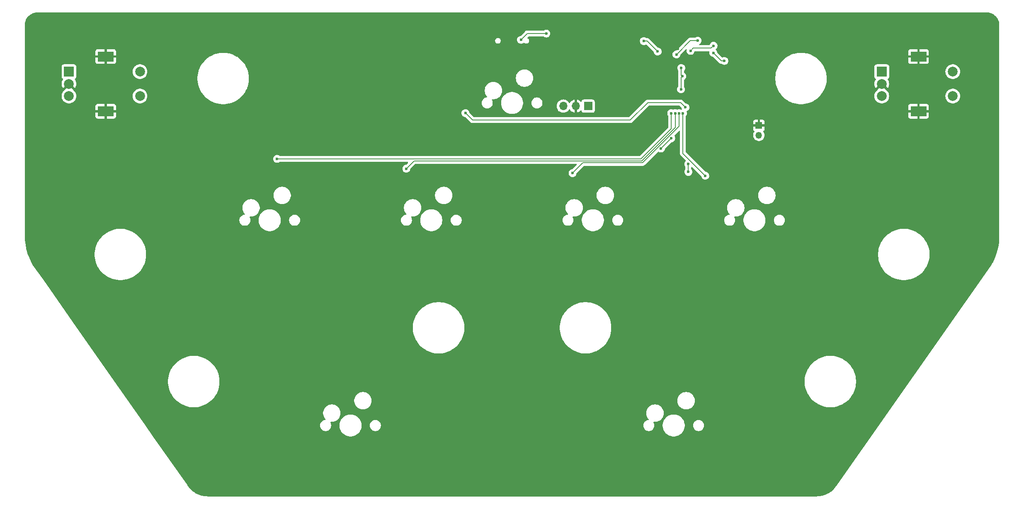
<source format=gbr>
%TF.GenerationSoftware,KiCad,Pcbnew,8.0.3*%
%TF.CreationDate,2024-09-03T22:31:28+08:00*%
%TF.ProjectId,PH-AC,50482d41-432e-46b6-9963-61645f706362,rev?*%
%TF.SameCoordinates,PX405f7e0PY328b740*%
%TF.FileFunction,Copper,L1,Top*%
%TF.FilePolarity,Positive*%
%FSLAX46Y46*%
G04 Gerber Fmt 4.6, Leading zero omitted, Abs format (unit mm)*
G04 Created by KiCad (PCBNEW 8.0.3) date 2024-09-03 22:31:28*
%MOMM*%
%LPD*%
G01*
G04 APERTURE LIST*
%TA.AperFunction,ComponentPad*%
%ADD10R,2.000000X2.000000*%
%TD*%
%TA.AperFunction,ComponentPad*%
%ADD11C,2.000000*%
%TD*%
%TA.AperFunction,ComponentPad*%
%ADD12R,3.200000X2.000000*%
%TD*%
%TA.AperFunction,ComponentPad*%
%ADD13R,1.350000X1.350000*%
%TD*%
%TA.AperFunction,ComponentPad*%
%ADD14O,1.350000X1.350000*%
%TD*%
%TA.AperFunction,ComponentPad*%
%ADD15R,1.700000X1.700000*%
%TD*%
%TA.AperFunction,ComponentPad*%
%ADD16O,1.700000X1.700000*%
%TD*%
%TA.AperFunction,ViaPad*%
%ADD17C,0.600000*%
%TD*%
%TA.AperFunction,Conductor*%
%ADD18C,0.200000*%
%TD*%
G04 APERTURE END LIST*
D10*
%TO.P,SW3,A,A*%
%TO.N,ENC1A*%
X175500000Y-12600000D03*
D11*
%TO.P,SW3,B,B*%
%TO.N,ENC1B*%
X175500000Y-17600000D03*
%TO.P,SW3,C,C*%
%TO.N,GND*%
X175500000Y-15100000D03*
D12*
%TO.P,SW3,MP,MP*%
X183000000Y-9500000D03*
X183000000Y-20700000D03*
D11*
%TO.P,SW3,S1,S1*%
%TO.N,unconnected-(SW3-PadS1)*%
X190000000Y-17600000D03*
%TO.P,SW3,S2,S2*%
%TO.N,unconnected-(SW3-PadS2)*%
X190000000Y-12600000D03*
%TD*%
D10*
%TO.P,SW2,A,A*%
%TO.N,ENC2A*%
X9500000Y-12600000D03*
D11*
%TO.P,SW2,B,B*%
%TO.N,ENC2B*%
X9500000Y-17600000D03*
%TO.P,SW2,C,C*%
%TO.N,GND*%
X9500000Y-15100000D03*
D12*
%TO.P,SW2,MP,MP*%
X17000000Y-9500000D03*
X17000000Y-20700000D03*
D11*
%TO.P,SW2,S1,S1*%
%TO.N,unconnected-(SW2-PadS1)*%
X24000000Y-17600000D03*
%TO.P,SW2,S2,S2*%
%TO.N,unconnected-(SW2-PadS2)*%
X24000000Y-12600000D03*
%TD*%
D13*
%TO.P,SW1,1,1*%
%TO.N,GND*%
X150400000Y-23600000D03*
D14*
%TO.P,SW1,2,2*%
%TO.N,Net-(R9-Pad1)*%
X150400000Y-25600000D03*
%TD*%
D15*
%TO.P,J2,1,Pin_1*%
%TO.N,Net-(J2-Pin_1)*%
X115530000Y-19650000D03*
D16*
%TO.P,J2,2,Pin_2*%
%TO.N,GND*%
X112990000Y-19650000D03*
%TO.P,J2,3,Pin_3*%
%TO.N,Net-(J2-Pin_3)*%
X110450000Y-19650000D03*
%TD*%
D17*
%TO.N,+3V3*%
X134750000Y-13550000D03*
X126900000Y-6350000D03*
X134550000Y-11850000D03*
X134500000Y-16200000D03*
X129725000Y-8475000D03*
%TO.N,Net-(U1-ADC_AVDD)*%
X141150000Y-7300000D03*
X136450000Y-8350000D03*
%TO.N,VBUS*%
X107000000Y-4800000D03*
X101823060Y-6080000D03*
%TO.N,Net-(D2-A)*%
X141091422Y-8758578D03*
X143350000Y-10400000D03*
%TO.N,Net-(U1-GPIO25)*%
X137900000Y-6250000D03*
X133575000Y-9075000D03*
%TO.N,BT0*%
X132500000Y-21100000D03*
X52000000Y-30450000D03*
%TO.N,BT1*%
X78400000Y-32450000D03*
X133300000Y-21100000D03*
%TO.N,BT2*%
X134100003Y-21100000D03*
X112350000Y-33350000D03*
%TO.N,BT3*%
X134900006Y-21100000D03*
X139450000Y-33900000D03*
%TO.N,BT4*%
X132500000Y-26249265D03*
X130417157Y-28331373D03*
%TO.N,GND*%
X93050000Y-2850000D03*
X130200000Y-21500000D03*
X130000735Y-16399265D03*
X132250000Y-14150000D03*
X107850000Y-13900000D03*
X124350000Y-37900000D03*
X143250000Y-14200000D03*
X141550000Y-28000000D03*
X147300000Y-16300000D03*
X109850000Y-10600000D03*
X138750000Y-8900000D03*
X137900000Y-19900000D03*
X119300000Y-16300000D03*
X106950000Y-2850000D03*
X93050000Y-6750000D03*
X140850000Y-79900000D03*
X133850000Y-7950000D03*
X105100000Y-8500000D03*
X74850000Y-79900000D03*
X58350000Y-37900000D03*
X126692892Y-14292892D03*
X91350000Y-37900000D03*
X124120000Y-13350000D03*
X157350000Y-37900000D03*
%TO.N,BT5*%
X90475000Y-21075000D03*
X135400000Y-19901472D03*
%TO.N,BT6*%
X136000000Y-31500000D03*
X136000000Y-33100000D03*
%TD*%
D18*
%TO.N,+3V3*%
X134750000Y-13550000D02*
X134500000Y-13800000D01*
X126900000Y-6350000D02*
X127600000Y-6350000D01*
X134550000Y-13350000D02*
X134750000Y-13550000D01*
X127600000Y-6350000D02*
X129725000Y-8475000D01*
X134550000Y-11850000D02*
X134550000Y-13350000D01*
X134500000Y-13800000D02*
X134500000Y-16200000D01*
%TO.N,Net-(U1-ADC_AVDD)*%
X137000000Y-7800000D02*
X136450000Y-8350000D01*
X140650000Y-7800000D02*
X137000000Y-7800000D01*
X141150000Y-7300000D02*
X140650000Y-7800000D01*
%TO.N,VBUS*%
X103103060Y-4800000D02*
X107000000Y-4800000D01*
X101823060Y-6080000D02*
X103103060Y-4800000D01*
%TO.N,Net-(D2-A)*%
X141091422Y-8758578D02*
X142732844Y-10400000D01*
X142732844Y-10400000D02*
X143350000Y-10400000D01*
%TO.N,Net-(U1-GPIO25)*%
X133575000Y-9075000D02*
X136400000Y-6250000D01*
X136400000Y-6250000D02*
X137900000Y-6250000D01*
%TO.N,BT0*%
X132500000Y-24268628D02*
X126318628Y-30450000D01*
X126318628Y-30450000D02*
X52000000Y-30450000D01*
X132500000Y-21100000D02*
X132500000Y-24268628D01*
%TO.N,BT1*%
X80000000Y-30850000D02*
X78400000Y-32450000D01*
X133300000Y-24034314D02*
X126484314Y-30850000D01*
X126484314Y-30850000D02*
X80000000Y-30850000D01*
X133300000Y-21100000D02*
X133300000Y-24034314D01*
%TO.N,BT2*%
X114450000Y-31250000D02*
X112350000Y-33350000D01*
X134100003Y-23799997D02*
X126650000Y-31250000D01*
X134100003Y-21100000D02*
X134100003Y-23799997D01*
X126650000Y-31250000D02*
X114450000Y-31250000D01*
%TO.N,BT3*%
X134900006Y-29350006D02*
X134900006Y-21100000D01*
X139450000Y-33900000D02*
X134900006Y-29350006D01*
%TO.N,BT4*%
X132500000Y-26249265D02*
X130417892Y-28331373D01*
X130417892Y-28331373D02*
X130417157Y-28331373D01*
%TO.N,GND*%
X128799265Y-16399265D02*
X130000735Y-16399265D01*
X126692892Y-14292892D02*
X128799265Y-16399265D01*
X133800000Y-8000000D02*
X133784314Y-8000000D01*
X133850000Y-7950000D02*
X133800000Y-8000000D01*
%TO.N,BT5*%
X134423491Y-18924963D02*
X135400000Y-19901472D01*
X91900000Y-22500000D02*
X124150000Y-22500000D01*
X127725037Y-18924963D02*
X134423491Y-18924963D01*
X90475000Y-21075000D02*
X91900000Y-22500000D01*
X124150000Y-22500000D02*
X127725037Y-18924963D01*
%TO.N,BT6*%
X136000000Y-31500000D02*
X136000000Y-33100000D01*
%TD*%
%TA.AperFunction,Conductor*%
%TO.N,GND*%
G36*
X197003736Y-500726D02*
G01*
X197293796Y-518271D01*
X197308659Y-520076D01*
X197590798Y-571780D01*
X197605335Y-575363D01*
X197879172Y-660695D01*
X197893163Y-666000D01*
X198154743Y-783727D01*
X198167989Y-790680D01*
X198413465Y-939075D01*
X198425776Y-947573D01*
X198651573Y-1124473D01*
X198662781Y-1134403D01*
X198865596Y-1337218D01*
X198875526Y-1348426D01*
X198995481Y-1501538D01*
X199052422Y-1574217D01*
X199060928Y-1586540D01*
X199209316Y-1832004D01*
X199216275Y-1845263D01*
X199333997Y-2106831D01*
X199339306Y-2120832D01*
X199424635Y-2394663D01*
X199428219Y-2409201D01*
X199479923Y-2691340D01*
X199481728Y-2706205D01*
X199499273Y-2996261D01*
X199499499Y-3003748D01*
X199499499Y-46971471D01*
X199498917Y-46983469D01*
X199441512Y-47573993D01*
X199440720Y-47580405D01*
X199350288Y-48182747D01*
X199349162Y-48189110D01*
X199227483Y-48785891D01*
X199226028Y-48792186D01*
X199073421Y-49381844D01*
X199071639Y-49388056D01*
X198888530Y-49968935D01*
X198886428Y-49975044D01*
X198673300Y-50545624D01*
X198670882Y-50551617D01*
X198428324Y-51110310D01*
X198425597Y-51116168D01*
X198154270Y-51661459D01*
X198151242Y-51667167D01*
X197859512Y-52184053D01*
X197853109Y-52194214D01*
X166351564Y-97196421D01*
X166342076Y-97207129D01*
X166342491Y-97207485D01*
X166337203Y-97213649D01*
X166306774Y-97260291D01*
X166304506Y-97263647D01*
X166286064Y-97289992D01*
X166285345Y-97291007D01*
X166059617Y-97606677D01*
X166053093Y-97615023D01*
X165786994Y-97926984D01*
X165779782Y-97934742D01*
X165488026Y-98222856D01*
X165480178Y-98229971D01*
X165164904Y-98492127D01*
X165156477Y-98498545D01*
X164819973Y-98732841D01*
X164811029Y-98738517D01*
X164455762Y-98943235D01*
X164446367Y-98948127D01*
X164074914Y-99121781D01*
X164065135Y-99125853D01*
X163680227Y-99267167D01*
X163670136Y-99270390D01*
X163274559Y-99378341D01*
X163264230Y-99380690D01*
X162860899Y-99454483D01*
X162850407Y-99455943D01*
X162442243Y-99495043D01*
X162431666Y-99495602D01*
X162044695Y-99499493D01*
X162043448Y-99499499D01*
X162010216Y-99499499D01*
X162006165Y-99499433D01*
X161996463Y-99499115D01*
X161950493Y-99497613D01*
X161950492Y-99497613D01*
X161950489Y-99497613D01*
X161942404Y-99498410D01*
X161942350Y-99497864D01*
X161928139Y-99499499D01*
X38071861Y-99499499D01*
X38057649Y-99497864D01*
X38057596Y-99498410D01*
X38049510Y-99497613D01*
X38049507Y-99497613D01*
X38006060Y-99499033D01*
X37993835Y-99499433D01*
X37989784Y-99499499D01*
X37957744Y-99499499D01*
X37956497Y-99499493D01*
X37568333Y-99495590D01*
X37557756Y-99495031D01*
X37149590Y-99455931D01*
X37139098Y-99454471D01*
X36735773Y-99380679D01*
X36725444Y-99378330D01*
X36329867Y-99270379D01*
X36319776Y-99267156D01*
X35934869Y-99125842D01*
X35925090Y-99121770D01*
X35553638Y-98948116D01*
X35544243Y-98943224D01*
X35508124Y-98922411D01*
X35188971Y-98738503D01*
X35180040Y-98732835D01*
X34843535Y-98498540D01*
X34835110Y-98492122D01*
X34519822Y-98229954D01*
X34511974Y-98222840D01*
X34220226Y-97934734D01*
X34213014Y-97926976D01*
X33946915Y-97615016D01*
X33940391Y-97606670D01*
X33713926Y-97289970D01*
X33713207Y-97288954D01*
X33695498Y-97263656D01*
X33693245Y-97260323D01*
X33662795Y-97213648D01*
X33662794Y-97213647D01*
X33657500Y-97207474D01*
X33657916Y-97207116D01*
X33648428Y-97196413D01*
X26686288Y-87250499D01*
X25048933Y-84911421D01*
X60794500Y-84911421D01*
X60794500Y-85088578D01*
X60822214Y-85263556D01*
X60876956Y-85432039D01*
X60876957Y-85432042D01*
X60957386Y-85589890D01*
X61061517Y-85733214D01*
X61186786Y-85858483D01*
X61330110Y-85962614D01*
X61398577Y-85997500D01*
X61487957Y-86043042D01*
X61487960Y-86043043D01*
X61572201Y-86070414D01*
X61656445Y-86097786D01*
X61831421Y-86125500D01*
X61831422Y-86125500D01*
X62008578Y-86125500D01*
X62008579Y-86125500D01*
X62183555Y-86097786D01*
X62352042Y-86043042D01*
X62509890Y-85962614D01*
X62653214Y-85858483D01*
X62778483Y-85733214D01*
X62882614Y-85589890D01*
X62963042Y-85432042D01*
X63017786Y-85263555D01*
X63045500Y-85088579D01*
X63045500Y-84911421D01*
X63036165Y-84852486D01*
X64749500Y-84852486D01*
X64749500Y-85147513D01*
X64764778Y-85263555D01*
X64788007Y-85439993D01*
X64864361Y-85724951D01*
X64864364Y-85724961D01*
X64977254Y-85997500D01*
X64977258Y-85997510D01*
X65124761Y-86252993D01*
X65304352Y-86487040D01*
X65304358Y-86487047D01*
X65512952Y-86695641D01*
X65512959Y-86695647D01*
X65747006Y-86875238D01*
X66002489Y-87022741D01*
X66002490Y-87022741D01*
X66002493Y-87022743D01*
X66275048Y-87135639D01*
X66560007Y-87211993D01*
X66852494Y-87250500D01*
X66852501Y-87250500D01*
X67147499Y-87250500D01*
X67147506Y-87250500D01*
X67439993Y-87211993D01*
X67724952Y-87135639D01*
X67997507Y-87022743D01*
X68252994Y-86875238D01*
X68487042Y-86695646D01*
X68695646Y-86487042D01*
X68875238Y-86252994D01*
X69022743Y-85997507D01*
X69135639Y-85724952D01*
X69211993Y-85439993D01*
X69250500Y-85147506D01*
X69250500Y-84911421D01*
X70954500Y-84911421D01*
X70954500Y-85088578D01*
X70982214Y-85263556D01*
X71036956Y-85432039D01*
X71036957Y-85432042D01*
X71117386Y-85589890D01*
X71221517Y-85733214D01*
X71346786Y-85858483D01*
X71490110Y-85962614D01*
X71558577Y-85997500D01*
X71647957Y-86043042D01*
X71647960Y-86043043D01*
X71732201Y-86070414D01*
X71816445Y-86097786D01*
X71991421Y-86125500D01*
X71991422Y-86125500D01*
X72168578Y-86125500D01*
X72168579Y-86125500D01*
X72343555Y-86097786D01*
X72512042Y-86043042D01*
X72669890Y-85962614D01*
X72813214Y-85858483D01*
X72938483Y-85733214D01*
X73042614Y-85589890D01*
X73123042Y-85432042D01*
X73177786Y-85263555D01*
X73205500Y-85088579D01*
X73205500Y-84911421D01*
X126794500Y-84911421D01*
X126794500Y-85088578D01*
X126822214Y-85263556D01*
X126876956Y-85432039D01*
X126876957Y-85432042D01*
X126957386Y-85589890D01*
X127061517Y-85733214D01*
X127186786Y-85858483D01*
X127330110Y-85962614D01*
X127398577Y-85997500D01*
X127487957Y-86043042D01*
X127487960Y-86043043D01*
X127572201Y-86070414D01*
X127656445Y-86097786D01*
X127831421Y-86125500D01*
X127831422Y-86125500D01*
X128008578Y-86125500D01*
X128008579Y-86125500D01*
X128183555Y-86097786D01*
X128352042Y-86043042D01*
X128509890Y-85962614D01*
X128653214Y-85858483D01*
X128778483Y-85733214D01*
X128882614Y-85589890D01*
X128963042Y-85432042D01*
X129017786Y-85263555D01*
X129045500Y-85088579D01*
X129045500Y-84911421D01*
X129036165Y-84852486D01*
X130749500Y-84852486D01*
X130749500Y-85147513D01*
X130764778Y-85263555D01*
X130788007Y-85439993D01*
X130864361Y-85724951D01*
X130864364Y-85724961D01*
X130977254Y-85997500D01*
X130977258Y-85997510D01*
X131124761Y-86252993D01*
X131304352Y-86487040D01*
X131304358Y-86487047D01*
X131512952Y-86695641D01*
X131512959Y-86695647D01*
X131747006Y-86875238D01*
X132002489Y-87022741D01*
X132002490Y-87022741D01*
X132002493Y-87022743D01*
X132275048Y-87135639D01*
X132560007Y-87211993D01*
X132852494Y-87250500D01*
X132852501Y-87250500D01*
X133147499Y-87250500D01*
X133147506Y-87250500D01*
X133439993Y-87211993D01*
X133724952Y-87135639D01*
X133997507Y-87022743D01*
X134252994Y-86875238D01*
X134487042Y-86695646D01*
X134695646Y-86487042D01*
X134875238Y-86252994D01*
X135022743Y-85997507D01*
X135135639Y-85724952D01*
X135211993Y-85439993D01*
X135250500Y-85147506D01*
X135250500Y-84911421D01*
X136954500Y-84911421D01*
X136954500Y-85088578D01*
X136982214Y-85263556D01*
X137036956Y-85432039D01*
X137036957Y-85432042D01*
X137117386Y-85589890D01*
X137221517Y-85733214D01*
X137346786Y-85858483D01*
X137490110Y-85962614D01*
X137558577Y-85997500D01*
X137647957Y-86043042D01*
X137647960Y-86043043D01*
X137732201Y-86070414D01*
X137816445Y-86097786D01*
X137991421Y-86125500D01*
X137991422Y-86125500D01*
X138168578Y-86125500D01*
X138168579Y-86125500D01*
X138343555Y-86097786D01*
X138512042Y-86043042D01*
X138669890Y-85962614D01*
X138813214Y-85858483D01*
X138938483Y-85733214D01*
X139042614Y-85589890D01*
X139123042Y-85432042D01*
X139177786Y-85263555D01*
X139205500Y-85088579D01*
X139205500Y-84911421D01*
X139177786Y-84736445D01*
X139123042Y-84567958D01*
X139123042Y-84567957D01*
X139042613Y-84410109D01*
X139039618Y-84405987D01*
X138938483Y-84266786D01*
X138813214Y-84141517D01*
X138669890Y-84037386D01*
X138512042Y-83956957D01*
X138512039Y-83956956D01*
X138343556Y-83902214D01*
X138256067Y-83888357D01*
X138168579Y-83874500D01*
X137991421Y-83874500D01*
X137933095Y-83883738D01*
X137816443Y-83902214D01*
X137647960Y-83956956D01*
X137647957Y-83956957D01*
X137490109Y-84037386D01*
X137408338Y-84096796D01*
X137346786Y-84141517D01*
X137346784Y-84141519D01*
X137346783Y-84141519D01*
X137221519Y-84266783D01*
X137221519Y-84266784D01*
X137221517Y-84266786D01*
X137176796Y-84328338D01*
X137117386Y-84410109D01*
X137036957Y-84567957D01*
X137036956Y-84567960D01*
X136982214Y-84736443D01*
X136954500Y-84911421D01*
X135250500Y-84911421D01*
X135250500Y-84852494D01*
X135211993Y-84560007D01*
X135135639Y-84275048D01*
X135134615Y-84272577D01*
X135080329Y-84141519D01*
X135022743Y-84002493D01*
X134996453Y-83956958D01*
X134875238Y-83747006D01*
X134695647Y-83512959D01*
X134695641Y-83512952D01*
X134487047Y-83304358D01*
X134487040Y-83304352D01*
X134252993Y-83124761D01*
X133997510Y-82977258D01*
X133997500Y-82977254D01*
X133724961Y-82864364D01*
X133724954Y-82864362D01*
X133724952Y-82864361D01*
X133439993Y-82788007D01*
X133391113Y-82781571D01*
X133147513Y-82749500D01*
X133147506Y-82749500D01*
X132852494Y-82749500D01*
X132852486Y-82749500D01*
X132574085Y-82786153D01*
X132560007Y-82788007D01*
X132275048Y-82864361D01*
X132275038Y-82864364D01*
X132002499Y-82977254D01*
X132002489Y-82977258D01*
X131747006Y-83124761D01*
X131512959Y-83304352D01*
X131512952Y-83304358D01*
X131304358Y-83512952D01*
X131304352Y-83512959D01*
X131124761Y-83747006D01*
X130977258Y-84002489D01*
X130977254Y-84002499D01*
X130864364Y-84275038D01*
X130864361Y-84275048D01*
X130828172Y-84410110D01*
X130788008Y-84560004D01*
X130788006Y-84560015D01*
X130749500Y-84852486D01*
X129036165Y-84852486D01*
X129017786Y-84736445D01*
X128963042Y-84567958D01*
X128963040Y-84567952D01*
X128880513Y-84405987D01*
X128867616Y-84337317D01*
X128893892Y-84272577D01*
X128950998Y-84232319D01*
X129007181Y-84226752D01*
X129066564Y-84234570D01*
X129073612Y-84235498D01*
X129073628Y-84235500D01*
X129073635Y-84235500D01*
X129306365Y-84235500D01*
X129306372Y-84235500D01*
X129537126Y-84205121D01*
X129761940Y-84144882D01*
X129819953Y-84120852D01*
X129976960Y-84055819D01*
X129976963Y-84055817D01*
X129976969Y-84055815D01*
X130178532Y-83939442D01*
X130363181Y-83797756D01*
X130527756Y-83633181D01*
X130669442Y-83448532D01*
X130785815Y-83246969D01*
X130874882Y-83031940D01*
X130935121Y-82807126D01*
X130965500Y-82576372D01*
X130965500Y-82343628D01*
X130935121Y-82112874D01*
X130874882Y-81888060D01*
X130874879Y-81888052D01*
X130785819Y-81673039D01*
X130785811Y-81673023D01*
X130669446Y-81471475D01*
X130669442Y-81471468D01*
X130527756Y-81286819D01*
X130527751Y-81286813D01*
X130363186Y-81122248D01*
X130363179Y-81122242D01*
X130178540Y-80980564D01*
X130178538Y-80980562D01*
X130178532Y-80980558D01*
X130178527Y-80980555D01*
X130178524Y-80980553D01*
X129976976Y-80864188D01*
X129976960Y-80864180D01*
X129761947Y-80775120D01*
X129537122Y-80714878D01*
X129306382Y-80684501D01*
X129306377Y-80684500D01*
X129306372Y-80684500D01*
X129073628Y-80684500D01*
X129073622Y-80684500D01*
X129073617Y-80684501D01*
X128842877Y-80714878D01*
X128618052Y-80775120D01*
X128403039Y-80864180D01*
X128403023Y-80864188D01*
X128201475Y-80980553D01*
X128201459Y-80980564D01*
X128016820Y-81122242D01*
X128016813Y-81122248D01*
X127852248Y-81286813D01*
X127852242Y-81286820D01*
X127710564Y-81471459D01*
X127710553Y-81471475D01*
X127594188Y-81673023D01*
X127594180Y-81673039D01*
X127505120Y-81888052D01*
X127444878Y-82112877D01*
X127414501Y-82343617D01*
X127414500Y-82343634D01*
X127414500Y-82576365D01*
X127414501Y-82576382D01*
X127444878Y-82807122D01*
X127505120Y-83031947D01*
X127594180Y-83246960D01*
X127594188Y-83246976D01*
X127710553Y-83448524D01*
X127710564Y-83448540D01*
X127852242Y-83633179D01*
X127852248Y-83633186D01*
X127885636Y-83666574D01*
X127919121Y-83727897D01*
X127914137Y-83797589D01*
X127872265Y-83853522D01*
X127817353Y-83876728D01*
X127656443Y-83902214D01*
X127487960Y-83956956D01*
X127487957Y-83956957D01*
X127330109Y-84037386D01*
X127248338Y-84096796D01*
X127186786Y-84141517D01*
X127186784Y-84141519D01*
X127186783Y-84141519D01*
X127061519Y-84266783D01*
X127061519Y-84266784D01*
X127061517Y-84266786D01*
X127016796Y-84328338D01*
X126957386Y-84410109D01*
X126876957Y-84567957D01*
X126876956Y-84567960D01*
X126822214Y-84736443D01*
X126794500Y-84911421D01*
X73205500Y-84911421D01*
X73177786Y-84736445D01*
X73123042Y-84567958D01*
X73123042Y-84567957D01*
X73042613Y-84410109D01*
X73039618Y-84405987D01*
X72938483Y-84266786D01*
X72813214Y-84141517D01*
X72669890Y-84037386D01*
X72512042Y-83956957D01*
X72512039Y-83956956D01*
X72343556Y-83902214D01*
X72256067Y-83888357D01*
X72168579Y-83874500D01*
X71991421Y-83874500D01*
X71933095Y-83883738D01*
X71816443Y-83902214D01*
X71647960Y-83956956D01*
X71647957Y-83956957D01*
X71490109Y-84037386D01*
X71408338Y-84096796D01*
X71346786Y-84141517D01*
X71346784Y-84141519D01*
X71346783Y-84141519D01*
X71221519Y-84266783D01*
X71221519Y-84266784D01*
X71221517Y-84266786D01*
X71176796Y-84328338D01*
X71117386Y-84410109D01*
X71036957Y-84567957D01*
X71036956Y-84567960D01*
X70982214Y-84736443D01*
X70954500Y-84911421D01*
X69250500Y-84911421D01*
X69250500Y-84852494D01*
X69211993Y-84560007D01*
X69135639Y-84275048D01*
X69134615Y-84272577D01*
X69080329Y-84141519D01*
X69022743Y-84002493D01*
X68996453Y-83956958D01*
X68875238Y-83747006D01*
X68695647Y-83512959D01*
X68695641Y-83512952D01*
X68487047Y-83304358D01*
X68487040Y-83304352D01*
X68252993Y-83124761D01*
X67997510Y-82977258D01*
X67997500Y-82977254D01*
X67724961Y-82864364D01*
X67724954Y-82864362D01*
X67724952Y-82864361D01*
X67439993Y-82788007D01*
X67391113Y-82781571D01*
X67147513Y-82749500D01*
X67147506Y-82749500D01*
X66852494Y-82749500D01*
X66852486Y-82749500D01*
X66574085Y-82786153D01*
X66560007Y-82788007D01*
X66275048Y-82864361D01*
X66275038Y-82864364D01*
X66002499Y-82977254D01*
X66002489Y-82977258D01*
X65747006Y-83124761D01*
X65512959Y-83304352D01*
X65512952Y-83304358D01*
X65304358Y-83512952D01*
X65304352Y-83512959D01*
X65124761Y-83747006D01*
X64977258Y-84002489D01*
X64977254Y-84002499D01*
X64864364Y-84275038D01*
X64864361Y-84275048D01*
X64828172Y-84410110D01*
X64788008Y-84560004D01*
X64788006Y-84560015D01*
X64749500Y-84852486D01*
X63036165Y-84852486D01*
X63017786Y-84736445D01*
X62963042Y-84567958D01*
X62963040Y-84567952D01*
X62880513Y-84405987D01*
X62867616Y-84337317D01*
X62893892Y-84272577D01*
X62950998Y-84232319D01*
X63007181Y-84226752D01*
X63066564Y-84234570D01*
X63073612Y-84235498D01*
X63073628Y-84235500D01*
X63073635Y-84235500D01*
X63306365Y-84235500D01*
X63306372Y-84235500D01*
X63537126Y-84205121D01*
X63761940Y-84144882D01*
X63819953Y-84120852D01*
X63976960Y-84055819D01*
X63976963Y-84055817D01*
X63976969Y-84055815D01*
X64178532Y-83939442D01*
X64363181Y-83797756D01*
X64527756Y-83633181D01*
X64669442Y-83448532D01*
X64785815Y-83246969D01*
X64874882Y-83031940D01*
X64935121Y-82807126D01*
X64965500Y-82576372D01*
X64965500Y-82343628D01*
X64935121Y-82112874D01*
X64874882Y-81888060D01*
X64874879Y-81888052D01*
X64785819Y-81673039D01*
X64785811Y-81673023D01*
X64669446Y-81471475D01*
X64669442Y-81471468D01*
X64527756Y-81286819D01*
X64527751Y-81286813D01*
X64363186Y-81122248D01*
X64363179Y-81122242D01*
X64178540Y-80980564D01*
X64178538Y-80980562D01*
X64178532Y-80980558D01*
X64178527Y-80980555D01*
X64178524Y-80980553D01*
X63976976Y-80864188D01*
X63976960Y-80864180D01*
X63761947Y-80775120D01*
X63537122Y-80714878D01*
X63306382Y-80684501D01*
X63306377Y-80684500D01*
X63306372Y-80684500D01*
X63073628Y-80684500D01*
X63073622Y-80684500D01*
X63073617Y-80684501D01*
X62842877Y-80714878D01*
X62618052Y-80775120D01*
X62403039Y-80864180D01*
X62403023Y-80864188D01*
X62201475Y-80980553D01*
X62201459Y-80980564D01*
X62016820Y-81122242D01*
X62016813Y-81122248D01*
X61852248Y-81286813D01*
X61852242Y-81286820D01*
X61710564Y-81471459D01*
X61710553Y-81471475D01*
X61594188Y-81673023D01*
X61594180Y-81673039D01*
X61505120Y-81888052D01*
X61444878Y-82112877D01*
X61414501Y-82343617D01*
X61414500Y-82343634D01*
X61414500Y-82576365D01*
X61414501Y-82576382D01*
X61444878Y-82807122D01*
X61505120Y-83031947D01*
X61594180Y-83246960D01*
X61594188Y-83246976D01*
X61710553Y-83448524D01*
X61710564Y-83448540D01*
X61852242Y-83633179D01*
X61852248Y-83633186D01*
X61885636Y-83666574D01*
X61919121Y-83727897D01*
X61914137Y-83797589D01*
X61872265Y-83853522D01*
X61817353Y-83876728D01*
X61656443Y-83902214D01*
X61487960Y-83956956D01*
X61487957Y-83956957D01*
X61330109Y-84037386D01*
X61248338Y-84096796D01*
X61186786Y-84141517D01*
X61186784Y-84141519D01*
X61186783Y-84141519D01*
X61061519Y-84266783D01*
X61061519Y-84266784D01*
X61061517Y-84266786D01*
X61016796Y-84328338D01*
X60957386Y-84410109D01*
X60876957Y-84567957D01*
X60876956Y-84567960D01*
X60822214Y-84736443D01*
X60794500Y-84911421D01*
X25048933Y-84911421D01*
X18650468Y-75770756D01*
X29749500Y-75770756D01*
X29749500Y-76229243D01*
X29789460Y-76685985D01*
X29789460Y-76685987D01*
X29869072Y-77137489D01*
X29869074Y-77137499D01*
X29987739Y-77580360D01*
X29987742Y-77580370D01*
X29987743Y-77580371D01*
X30144546Y-78011189D01*
X30144550Y-78011199D01*
X30338308Y-78426711D01*
X30338316Y-78426727D01*
X30346305Y-78440564D01*
X30567555Y-78823779D01*
X30567559Y-78823785D01*
X30567566Y-78823796D01*
X30830530Y-79199348D01*
X31043544Y-79453208D01*
X31125237Y-79550566D01*
X31449434Y-79874763D01*
X31595469Y-79997301D01*
X31800651Y-80169469D01*
X32176203Y-80432433D01*
X32176210Y-80432437D01*
X32176221Y-80432445D01*
X32573279Y-80661687D01*
X32622204Y-80684501D01*
X32988800Y-80855449D01*
X32988810Y-80855453D01*
X33188060Y-80927973D01*
X33419640Y-81012261D01*
X33862501Y-81130926D01*
X34314019Y-81210540D01*
X34770756Y-81250499D01*
X34770757Y-81250500D01*
X34770758Y-81250500D01*
X35229243Y-81250500D01*
X35229243Y-81250499D01*
X35685981Y-81210540D01*
X36137499Y-81130926D01*
X36580360Y-81012261D01*
X36987189Y-80864188D01*
X37011189Y-80855453D01*
X37011199Y-80855449D01*
X37183468Y-80775118D01*
X37426721Y-80661687D01*
X37823779Y-80432445D01*
X38199347Y-80169470D01*
X38550566Y-79874763D01*
X38621695Y-79803634D01*
X67764500Y-79803634D01*
X67764500Y-80036365D01*
X67764501Y-80036382D01*
X67794878Y-80267122D01*
X67855120Y-80491947D01*
X67944180Y-80706960D01*
X67944188Y-80706976D01*
X68060553Y-80908524D01*
X68060564Y-80908540D01*
X68202242Y-81093179D01*
X68202248Y-81093186D01*
X68366813Y-81257751D01*
X68366820Y-81257757D01*
X68404696Y-81286820D01*
X68551468Y-81399442D01*
X68551475Y-81399446D01*
X68753023Y-81515811D01*
X68753039Y-81515819D01*
X68968052Y-81604879D01*
X68968054Y-81604879D01*
X68968060Y-81604882D01*
X69192874Y-81665121D01*
X69423628Y-81695500D01*
X69423635Y-81695500D01*
X69656365Y-81695500D01*
X69656372Y-81695500D01*
X69887126Y-81665121D01*
X70111940Y-81604882D01*
X70169953Y-81580852D01*
X70326960Y-81515819D01*
X70326963Y-81515817D01*
X70326969Y-81515815D01*
X70528532Y-81399442D01*
X70713181Y-81257756D01*
X70877756Y-81093181D01*
X71019442Y-80908532D01*
X71135815Y-80706969D01*
X71145122Y-80684501D01*
X71224879Y-80491947D01*
X71224878Y-80491947D01*
X71224882Y-80491940D01*
X71285121Y-80267126D01*
X71315500Y-80036372D01*
X71315500Y-79803634D01*
X133764500Y-79803634D01*
X133764500Y-80036365D01*
X133764501Y-80036382D01*
X133794878Y-80267122D01*
X133855120Y-80491947D01*
X133944180Y-80706960D01*
X133944188Y-80706976D01*
X134060553Y-80908524D01*
X134060564Y-80908540D01*
X134202242Y-81093179D01*
X134202248Y-81093186D01*
X134366813Y-81257751D01*
X134366820Y-81257757D01*
X134404696Y-81286820D01*
X134551468Y-81399442D01*
X134551475Y-81399446D01*
X134753023Y-81515811D01*
X134753039Y-81515819D01*
X134968052Y-81604879D01*
X134968054Y-81604879D01*
X134968060Y-81604882D01*
X135192874Y-81665121D01*
X135423628Y-81695500D01*
X135423635Y-81695500D01*
X135656365Y-81695500D01*
X135656372Y-81695500D01*
X135887126Y-81665121D01*
X136111940Y-81604882D01*
X136169953Y-81580852D01*
X136326960Y-81515819D01*
X136326963Y-81515817D01*
X136326969Y-81515815D01*
X136528532Y-81399442D01*
X136713181Y-81257756D01*
X136877756Y-81093181D01*
X137019442Y-80908532D01*
X137135815Y-80706969D01*
X137145122Y-80684501D01*
X137224879Y-80491947D01*
X137224878Y-80491947D01*
X137224882Y-80491940D01*
X137285121Y-80267126D01*
X137315500Y-80036372D01*
X137315500Y-79803628D01*
X137285121Y-79572874D01*
X137224882Y-79348060D01*
X137224879Y-79348052D01*
X137135819Y-79133039D01*
X137135811Y-79133023D01*
X137019446Y-78931475D01*
X137019442Y-78931468D01*
X136978647Y-78878303D01*
X136877757Y-78746820D01*
X136877751Y-78746813D01*
X136713186Y-78582248D01*
X136713179Y-78582242D01*
X136528540Y-78440564D01*
X136528538Y-78440562D01*
X136528532Y-78440558D01*
X136528527Y-78440555D01*
X136528524Y-78440553D01*
X136326976Y-78324188D01*
X136326960Y-78324180D01*
X136111947Y-78235120D01*
X135887122Y-78174878D01*
X135656382Y-78144501D01*
X135656377Y-78144500D01*
X135656372Y-78144500D01*
X135423628Y-78144500D01*
X135423622Y-78144500D01*
X135423617Y-78144501D01*
X135192877Y-78174878D01*
X134968052Y-78235120D01*
X134753039Y-78324180D01*
X134753023Y-78324188D01*
X134551475Y-78440553D01*
X134551459Y-78440564D01*
X134366820Y-78582242D01*
X134366813Y-78582248D01*
X134202248Y-78746813D01*
X134202242Y-78746820D01*
X134060564Y-78931459D01*
X134060553Y-78931475D01*
X133944188Y-79133023D01*
X133944180Y-79133039D01*
X133855120Y-79348052D01*
X133794878Y-79572877D01*
X133764501Y-79803617D01*
X133764500Y-79803634D01*
X71315500Y-79803634D01*
X71315500Y-79803628D01*
X71285121Y-79572874D01*
X71224882Y-79348060D01*
X71224879Y-79348052D01*
X71135819Y-79133039D01*
X71135811Y-79133023D01*
X71019446Y-78931475D01*
X71019442Y-78931468D01*
X70978647Y-78878303D01*
X70877757Y-78746820D01*
X70877751Y-78746813D01*
X70713186Y-78582248D01*
X70713179Y-78582242D01*
X70528540Y-78440564D01*
X70528538Y-78440562D01*
X70528532Y-78440558D01*
X70528527Y-78440555D01*
X70528524Y-78440553D01*
X70326976Y-78324188D01*
X70326960Y-78324180D01*
X70111947Y-78235120D01*
X69887122Y-78174878D01*
X69656382Y-78144501D01*
X69656377Y-78144500D01*
X69656372Y-78144500D01*
X69423628Y-78144500D01*
X69423622Y-78144500D01*
X69423617Y-78144501D01*
X69192877Y-78174878D01*
X68968052Y-78235120D01*
X68753039Y-78324180D01*
X68753023Y-78324188D01*
X68551475Y-78440553D01*
X68551459Y-78440564D01*
X68366820Y-78582242D01*
X68366813Y-78582248D01*
X68202248Y-78746813D01*
X68202242Y-78746820D01*
X68060564Y-78931459D01*
X68060553Y-78931475D01*
X67944188Y-79133023D01*
X67944180Y-79133039D01*
X67855120Y-79348052D01*
X67794878Y-79572877D01*
X67764501Y-79803617D01*
X67764500Y-79803634D01*
X38621695Y-79803634D01*
X38874763Y-79550566D01*
X39169470Y-79199347D01*
X39432445Y-78823779D01*
X39661687Y-78426721D01*
X39855451Y-78011194D01*
X40012261Y-77580360D01*
X40130926Y-77137499D01*
X40210540Y-76685981D01*
X40250500Y-76229242D01*
X40250500Y-75770758D01*
X40250500Y-75770756D01*
X159749500Y-75770756D01*
X159749500Y-76229243D01*
X159789460Y-76685985D01*
X159789460Y-76685987D01*
X159869072Y-77137489D01*
X159869074Y-77137499D01*
X159987739Y-77580360D01*
X159987742Y-77580370D01*
X159987743Y-77580371D01*
X160144546Y-78011189D01*
X160144550Y-78011199D01*
X160338308Y-78426711D01*
X160338316Y-78426727D01*
X160346305Y-78440564D01*
X160567555Y-78823779D01*
X160567559Y-78823785D01*
X160567566Y-78823796D01*
X160830530Y-79199348D01*
X161043544Y-79453208D01*
X161125237Y-79550566D01*
X161449434Y-79874763D01*
X161595469Y-79997301D01*
X161800651Y-80169469D01*
X162176203Y-80432433D01*
X162176210Y-80432437D01*
X162176221Y-80432445D01*
X162573279Y-80661687D01*
X162622204Y-80684501D01*
X162988800Y-80855449D01*
X162988810Y-80855453D01*
X163188060Y-80927973D01*
X163419640Y-81012261D01*
X163862501Y-81130926D01*
X164314019Y-81210540D01*
X164770756Y-81250499D01*
X164770757Y-81250500D01*
X164770758Y-81250500D01*
X165229243Y-81250500D01*
X165229243Y-81250499D01*
X165685981Y-81210540D01*
X166137499Y-81130926D01*
X166580360Y-81012261D01*
X166987189Y-80864188D01*
X167011189Y-80855453D01*
X167011199Y-80855449D01*
X167183468Y-80775118D01*
X167426721Y-80661687D01*
X167823779Y-80432445D01*
X168199347Y-80169470D01*
X168550566Y-79874763D01*
X168874763Y-79550566D01*
X169169470Y-79199347D01*
X169432445Y-78823779D01*
X169661687Y-78426721D01*
X169855451Y-78011194D01*
X170012261Y-77580360D01*
X170130926Y-77137499D01*
X170210540Y-76685981D01*
X170250500Y-76229242D01*
X170250500Y-75770758D01*
X170210540Y-75314019D01*
X170130926Y-74862501D01*
X170012261Y-74419640D01*
X169927973Y-74188060D01*
X169855453Y-73988810D01*
X169855449Y-73988800D01*
X169661691Y-73573288D01*
X169661683Y-73573272D01*
X169647288Y-73548340D01*
X169432445Y-73176221D01*
X169432437Y-73176210D01*
X169432433Y-73176203D01*
X169169469Y-72800651D01*
X168874760Y-72449431D01*
X168550568Y-72125239D01*
X168199348Y-71830530D01*
X167823796Y-71567566D01*
X167823785Y-71567559D01*
X167823779Y-71567555D01*
X167705810Y-71499445D01*
X167426727Y-71338316D01*
X167426711Y-71338308D01*
X167011199Y-71144550D01*
X167011189Y-71144546D01*
X166580371Y-70987743D01*
X166580370Y-70987742D01*
X166580360Y-70987739D01*
X166256165Y-70900870D01*
X166137500Y-70869074D01*
X166137489Y-70869072D01*
X165685986Y-70789460D01*
X165229243Y-70749500D01*
X165229242Y-70749500D01*
X164770758Y-70749500D01*
X164770757Y-70749500D01*
X164314014Y-70789460D01*
X164314012Y-70789460D01*
X163862510Y-70869072D01*
X163862499Y-70869074D01*
X163625169Y-70932667D01*
X163419640Y-70987739D01*
X163419633Y-70987741D01*
X163419628Y-70987743D01*
X162988810Y-71144546D01*
X162988800Y-71144550D01*
X162573288Y-71338308D01*
X162573272Y-71338316D01*
X162176229Y-71567550D01*
X162176203Y-71567566D01*
X161800651Y-71830530D01*
X161449431Y-72125239D01*
X161125239Y-72449431D01*
X160830530Y-72800651D01*
X160567566Y-73176203D01*
X160567550Y-73176229D01*
X160338316Y-73573272D01*
X160338308Y-73573288D01*
X160144550Y-73988800D01*
X160144546Y-73988810D01*
X159987743Y-74419628D01*
X159987740Y-74419638D01*
X159869074Y-74862499D01*
X159869072Y-74862510D01*
X159789460Y-75314012D01*
X159789460Y-75314014D01*
X159749500Y-75770756D01*
X40250500Y-75770756D01*
X40210540Y-75314019D01*
X40130926Y-74862501D01*
X40012261Y-74419640D01*
X39927973Y-74188060D01*
X39855453Y-73988810D01*
X39855449Y-73988800D01*
X39661691Y-73573288D01*
X39661683Y-73573272D01*
X39647288Y-73548340D01*
X39432445Y-73176221D01*
X39432437Y-73176210D01*
X39432433Y-73176203D01*
X39169469Y-72800651D01*
X38874760Y-72449431D01*
X38550568Y-72125239D01*
X38199348Y-71830530D01*
X37823796Y-71567566D01*
X37823785Y-71567559D01*
X37823779Y-71567555D01*
X37705810Y-71499445D01*
X37426727Y-71338316D01*
X37426711Y-71338308D01*
X37011199Y-71144550D01*
X37011189Y-71144546D01*
X36580371Y-70987743D01*
X36580370Y-70987742D01*
X36580360Y-70987739D01*
X36256165Y-70900870D01*
X36137500Y-70869074D01*
X36137489Y-70869072D01*
X35685986Y-70789460D01*
X35229243Y-70749500D01*
X35229242Y-70749500D01*
X34770758Y-70749500D01*
X34770757Y-70749500D01*
X34314014Y-70789460D01*
X34314012Y-70789460D01*
X33862510Y-70869072D01*
X33862499Y-70869074D01*
X33625169Y-70932667D01*
X33419640Y-70987739D01*
X33419633Y-70987741D01*
X33419628Y-70987743D01*
X32988810Y-71144546D01*
X32988800Y-71144550D01*
X32573288Y-71338308D01*
X32573272Y-71338316D01*
X32176229Y-71567550D01*
X32176203Y-71567566D01*
X31800651Y-71830530D01*
X31449431Y-72125239D01*
X31125239Y-72449431D01*
X30830530Y-72800651D01*
X30567566Y-73176203D01*
X30567550Y-73176229D01*
X30338316Y-73573272D01*
X30338308Y-73573288D01*
X30144550Y-73988800D01*
X30144546Y-73988810D01*
X29987743Y-74419628D01*
X29987740Y-74419638D01*
X29869074Y-74862499D01*
X29869072Y-74862510D01*
X29789460Y-75314012D01*
X29789460Y-75314014D01*
X29749500Y-75770756D01*
X18650468Y-75770756D01*
X10950469Y-64770756D01*
X79749500Y-64770756D01*
X79749500Y-65229243D01*
X79789460Y-65685985D01*
X79789460Y-65685987D01*
X79869072Y-66137489D01*
X79869074Y-66137499D01*
X79987739Y-66580360D01*
X79987742Y-66580370D01*
X79987743Y-66580371D01*
X80144546Y-67011189D01*
X80144550Y-67011199D01*
X80338308Y-67426711D01*
X80338313Y-67426721D01*
X80567555Y-67823779D01*
X80567559Y-67823785D01*
X80567566Y-67823796D01*
X80830530Y-68199348D01*
X81043544Y-68453208D01*
X81125237Y-68550566D01*
X81449434Y-68874763D01*
X81595469Y-68997301D01*
X81800651Y-69169469D01*
X82176203Y-69432433D01*
X82176210Y-69432437D01*
X82176221Y-69432445D01*
X82573279Y-69661687D01*
X82573288Y-69661691D01*
X82988800Y-69855449D01*
X82988810Y-69855453D01*
X83188060Y-69927973D01*
X83419640Y-70012261D01*
X83862501Y-70130926D01*
X84314019Y-70210540D01*
X84770756Y-70250499D01*
X84770757Y-70250500D01*
X84770758Y-70250500D01*
X85229243Y-70250500D01*
X85229243Y-70250499D01*
X85685981Y-70210540D01*
X86137499Y-70130926D01*
X86580360Y-70012261D01*
X87011194Y-69855451D01*
X87011199Y-69855449D01*
X87149703Y-69790863D01*
X87426721Y-69661687D01*
X87823779Y-69432445D01*
X88199347Y-69169470D01*
X88550566Y-68874763D01*
X88874763Y-68550566D01*
X89169470Y-68199347D01*
X89432445Y-67823779D01*
X89661687Y-67426721D01*
X89855451Y-67011194D01*
X90012261Y-66580360D01*
X90130926Y-66137499D01*
X90210540Y-65685981D01*
X90250500Y-65229242D01*
X90250500Y-64770758D01*
X90250500Y-64770756D01*
X109749500Y-64770756D01*
X109749500Y-65229243D01*
X109789460Y-65685985D01*
X109789460Y-65685987D01*
X109869072Y-66137489D01*
X109869074Y-66137499D01*
X109987739Y-66580360D01*
X109987742Y-66580370D01*
X109987743Y-66580371D01*
X110144546Y-67011189D01*
X110144550Y-67011199D01*
X110338308Y-67426711D01*
X110338313Y-67426721D01*
X110567555Y-67823779D01*
X110567559Y-67823785D01*
X110567566Y-67823796D01*
X110830530Y-68199348D01*
X111043544Y-68453208D01*
X111125237Y-68550566D01*
X111449434Y-68874763D01*
X111595469Y-68997301D01*
X111800651Y-69169469D01*
X112176203Y-69432433D01*
X112176210Y-69432437D01*
X112176221Y-69432445D01*
X112573279Y-69661687D01*
X112573288Y-69661691D01*
X112988800Y-69855449D01*
X112988810Y-69855453D01*
X113188060Y-69927973D01*
X113419640Y-70012261D01*
X113862501Y-70130926D01*
X114314019Y-70210540D01*
X114770756Y-70250499D01*
X114770757Y-70250500D01*
X114770758Y-70250500D01*
X115229243Y-70250500D01*
X115229243Y-70250499D01*
X115685981Y-70210540D01*
X116137499Y-70130926D01*
X116580360Y-70012261D01*
X117011194Y-69855451D01*
X117011199Y-69855449D01*
X117149703Y-69790863D01*
X117426721Y-69661687D01*
X117823779Y-69432445D01*
X118199347Y-69169470D01*
X118550566Y-68874763D01*
X118874763Y-68550566D01*
X119169470Y-68199347D01*
X119432445Y-67823779D01*
X119661687Y-67426721D01*
X119855451Y-67011194D01*
X120012261Y-66580360D01*
X120130926Y-66137499D01*
X120210540Y-65685981D01*
X120250500Y-65229242D01*
X120250500Y-64770758D01*
X120210540Y-64314019D01*
X120130926Y-63862501D01*
X120012261Y-63419640D01*
X119927973Y-63188060D01*
X119855453Y-62988810D01*
X119855449Y-62988800D01*
X119661691Y-62573288D01*
X119661683Y-62573272D01*
X119647288Y-62548340D01*
X119432445Y-62176221D01*
X119432437Y-62176210D01*
X119432433Y-62176203D01*
X119169469Y-61800651D01*
X118874760Y-61449431D01*
X118550568Y-61125239D01*
X118199348Y-60830530D01*
X117823796Y-60567566D01*
X117823785Y-60567559D01*
X117823779Y-60567555D01*
X117705810Y-60499445D01*
X117426727Y-60338316D01*
X117426711Y-60338308D01*
X117011199Y-60144550D01*
X117011189Y-60144546D01*
X116580371Y-59987743D01*
X116580370Y-59987742D01*
X116580360Y-59987739D01*
X116256165Y-59900870D01*
X116137500Y-59869074D01*
X116137489Y-59869072D01*
X115685986Y-59789460D01*
X115229243Y-59749500D01*
X115229242Y-59749500D01*
X114770758Y-59749500D01*
X114770757Y-59749500D01*
X114314014Y-59789460D01*
X114314012Y-59789460D01*
X113862510Y-59869072D01*
X113862499Y-59869074D01*
X113625169Y-59932667D01*
X113419640Y-59987739D01*
X113419633Y-59987741D01*
X113419628Y-59987743D01*
X112988810Y-60144546D01*
X112988800Y-60144550D01*
X112573288Y-60338308D01*
X112573272Y-60338316D01*
X112176229Y-60567550D01*
X112176203Y-60567566D01*
X111800651Y-60830530D01*
X111449431Y-61125239D01*
X111125239Y-61449431D01*
X110830530Y-61800651D01*
X110567566Y-62176203D01*
X110567550Y-62176229D01*
X110338316Y-62573272D01*
X110338308Y-62573288D01*
X110144550Y-62988800D01*
X110144546Y-62988810D01*
X109987743Y-63419628D01*
X109987740Y-63419638D01*
X109869074Y-63862499D01*
X109869072Y-63862510D01*
X109789460Y-64314012D01*
X109789460Y-64314014D01*
X109749500Y-64770756D01*
X90250500Y-64770756D01*
X90210540Y-64314019D01*
X90130926Y-63862501D01*
X90012261Y-63419640D01*
X89927973Y-63188060D01*
X89855453Y-62988810D01*
X89855449Y-62988800D01*
X89661691Y-62573288D01*
X89661683Y-62573272D01*
X89647288Y-62548340D01*
X89432445Y-62176221D01*
X89432437Y-62176210D01*
X89432433Y-62176203D01*
X89169469Y-61800651D01*
X88874760Y-61449431D01*
X88550568Y-61125239D01*
X88199348Y-60830530D01*
X87823796Y-60567566D01*
X87823785Y-60567559D01*
X87823779Y-60567555D01*
X87705810Y-60499445D01*
X87426727Y-60338316D01*
X87426711Y-60338308D01*
X87011199Y-60144550D01*
X87011189Y-60144546D01*
X86580371Y-59987743D01*
X86580370Y-59987742D01*
X86580360Y-59987739D01*
X86256165Y-59900870D01*
X86137500Y-59869074D01*
X86137489Y-59869072D01*
X85685986Y-59789460D01*
X85229243Y-59749500D01*
X85229242Y-59749500D01*
X84770758Y-59749500D01*
X84770757Y-59749500D01*
X84314014Y-59789460D01*
X84314012Y-59789460D01*
X83862510Y-59869072D01*
X83862499Y-59869074D01*
X83625169Y-59932667D01*
X83419640Y-59987739D01*
X83419633Y-59987741D01*
X83419628Y-59987743D01*
X82988810Y-60144546D01*
X82988800Y-60144550D01*
X82573288Y-60338308D01*
X82573272Y-60338316D01*
X82176229Y-60567550D01*
X82176203Y-60567566D01*
X81800651Y-60830530D01*
X81449431Y-61125239D01*
X81125239Y-61449431D01*
X80830530Y-61800651D01*
X80567566Y-62176203D01*
X80567550Y-62176229D01*
X80338316Y-62573272D01*
X80338308Y-62573288D01*
X80144550Y-62988800D01*
X80144546Y-62988810D01*
X79987743Y-63419628D01*
X79987740Y-63419638D01*
X79869074Y-63862499D01*
X79869072Y-63862510D01*
X79789460Y-64314012D01*
X79789460Y-64314014D01*
X79749500Y-64770756D01*
X10950469Y-64770756D01*
X4202588Y-55130926D01*
X2146773Y-52194047D01*
X2140370Y-52183886D01*
X1848742Y-51667175D01*
X1845714Y-51661467D01*
X1574386Y-51116176D01*
X1571659Y-51110318D01*
X1329098Y-50551617D01*
X1326680Y-50545625D01*
X1116131Y-49981950D01*
X1113549Y-49975038D01*
X1111454Y-49968947D01*
X1048979Y-49770757D01*
X1048979Y-49770756D01*
X14749500Y-49770756D01*
X14749500Y-50229243D01*
X14789460Y-50685985D01*
X14789460Y-50685987D01*
X14865313Y-51116168D01*
X14869074Y-51137499D01*
X14987739Y-51580360D01*
X14987742Y-51580370D01*
X14987743Y-51580371D01*
X15144546Y-52011189D01*
X15144550Y-52011199D01*
X15338308Y-52426711D01*
X15338313Y-52426721D01*
X15567555Y-52823779D01*
X15567559Y-52823785D01*
X15567566Y-52823796D01*
X15830530Y-53199348D01*
X16043544Y-53453208D01*
X16125237Y-53550566D01*
X16449434Y-53874763D01*
X16595469Y-53997301D01*
X16800651Y-54169469D01*
X17176203Y-54432433D01*
X17176210Y-54432437D01*
X17176221Y-54432445D01*
X17573279Y-54661687D01*
X17573288Y-54661691D01*
X17988800Y-54855449D01*
X17988810Y-54855453D01*
X18188060Y-54927973D01*
X18419640Y-55012261D01*
X18862501Y-55130926D01*
X19314019Y-55210540D01*
X19770756Y-55250499D01*
X19770757Y-55250500D01*
X19770758Y-55250500D01*
X20229243Y-55250500D01*
X20229243Y-55250499D01*
X20685981Y-55210540D01*
X21137499Y-55130926D01*
X21580360Y-55012261D01*
X22011194Y-54855451D01*
X22011199Y-54855449D01*
X22149703Y-54790863D01*
X22426721Y-54661687D01*
X22823779Y-54432445D01*
X23199347Y-54169470D01*
X23550566Y-53874763D01*
X23874763Y-53550566D01*
X24169470Y-53199347D01*
X24432445Y-52823779D01*
X24661687Y-52426721D01*
X24855451Y-52011194D01*
X25012261Y-51580360D01*
X25130926Y-51137499D01*
X25210540Y-50685981D01*
X25250500Y-50229242D01*
X25250500Y-49770758D01*
X25250500Y-49770756D01*
X174749500Y-49770756D01*
X174749500Y-50229243D01*
X174789460Y-50685985D01*
X174789460Y-50685987D01*
X174865313Y-51116168D01*
X174869074Y-51137499D01*
X174987739Y-51580360D01*
X174987742Y-51580370D01*
X174987743Y-51580371D01*
X175144546Y-52011189D01*
X175144550Y-52011199D01*
X175338308Y-52426711D01*
X175338313Y-52426721D01*
X175567555Y-52823779D01*
X175567559Y-52823785D01*
X175567566Y-52823796D01*
X175830530Y-53199348D01*
X176043544Y-53453208D01*
X176125237Y-53550566D01*
X176449434Y-53874763D01*
X176595469Y-53997301D01*
X176800651Y-54169469D01*
X177176203Y-54432433D01*
X177176210Y-54432437D01*
X177176221Y-54432445D01*
X177573279Y-54661687D01*
X177573288Y-54661691D01*
X177988800Y-54855449D01*
X177988810Y-54855453D01*
X178188060Y-54927973D01*
X178419640Y-55012261D01*
X178862501Y-55130926D01*
X179314019Y-55210540D01*
X179770756Y-55250499D01*
X179770757Y-55250500D01*
X179770758Y-55250500D01*
X180229243Y-55250500D01*
X180229243Y-55250499D01*
X180685981Y-55210540D01*
X181137499Y-55130926D01*
X181580360Y-55012261D01*
X182011194Y-54855451D01*
X182011199Y-54855449D01*
X182149703Y-54790863D01*
X182426721Y-54661687D01*
X182823779Y-54432445D01*
X183199347Y-54169470D01*
X183550566Y-53874763D01*
X183874763Y-53550566D01*
X184169470Y-53199347D01*
X184432445Y-52823779D01*
X184661687Y-52426721D01*
X184855451Y-52011194D01*
X185012261Y-51580360D01*
X185130926Y-51137499D01*
X185210540Y-50685981D01*
X185250500Y-50229242D01*
X185250500Y-49770758D01*
X185210540Y-49314019D01*
X185130926Y-48862501D01*
X185012261Y-48419640D01*
X184870966Y-48031432D01*
X184855453Y-47988810D01*
X184855449Y-47988800D01*
X184665010Y-47580405D01*
X184661687Y-47573279D01*
X184432445Y-47176221D01*
X184432437Y-47176210D01*
X184432433Y-47176203D01*
X184169469Y-46800651D01*
X183874760Y-46449431D01*
X183550568Y-46125239D01*
X183199348Y-45830530D01*
X182823796Y-45567566D01*
X182823785Y-45567559D01*
X182823779Y-45567555D01*
X182705810Y-45499445D01*
X182426727Y-45338316D01*
X182426711Y-45338308D01*
X182011199Y-45144550D01*
X182011189Y-45144546D01*
X181580371Y-44987743D01*
X181580370Y-44987742D01*
X181580360Y-44987739D01*
X181256165Y-44900870D01*
X181137500Y-44869074D01*
X181137489Y-44869072D01*
X180685986Y-44789460D01*
X180229243Y-44749500D01*
X180229242Y-44749500D01*
X179770758Y-44749500D01*
X179770757Y-44749500D01*
X179314014Y-44789460D01*
X179314012Y-44789460D01*
X178862510Y-44869072D01*
X178862499Y-44869074D01*
X178625169Y-44932667D01*
X178419640Y-44987739D01*
X178419633Y-44987741D01*
X178419628Y-44987743D01*
X177988810Y-45144546D01*
X177988800Y-45144550D01*
X177573288Y-45338308D01*
X177573272Y-45338316D01*
X177176229Y-45567550D01*
X177176203Y-45567566D01*
X176800651Y-45830530D01*
X176449431Y-46125239D01*
X176125239Y-46449431D01*
X175830530Y-46800651D01*
X175567566Y-47176203D01*
X175567550Y-47176229D01*
X175338316Y-47573272D01*
X175338308Y-47573288D01*
X175144550Y-47988800D01*
X175144546Y-47988810D01*
X174987743Y-48419628D01*
X174987740Y-48419638D01*
X174869074Y-48862499D01*
X174869072Y-48862510D01*
X174789460Y-49314012D01*
X174789460Y-49314014D01*
X174749500Y-49770756D01*
X25250500Y-49770756D01*
X25210540Y-49314019D01*
X25130926Y-48862501D01*
X25012261Y-48419640D01*
X24870966Y-48031432D01*
X24855453Y-47988810D01*
X24855449Y-47988800D01*
X24665010Y-47580405D01*
X24661687Y-47573279D01*
X24432445Y-47176221D01*
X24432437Y-47176210D01*
X24432433Y-47176203D01*
X24169469Y-46800651D01*
X23874760Y-46449431D01*
X23550568Y-46125239D01*
X23199348Y-45830530D01*
X22823796Y-45567566D01*
X22823785Y-45567559D01*
X22823779Y-45567555D01*
X22705810Y-45499445D01*
X22426727Y-45338316D01*
X22426711Y-45338308D01*
X22011199Y-45144550D01*
X22011189Y-45144546D01*
X21580371Y-44987743D01*
X21580370Y-44987742D01*
X21580360Y-44987739D01*
X21256165Y-44900870D01*
X21137500Y-44869074D01*
X21137489Y-44869072D01*
X20685986Y-44789460D01*
X20229243Y-44749500D01*
X20229242Y-44749500D01*
X19770758Y-44749500D01*
X19770757Y-44749500D01*
X19314014Y-44789460D01*
X19314012Y-44789460D01*
X18862510Y-44869072D01*
X18862499Y-44869074D01*
X18625169Y-44932667D01*
X18419640Y-44987739D01*
X18419633Y-44987741D01*
X18419628Y-44987743D01*
X17988810Y-45144546D01*
X17988800Y-45144550D01*
X17573288Y-45338308D01*
X17573272Y-45338316D01*
X17176229Y-45567550D01*
X17176203Y-45567566D01*
X16800651Y-45830530D01*
X16449431Y-46125239D01*
X16125239Y-46449431D01*
X15830530Y-46800651D01*
X15567566Y-47176203D01*
X15567550Y-47176229D01*
X15338316Y-47573272D01*
X15338308Y-47573288D01*
X15144550Y-47988800D01*
X15144546Y-47988810D01*
X14987743Y-48419628D01*
X14987740Y-48419638D01*
X14869074Y-48862499D01*
X14869072Y-48862510D01*
X14789460Y-49314012D01*
X14789460Y-49314014D01*
X14749500Y-49770756D01*
X1048979Y-49770756D01*
X928342Y-49388056D01*
X926563Y-49381854D01*
X792150Y-48862501D01*
X773950Y-48792178D01*
X772497Y-48785891D01*
X752772Y-48689149D01*
X650816Y-48189099D01*
X649693Y-48182750D01*
X626976Y-48031435D01*
X559259Y-47580391D01*
X558470Y-47573997D01*
X558470Y-47573993D01*
X501081Y-46983644D01*
X500500Y-46971685D01*
X500500Y-42911421D01*
X44294500Y-42911421D01*
X44294500Y-43088578D01*
X44322214Y-43263556D01*
X44376956Y-43432039D01*
X44376957Y-43432042D01*
X44457386Y-43589890D01*
X44561517Y-43733214D01*
X44686786Y-43858483D01*
X44830110Y-43962614D01*
X44898577Y-43997500D01*
X44987957Y-44043042D01*
X44987960Y-44043043D01*
X45072201Y-44070414D01*
X45156445Y-44097786D01*
X45331421Y-44125500D01*
X45331422Y-44125500D01*
X45508578Y-44125500D01*
X45508579Y-44125500D01*
X45683555Y-44097786D01*
X45852042Y-44043042D01*
X46009890Y-43962614D01*
X46153214Y-43858483D01*
X46278483Y-43733214D01*
X46382614Y-43589890D01*
X46463042Y-43432042D01*
X46517786Y-43263555D01*
X46545500Y-43088579D01*
X46545500Y-42911421D01*
X46536165Y-42852486D01*
X48249500Y-42852486D01*
X48249500Y-43147513D01*
X48264778Y-43263555D01*
X48288007Y-43439993D01*
X48364361Y-43724951D01*
X48364364Y-43724961D01*
X48477254Y-43997500D01*
X48477258Y-43997510D01*
X48624761Y-44252993D01*
X48804352Y-44487040D01*
X48804358Y-44487047D01*
X49012952Y-44695641D01*
X49012959Y-44695647D01*
X49247006Y-44875238D01*
X49502489Y-45022741D01*
X49502490Y-45022741D01*
X49502493Y-45022743D01*
X49775048Y-45135639D01*
X50060007Y-45211993D01*
X50352494Y-45250500D01*
X50352501Y-45250500D01*
X50647499Y-45250500D01*
X50647506Y-45250500D01*
X50939993Y-45211993D01*
X51224952Y-45135639D01*
X51497507Y-45022743D01*
X51752994Y-44875238D01*
X51987042Y-44695646D01*
X52195646Y-44487042D01*
X52375238Y-44252994D01*
X52522743Y-43997507D01*
X52635639Y-43724952D01*
X52711993Y-43439993D01*
X52750500Y-43147506D01*
X52750500Y-42911421D01*
X54454500Y-42911421D01*
X54454500Y-43088578D01*
X54482214Y-43263556D01*
X54536956Y-43432039D01*
X54536957Y-43432042D01*
X54617386Y-43589890D01*
X54721517Y-43733214D01*
X54846786Y-43858483D01*
X54990110Y-43962614D01*
X55058577Y-43997500D01*
X55147957Y-44043042D01*
X55147960Y-44043043D01*
X55232201Y-44070414D01*
X55316445Y-44097786D01*
X55491421Y-44125500D01*
X55491422Y-44125500D01*
X55668578Y-44125500D01*
X55668579Y-44125500D01*
X55843555Y-44097786D01*
X56012042Y-44043042D01*
X56169890Y-43962614D01*
X56313214Y-43858483D01*
X56438483Y-43733214D01*
X56542614Y-43589890D01*
X56623042Y-43432042D01*
X56677786Y-43263555D01*
X56705500Y-43088579D01*
X56705500Y-42911421D01*
X77294500Y-42911421D01*
X77294500Y-43088578D01*
X77322214Y-43263556D01*
X77376956Y-43432039D01*
X77376957Y-43432042D01*
X77457386Y-43589890D01*
X77561517Y-43733214D01*
X77686786Y-43858483D01*
X77830110Y-43962614D01*
X77898577Y-43997500D01*
X77987957Y-44043042D01*
X77987960Y-44043043D01*
X78072201Y-44070414D01*
X78156445Y-44097786D01*
X78331421Y-44125500D01*
X78331422Y-44125500D01*
X78508578Y-44125500D01*
X78508579Y-44125500D01*
X78683555Y-44097786D01*
X78852042Y-44043042D01*
X79009890Y-43962614D01*
X79153214Y-43858483D01*
X79278483Y-43733214D01*
X79382614Y-43589890D01*
X79463042Y-43432042D01*
X79517786Y-43263555D01*
X79545500Y-43088579D01*
X79545500Y-42911421D01*
X79536165Y-42852486D01*
X81249500Y-42852486D01*
X81249500Y-43147513D01*
X81264778Y-43263555D01*
X81288007Y-43439993D01*
X81364361Y-43724951D01*
X81364364Y-43724961D01*
X81477254Y-43997500D01*
X81477258Y-43997510D01*
X81624761Y-44252993D01*
X81804352Y-44487040D01*
X81804358Y-44487047D01*
X82012952Y-44695641D01*
X82012959Y-44695647D01*
X82247006Y-44875238D01*
X82502489Y-45022741D01*
X82502490Y-45022741D01*
X82502493Y-45022743D01*
X82775048Y-45135639D01*
X83060007Y-45211993D01*
X83352494Y-45250500D01*
X83352501Y-45250500D01*
X83647499Y-45250500D01*
X83647506Y-45250500D01*
X83939993Y-45211993D01*
X84224952Y-45135639D01*
X84497507Y-45022743D01*
X84752994Y-44875238D01*
X84987042Y-44695646D01*
X85195646Y-44487042D01*
X85375238Y-44252994D01*
X85522743Y-43997507D01*
X85635639Y-43724952D01*
X85711993Y-43439993D01*
X85750500Y-43147506D01*
X85750500Y-42911421D01*
X87454500Y-42911421D01*
X87454500Y-43088578D01*
X87482214Y-43263556D01*
X87536956Y-43432039D01*
X87536957Y-43432042D01*
X87617386Y-43589890D01*
X87721517Y-43733214D01*
X87846786Y-43858483D01*
X87990110Y-43962614D01*
X88058577Y-43997500D01*
X88147957Y-44043042D01*
X88147960Y-44043043D01*
X88232201Y-44070414D01*
X88316445Y-44097786D01*
X88491421Y-44125500D01*
X88491422Y-44125500D01*
X88668578Y-44125500D01*
X88668579Y-44125500D01*
X88843555Y-44097786D01*
X89012042Y-44043042D01*
X89169890Y-43962614D01*
X89313214Y-43858483D01*
X89438483Y-43733214D01*
X89542614Y-43589890D01*
X89623042Y-43432042D01*
X89677786Y-43263555D01*
X89705500Y-43088579D01*
X89705500Y-42911421D01*
X110294500Y-42911421D01*
X110294500Y-43088578D01*
X110322214Y-43263556D01*
X110376956Y-43432039D01*
X110376957Y-43432042D01*
X110457386Y-43589890D01*
X110561517Y-43733214D01*
X110686786Y-43858483D01*
X110830110Y-43962614D01*
X110898577Y-43997500D01*
X110987957Y-44043042D01*
X110987960Y-44043043D01*
X111072201Y-44070414D01*
X111156445Y-44097786D01*
X111331421Y-44125500D01*
X111331422Y-44125500D01*
X111508578Y-44125500D01*
X111508579Y-44125500D01*
X111683555Y-44097786D01*
X111852042Y-44043042D01*
X112009890Y-43962614D01*
X112153214Y-43858483D01*
X112278483Y-43733214D01*
X112382614Y-43589890D01*
X112463042Y-43432042D01*
X112517786Y-43263555D01*
X112545500Y-43088579D01*
X112545500Y-42911421D01*
X112536165Y-42852486D01*
X114249500Y-42852486D01*
X114249500Y-43147513D01*
X114264778Y-43263555D01*
X114288007Y-43439993D01*
X114364361Y-43724951D01*
X114364364Y-43724961D01*
X114477254Y-43997500D01*
X114477258Y-43997510D01*
X114624761Y-44252993D01*
X114804352Y-44487040D01*
X114804358Y-44487047D01*
X115012952Y-44695641D01*
X115012959Y-44695647D01*
X115247006Y-44875238D01*
X115502489Y-45022741D01*
X115502490Y-45022741D01*
X115502493Y-45022743D01*
X115775048Y-45135639D01*
X116060007Y-45211993D01*
X116352494Y-45250500D01*
X116352501Y-45250500D01*
X116647499Y-45250500D01*
X116647506Y-45250500D01*
X116939993Y-45211993D01*
X117224952Y-45135639D01*
X117497507Y-45022743D01*
X117752994Y-44875238D01*
X117987042Y-44695646D01*
X118195646Y-44487042D01*
X118375238Y-44252994D01*
X118522743Y-43997507D01*
X118635639Y-43724952D01*
X118711993Y-43439993D01*
X118750500Y-43147506D01*
X118750500Y-42911421D01*
X120454500Y-42911421D01*
X120454500Y-43088578D01*
X120482214Y-43263556D01*
X120536956Y-43432039D01*
X120536957Y-43432042D01*
X120617386Y-43589890D01*
X120721517Y-43733214D01*
X120846786Y-43858483D01*
X120990110Y-43962614D01*
X121058577Y-43997500D01*
X121147957Y-44043042D01*
X121147960Y-44043043D01*
X121232201Y-44070414D01*
X121316445Y-44097786D01*
X121491421Y-44125500D01*
X121491422Y-44125500D01*
X121668578Y-44125500D01*
X121668579Y-44125500D01*
X121843555Y-44097786D01*
X122012042Y-44043042D01*
X122169890Y-43962614D01*
X122313214Y-43858483D01*
X122438483Y-43733214D01*
X122542614Y-43589890D01*
X122623042Y-43432042D01*
X122677786Y-43263555D01*
X122705500Y-43088579D01*
X122705500Y-42911421D01*
X143294500Y-42911421D01*
X143294500Y-43088578D01*
X143322214Y-43263556D01*
X143376956Y-43432039D01*
X143376957Y-43432042D01*
X143457386Y-43589890D01*
X143561517Y-43733214D01*
X143686786Y-43858483D01*
X143830110Y-43962614D01*
X143898577Y-43997500D01*
X143987957Y-44043042D01*
X143987960Y-44043043D01*
X144072201Y-44070414D01*
X144156445Y-44097786D01*
X144331421Y-44125500D01*
X144331422Y-44125500D01*
X144508578Y-44125500D01*
X144508579Y-44125500D01*
X144683555Y-44097786D01*
X144852042Y-44043042D01*
X145009890Y-43962614D01*
X145153214Y-43858483D01*
X145278483Y-43733214D01*
X145382614Y-43589890D01*
X145463042Y-43432042D01*
X145517786Y-43263555D01*
X145545500Y-43088579D01*
X145545500Y-42911421D01*
X145536165Y-42852486D01*
X147249500Y-42852486D01*
X147249500Y-43147513D01*
X147264778Y-43263555D01*
X147288007Y-43439993D01*
X147364361Y-43724951D01*
X147364364Y-43724961D01*
X147477254Y-43997500D01*
X147477258Y-43997510D01*
X147624761Y-44252993D01*
X147804352Y-44487040D01*
X147804358Y-44487047D01*
X148012952Y-44695641D01*
X148012959Y-44695647D01*
X148247006Y-44875238D01*
X148502489Y-45022741D01*
X148502490Y-45022741D01*
X148502493Y-45022743D01*
X148775048Y-45135639D01*
X149060007Y-45211993D01*
X149352494Y-45250500D01*
X149352501Y-45250500D01*
X149647499Y-45250500D01*
X149647506Y-45250500D01*
X149939993Y-45211993D01*
X150224952Y-45135639D01*
X150497507Y-45022743D01*
X150752994Y-44875238D01*
X150987042Y-44695646D01*
X151195646Y-44487042D01*
X151375238Y-44252994D01*
X151522743Y-43997507D01*
X151635639Y-43724952D01*
X151711993Y-43439993D01*
X151750500Y-43147506D01*
X151750500Y-42911421D01*
X153454500Y-42911421D01*
X153454500Y-43088578D01*
X153482214Y-43263556D01*
X153536956Y-43432039D01*
X153536957Y-43432042D01*
X153617386Y-43589890D01*
X153721517Y-43733214D01*
X153846786Y-43858483D01*
X153990110Y-43962614D01*
X154058577Y-43997500D01*
X154147957Y-44043042D01*
X154147960Y-44043043D01*
X154232201Y-44070414D01*
X154316445Y-44097786D01*
X154491421Y-44125500D01*
X154491422Y-44125500D01*
X154668578Y-44125500D01*
X154668579Y-44125500D01*
X154843555Y-44097786D01*
X155012042Y-44043042D01*
X155169890Y-43962614D01*
X155313214Y-43858483D01*
X155438483Y-43733214D01*
X155542614Y-43589890D01*
X155623042Y-43432042D01*
X155677786Y-43263555D01*
X155705500Y-43088579D01*
X155705500Y-42911421D01*
X155677786Y-42736445D01*
X155623042Y-42567958D01*
X155623042Y-42567957D01*
X155542613Y-42410109D01*
X155539618Y-42405987D01*
X155438483Y-42266786D01*
X155313214Y-42141517D01*
X155169890Y-42037386D01*
X155012042Y-41956957D01*
X155012039Y-41956956D01*
X154843556Y-41902214D01*
X154756067Y-41888357D01*
X154668579Y-41874500D01*
X154491421Y-41874500D01*
X154433095Y-41883738D01*
X154316443Y-41902214D01*
X154147960Y-41956956D01*
X154147957Y-41956957D01*
X153990109Y-42037386D01*
X153908338Y-42096796D01*
X153846786Y-42141517D01*
X153846784Y-42141519D01*
X153846783Y-42141519D01*
X153721519Y-42266783D01*
X153721519Y-42266784D01*
X153721517Y-42266786D01*
X153676796Y-42328338D01*
X153617386Y-42410109D01*
X153536957Y-42567957D01*
X153536956Y-42567960D01*
X153482214Y-42736443D01*
X153454500Y-42911421D01*
X151750500Y-42911421D01*
X151750500Y-42852494D01*
X151711993Y-42560007D01*
X151635639Y-42275048D01*
X151634615Y-42272577D01*
X151580329Y-42141519D01*
X151522743Y-42002493D01*
X151496453Y-41956958D01*
X151375238Y-41747006D01*
X151195647Y-41512959D01*
X151195641Y-41512952D01*
X150987047Y-41304358D01*
X150987040Y-41304352D01*
X150752993Y-41124761D01*
X150497510Y-40977258D01*
X150497500Y-40977254D01*
X150224961Y-40864364D01*
X150224954Y-40864362D01*
X150224952Y-40864361D01*
X149939993Y-40788007D01*
X149891113Y-40781571D01*
X149647513Y-40749500D01*
X149647506Y-40749500D01*
X149352494Y-40749500D01*
X149352486Y-40749500D01*
X149074085Y-40786153D01*
X149060007Y-40788007D01*
X148775048Y-40864361D01*
X148775038Y-40864364D01*
X148502499Y-40977254D01*
X148502489Y-40977258D01*
X148247006Y-41124761D01*
X148012959Y-41304352D01*
X148012952Y-41304358D01*
X147804358Y-41512952D01*
X147804352Y-41512959D01*
X147624761Y-41747006D01*
X147477258Y-42002489D01*
X147477254Y-42002499D01*
X147364364Y-42275038D01*
X147364361Y-42275048D01*
X147328172Y-42410110D01*
X147288008Y-42560004D01*
X147288006Y-42560015D01*
X147249500Y-42852486D01*
X145536165Y-42852486D01*
X145517786Y-42736445D01*
X145463042Y-42567958D01*
X145463040Y-42567952D01*
X145380513Y-42405987D01*
X145367616Y-42337317D01*
X145393892Y-42272577D01*
X145450998Y-42232319D01*
X145507181Y-42226752D01*
X145566564Y-42234570D01*
X145573612Y-42235498D01*
X145573628Y-42235500D01*
X145573635Y-42235500D01*
X145806365Y-42235500D01*
X145806372Y-42235500D01*
X146037126Y-42205121D01*
X146261940Y-42144882D01*
X146319953Y-42120852D01*
X146476960Y-42055819D01*
X146476963Y-42055817D01*
X146476969Y-42055815D01*
X146678532Y-41939442D01*
X146863181Y-41797756D01*
X147027756Y-41633181D01*
X147169442Y-41448532D01*
X147285815Y-41246969D01*
X147374882Y-41031940D01*
X147435121Y-40807126D01*
X147465500Y-40576372D01*
X147465500Y-40343628D01*
X147435121Y-40112874D01*
X147374882Y-39888060D01*
X147374879Y-39888052D01*
X147285819Y-39673039D01*
X147285811Y-39673023D01*
X147169446Y-39471475D01*
X147169442Y-39471468D01*
X147027756Y-39286819D01*
X147027751Y-39286813D01*
X146863186Y-39122248D01*
X146863179Y-39122242D01*
X146678540Y-38980564D01*
X146678538Y-38980562D01*
X146678532Y-38980558D01*
X146678527Y-38980555D01*
X146678524Y-38980553D01*
X146476976Y-38864188D01*
X146476960Y-38864180D01*
X146261947Y-38775120D01*
X146037122Y-38714878D01*
X145806382Y-38684501D01*
X145806377Y-38684500D01*
X145806372Y-38684500D01*
X145573628Y-38684500D01*
X145573622Y-38684500D01*
X145573617Y-38684501D01*
X145342877Y-38714878D01*
X145118052Y-38775120D01*
X144903039Y-38864180D01*
X144903023Y-38864188D01*
X144701475Y-38980553D01*
X144701459Y-38980564D01*
X144516820Y-39122242D01*
X144516813Y-39122248D01*
X144352248Y-39286813D01*
X144352242Y-39286820D01*
X144210564Y-39471459D01*
X144210553Y-39471475D01*
X144094188Y-39673023D01*
X144094180Y-39673039D01*
X144005120Y-39888052D01*
X143944878Y-40112877D01*
X143914501Y-40343617D01*
X143914500Y-40343634D01*
X143914500Y-40576365D01*
X143914501Y-40576382D01*
X143944878Y-40807122D01*
X144005120Y-41031947D01*
X144094180Y-41246960D01*
X144094188Y-41246976D01*
X144210553Y-41448524D01*
X144210564Y-41448540D01*
X144352242Y-41633179D01*
X144352248Y-41633186D01*
X144385636Y-41666574D01*
X144419121Y-41727897D01*
X144414137Y-41797589D01*
X144372265Y-41853522D01*
X144317353Y-41876728D01*
X144156443Y-41902214D01*
X143987960Y-41956956D01*
X143987957Y-41956957D01*
X143830109Y-42037386D01*
X143748338Y-42096796D01*
X143686786Y-42141517D01*
X143686784Y-42141519D01*
X143686783Y-42141519D01*
X143561519Y-42266783D01*
X143561519Y-42266784D01*
X143561517Y-42266786D01*
X143516796Y-42328338D01*
X143457386Y-42410109D01*
X143376957Y-42567957D01*
X143376956Y-42567960D01*
X143322214Y-42736443D01*
X143294500Y-42911421D01*
X122705500Y-42911421D01*
X122677786Y-42736445D01*
X122623042Y-42567958D01*
X122623042Y-42567957D01*
X122542613Y-42410109D01*
X122539618Y-42405987D01*
X122438483Y-42266786D01*
X122313214Y-42141517D01*
X122169890Y-42037386D01*
X122012042Y-41956957D01*
X122012039Y-41956956D01*
X121843556Y-41902214D01*
X121756067Y-41888357D01*
X121668579Y-41874500D01*
X121491421Y-41874500D01*
X121433095Y-41883738D01*
X121316443Y-41902214D01*
X121147960Y-41956956D01*
X121147957Y-41956957D01*
X120990109Y-42037386D01*
X120908338Y-42096796D01*
X120846786Y-42141517D01*
X120846784Y-42141519D01*
X120846783Y-42141519D01*
X120721519Y-42266783D01*
X120721519Y-42266784D01*
X120721517Y-42266786D01*
X120676796Y-42328338D01*
X120617386Y-42410109D01*
X120536957Y-42567957D01*
X120536956Y-42567960D01*
X120482214Y-42736443D01*
X120454500Y-42911421D01*
X118750500Y-42911421D01*
X118750500Y-42852494D01*
X118711993Y-42560007D01*
X118635639Y-42275048D01*
X118634615Y-42272577D01*
X118580329Y-42141519D01*
X118522743Y-42002493D01*
X118496453Y-41956958D01*
X118375238Y-41747006D01*
X118195647Y-41512959D01*
X118195641Y-41512952D01*
X117987047Y-41304358D01*
X117987040Y-41304352D01*
X117752993Y-41124761D01*
X117497510Y-40977258D01*
X117497500Y-40977254D01*
X117224961Y-40864364D01*
X117224954Y-40864362D01*
X117224952Y-40864361D01*
X116939993Y-40788007D01*
X116891113Y-40781571D01*
X116647513Y-40749500D01*
X116647506Y-40749500D01*
X116352494Y-40749500D01*
X116352486Y-40749500D01*
X116074085Y-40786153D01*
X116060007Y-40788007D01*
X115775048Y-40864361D01*
X115775038Y-40864364D01*
X115502499Y-40977254D01*
X115502489Y-40977258D01*
X115247006Y-41124761D01*
X115012959Y-41304352D01*
X115012952Y-41304358D01*
X114804358Y-41512952D01*
X114804352Y-41512959D01*
X114624761Y-41747006D01*
X114477258Y-42002489D01*
X114477254Y-42002499D01*
X114364364Y-42275038D01*
X114364361Y-42275048D01*
X114328172Y-42410110D01*
X114288008Y-42560004D01*
X114288006Y-42560015D01*
X114249500Y-42852486D01*
X112536165Y-42852486D01*
X112517786Y-42736445D01*
X112463042Y-42567958D01*
X112463040Y-42567952D01*
X112380513Y-42405987D01*
X112367616Y-42337317D01*
X112393892Y-42272577D01*
X112450998Y-42232319D01*
X112507181Y-42226752D01*
X112566564Y-42234570D01*
X112573612Y-42235498D01*
X112573628Y-42235500D01*
X112573635Y-42235500D01*
X112806365Y-42235500D01*
X112806372Y-42235500D01*
X113037126Y-42205121D01*
X113261940Y-42144882D01*
X113319953Y-42120852D01*
X113476960Y-42055819D01*
X113476963Y-42055817D01*
X113476969Y-42055815D01*
X113678532Y-41939442D01*
X113863181Y-41797756D01*
X114027756Y-41633181D01*
X114169442Y-41448532D01*
X114285815Y-41246969D01*
X114374882Y-41031940D01*
X114435121Y-40807126D01*
X114465500Y-40576372D01*
X114465500Y-40343628D01*
X114435121Y-40112874D01*
X114374882Y-39888060D01*
X114374879Y-39888052D01*
X114285819Y-39673039D01*
X114285811Y-39673023D01*
X114169446Y-39471475D01*
X114169442Y-39471468D01*
X114027756Y-39286819D01*
X114027751Y-39286813D01*
X113863186Y-39122248D01*
X113863179Y-39122242D01*
X113678540Y-38980564D01*
X113678538Y-38980562D01*
X113678532Y-38980558D01*
X113678527Y-38980555D01*
X113678524Y-38980553D01*
X113476976Y-38864188D01*
X113476960Y-38864180D01*
X113261947Y-38775120D01*
X113037122Y-38714878D01*
X112806382Y-38684501D01*
X112806377Y-38684500D01*
X112806372Y-38684500D01*
X112573628Y-38684500D01*
X112573622Y-38684500D01*
X112573617Y-38684501D01*
X112342877Y-38714878D01*
X112118052Y-38775120D01*
X111903039Y-38864180D01*
X111903023Y-38864188D01*
X111701475Y-38980553D01*
X111701459Y-38980564D01*
X111516820Y-39122242D01*
X111516813Y-39122248D01*
X111352248Y-39286813D01*
X111352242Y-39286820D01*
X111210564Y-39471459D01*
X111210553Y-39471475D01*
X111094188Y-39673023D01*
X111094180Y-39673039D01*
X111005120Y-39888052D01*
X110944878Y-40112877D01*
X110914501Y-40343617D01*
X110914500Y-40343634D01*
X110914500Y-40576365D01*
X110914501Y-40576382D01*
X110944878Y-40807122D01*
X111005120Y-41031947D01*
X111094180Y-41246960D01*
X111094188Y-41246976D01*
X111210553Y-41448524D01*
X111210564Y-41448540D01*
X111352242Y-41633179D01*
X111352248Y-41633186D01*
X111385636Y-41666574D01*
X111419121Y-41727897D01*
X111414137Y-41797589D01*
X111372265Y-41853522D01*
X111317353Y-41876728D01*
X111156443Y-41902214D01*
X110987960Y-41956956D01*
X110987957Y-41956957D01*
X110830109Y-42037386D01*
X110748338Y-42096796D01*
X110686786Y-42141517D01*
X110686784Y-42141519D01*
X110686783Y-42141519D01*
X110561519Y-42266783D01*
X110561519Y-42266784D01*
X110561517Y-42266786D01*
X110516796Y-42328338D01*
X110457386Y-42410109D01*
X110376957Y-42567957D01*
X110376956Y-42567960D01*
X110322214Y-42736443D01*
X110294500Y-42911421D01*
X89705500Y-42911421D01*
X89677786Y-42736445D01*
X89623042Y-42567958D01*
X89623042Y-42567957D01*
X89542613Y-42410109D01*
X89539618Y-42405987D01*
X89438483Y-42266786D01*
X89313214Y-42141517D01*
X89169890Y-42037386D01*
X89012042Y-41956957D01*
X89012039Y-41956956D01*
X88843556Y-41902214D01*
X88756067Y-41888357D01*
X88668579Y-41874500D01*
X88491421Y-41874500D01*
X88433095Y-41883738D01*
X88316443Y-41902214D01*
X88147960Y-41956956D01*
X88147957Y-41956957D01*
X87990109Y-42037386D01*
X87908338Y-42096796D01*
X87846786Y-42141517D01*
X87846784Y-42141519D01*
X87846783Y-42141519D01*
X87721519Y-42266783D01*
X87721519Y-42266784D01*
X87721517Y-42266786D01*
X87676796Y-42328338D01*
X87617386Y-42410109D01*
X87536957Y-42567957D01*
X87536956Y-42567960D01*
X87482214Y-42736443D01*
X87454500Y-42911421D01*
X85750500Y-42911421D01*
X85750500Y-42852494D01*
X85711993Y-42560007D01*
X85635639Y-42275048D01*
X85634615Y-42272577D01*
X85580329Y-42141519D01*
X85522743Y-42002493D01*
X85496453Y-41956958D01*
X85375238Y-41747006D01*
X85195647Y-41512959D01*
X85195641Y-41512952D01*
X84987047Y-41304358D01*
X84987040Y-41304352D01*
X84752993Y-41124761D01*
X84497510Y-40977258D01*
X84497500Y-40977254D01*
X84224961Y-40864364D01*
X84224954Y-40864362D01*
X84224952Y-40864361D01*
X83939993Y-40788007D01*
X83891113Y-40781571D01*
X83647513Y-40749500D01*
X83647506Y-40749500D01*
X83352494Y-40749500D01*
X83352486Y-40749500D01*
X83074085Y-40786153D01*
X83060007Y-40788007D01*
X82775048Y-40864361D01*
X82775038Y-40864364D01*
X82502499Y-40977254D01*
X82502489Y-40977258D01*
X82247006Y-41124761D01*
X82012959Y-41304352D01*
X82012952Y-41304358D01*
X81804358Y-41512952D01*
X81804352Y-41512959D01*
X81624761Y-41747006D01*
X81477258Y-42002489D01*
X81477254Y-42002499D01*
X81364364Y-42275038D01*
X81364361Y-42275048D01*
X81328172Y-42410110D01*
X81288008Y-42560004D01*
X81288006Y-42560015D01*
X81249500Y-42852486D01*
X79536165Y-42852486D01*
X79517786Y-42736445D01*
X79463042Y-42567958D01*
X79463040Y-42567952D01*
X79380513Y-42405987D01*
X79367616Y-42337317D01*
X79393892Y-42272577D01*
X79450998Y-42232319D01*
X79507181Y-42226752D01*
X79566564Y-42234570D01*
X79573612Y-42235498D01*
X79573628Y-42235500D01*
X79573635Y-42235500D01*
X79806365Y-42235500D01*
X79806372Y-42235500D01*
X80037126Y-42205121D01*
X80261940Y-42144882D01*
X80319953Y-42120852D01*
X80476960Y-42055819D01*
X80476963Y-42055817D01*
X80476969Y-42055815D01*
X80678532Y-41939442D01*
X80863181Y-41797756D01*
X81027756Y-41633181D01*
X81169442Y-41448532D01*
X81285815Y-41246969D01*
X81374882Y-41031940D01*
X81435121Y-40807126D01*
X81465500Y-40576372D01*
X81465500Y-40343628D01*
X81435121Y-40112874D01*
X81374882Y-39888060D01*
X81374879Y-39888052D01*
X81285819Y-39673039D01*
X81285811Y-39673023D01*
X81169446Y-39471475D01*
X81169442Y-39471468D01*
X81027756Y-39286819D01*
X81027751Y-39286813D01*
X80863186Y-39122248D01*
X80863179Y-39122242D01*
X80678540Y-38980564D01*
X80678538Y-38980562D01*
X80678532Y-38980558D01*
X80678527Y-38980555D01*
X80678524Y-38980553D01*
X80476976Y-38864188D01*
X80476960Y-38864180D01*
X80261947Y-38775120D01*
X80037122Y-38714878D01*
X79806382Y-38684501D01*
X79806377Y-38684500D01*
X79806372Y-38684500D01*
X79573628Y-38684500D01*
X79573622Y-38684500D01*
X79573617Y-38684501D01*
X79342877Y-38714878D01*
X79118052Y-38775120D01*
X78903039Y-38864180D01*
X78903023Y-38864188D01*
X78701475Y-38980553D01*
X78701459Y-38980564D01*
X78516820Y-39122242D01*
X78516813Y-39122248D01*
X78352248Y-39286813D01*
X78352242Y-39286820D01*
X78210564Y-39471459D01*
X78210553Y-39471475D01*
X78094188Y-39673023D01*
X78094180Y-39673039D01*
X78005120Y-39888052D01*
X77944878Y-40112877D01*
X77914501Y-40343617D01*
X77914500Y-40343634D01*
X77914500Y-40576365D01*
X77914501Y-40576382D01*
X77944878Y-40807122D01*
X78005120Y-41031947D01*
X78094180Y-41246960D01*
X78094188Y-41246976D01*
X78210553Y-41448524D01*
X78210564Y-41448540D01*
X78352242Y-41633179D01*
X78352248Y-41633186D01*
X78385636Y-41666574D01*
X78419121Y-41727897D01*
X78414137Y-41797589D01*
X78372265Y-41853522D01*
X78317353Y-41876728D01*
X78156443Y-41902214D01*
X77987960Y-41956956D01*
X77987957Y-41956957D01*
X77830109Y-42037386D01*
X77748338Y-42096796D01*
X77686786Y-42141517D01*
X77686784Y-42141519D01*
X77686783Y-42141519D01*
X77561519Y-42266783D01*
X77561519Y-42266784D01*
X77561517Y-42266786D01*
X77516796Y-42328338D01*
X77457386Y-42410109D01*
X77376957Y-42567957D01*
X77376956Y-42567960D01*
X77322214Y-42736443D01*
X77294500Y-42911421D01*
X56705500Y-42911421D01*
X56677786Y-42736445D01*
X56623042Y-42567958D01*
X56623042Y-42567957D01*
X56542613Y-42410109D01*
X56539618Y-42405987D01*
X56438483Y-42266786D01*
X56313214Y-42141517D01*
X56169890Y-42037386D01*
X56012042Y-41956957D01*
X56012039Y-41956956D01*
X55843556Y-41902214D01*
X55756067Y-41888357D01*
X55668579Y-41874500D01*
X55491421Y-41874500D01*
X55433095Y-41883738D01*
X55316443Y-41902214D01*
X55147960Y-41956956D01*
X55147957Y-41956957D01*
X54990109Y-42037386D01*
X54908338Y-42096796D01*
X54846786Y-42141517D01*
X54846784Y-42141519D01*
X54846783Y-42141519D01*
X54721519Y-42266783D01*
X54721519Y-42266784D01*
X54721517Y-42266786D01*
X54676796Y-42328338D01*
X54617386Y-42410109D01*
X54536957Y-42567957D01*
X54536956Y-42567960D01*
X54482214Y-42736443D01*
X54454500Y-42911421D01*
X52750500Y-42911421D01*
X52750500Y-42852494D01*
X52711993Y-42560007D01*
X52635639Y-42275048D01*
X52634615Y-42272577D01*
X52580329Y-42141519D01*
X52522743Y-42002493D01*
X52496453Y-41956958D01*
X52375238Y-41747006D01*
X52195647Y-41512959D01*
X52195641Y-41512952D01*
X51987047Y-41304358D01*
X51987040Y-41304352D01*
X51752993Y-41124761D01*
X51497510Y-40977258D01*
X51497500Y-40977254D01*
X51224961Y-40864364D01*
X51224954Y-40864362D01*
X51224952Y-40864361D01*
X50939993Y-40788007D01*
X50891113Y-40781571D01*
X50647513Y-40749500D01*
X50647506Y-40749500D01*
X50352494Y-40749500D01*
X50352486Y-40749500D01*
X50074085Y-40786153D01*
X50060007Y-40788007D01*
X49775048Y-40864361D01*
X49775038Y-40864364D01*
X49502499Y-40977254D01*
X49502489Y-40977258D01*
X49247006Y-41124761D01*
X49012959Y-41304352D01*
X49012952Y-41304358D01*
X48804358Y-41512952D01*
X48804352Y-41512959D01*
X48624761Y-41747006D01*
X48477258Y-42002489D01*
X48477254Y-42002499D01*
X48364364Y-42275038D01*
X48364361Y-42275048D01*
X48328172Y-42410110D01*
X48288008Y-42560004D01*
X48288006Y-42560015D01*
X48249500Y-42852486D01*
X46536165Y-42852486D01*
X46517786Y-42736445D01*
X46463042Y-42567958D01*
X46463040Y-42567952D01*
X46380513Y-42405987D01*
X46367616Y-42337317D01*
X46393892Y-42272577D01*
X46450998Y-42232319D01*
X46507181Y-42226752D01*
X46566564Y-42234570D01*
X46573612Y-42235498D01*
X46573628Y-42235500D01*
X46573635Y-42235500D01*
X46806365Y-42235500D01*
X46806372Y-42235500D01*
X47037126Y-42205121D01*
X47261940Y-42144882D01*
X47319953Y-42120852D01*
X47476960Y-42055819D01*
X47476963Y-42055817D01*
X47476969Y-42055815D01*
X47678532Y-41939442D01*
X47863181Y-41797756D01*
X48027756Y-41633181D01*
X48169442Y-41448532D01*
X48285815Y-41246969D01*
X48374882Y-41031940D01*
X48435121Y-40807126D01*
X48465500Y-40576372D01*
X48465500Y-40343628D01*
X48435121Y-40112874D01*
X48374882Y-39888060D01*
X48374879Y-39888052D01*
X48285819Y-39673039D01*
X48285811Y-39673023D01*
X48169446Y-39471475D01*
X48169442Y-39471468D01*
X48027756Y-39286819D01*
X48027751Y-39286813D01*
X47863186Y-39122248D01*
X47863179Y-39122242D01*
X47678540Y-38980564D01*
X47678538Y-38980562D01*
X47678532Y-38980558D01*
X47678527Y-38980555D01*
X47678524Y-38980553D01*
X47476976Y-38864188D01*
X47476960Y-38864180D01*
X47261947Y-38775120D01*
X47037122Y-38714878D01*
X46806382Y-38684501D01*
X46806377Y-38684500D01*
X46806372Y-38684500D01*
X46573628Y-38684500D01*
X46573622Y-38684500D01*
X46573617Y-38684501D01*
X46342877Y-38714878D01*
X46118052Y-38775120D01*
X45903039Y-38864180D01*
X45903023Y-38864188D01*
X45701475Y-38980553D01*
X45701459Y-38980564D01*
X45516820Y-39122242D01*
X45516813Y-39122248D01*
X45352248Y-39286813D01*
X45352242Y-39286820D01*
X45210564Y-39471459D01*
X45210553Y-39471475D01*
X45094188Y-39673023D01*
X45094180Y-39673039D01*
X45005120Y-39888052D01*
X44944878Y-40112877D01*
X44914501Y-40343617D01*
X44914500Y-40343634D01*
X44914500Y-40576365D01*
X44914501Y-40576382D01*
X44944878Y-40807122D01*
X45005120Y-41031947D01*
X45094180Y-41246960D01*
X45094188Y-41246976D01*
X45210553Y-41448524D01*
X45210564Y-41448540D01*
X45352242Y-41633179D01*
X45352248Y-41633186D01*
X45385636Y-41666574D01*
X45419121Y-41727897D01*
X45414137Y-41797589D01*
X45372265Y-41853522D01*
X45317353Y-41876728D01*
X45156443Y-41902214D01*
X44987960Y-41956956D01*
X44987957Y-41956957D01*
X44830109Y-42037386D01*
X44748338Y-42096796D01*
X44686786Y-42141517D01*
X44686784Y-42141519D01*
X44686783Y-42141519D01*
X44561519Y-42266783D01*
X44561519Y-42266784D01*
X44561517Y-42266786D01*
X44516796Y-42328338D01*
X44457386Y-42410109D01*
X44376957Y-42567957D01*
X44376956Y-42567960D01*
X44322214Y-42736443D01*
X44294500Y-42911421D01*
X500500Y-42911421D01*
X500500Y-37803634D01*
X51264500Y-37803634D01*
X51264500Y-38036365D01*
X51264501Y-38036382D01*
X51294878Y-38267122D01*
X51355120Y-38491947D01*
X51444180Y-38706960D01*
X51444188Y-38706976D01*
X51560553Y-38908524D01*
X51560564Y-38908540D01*
X51702242Y-39093179D01*
X51702248Y-39093186D01*
X51866813Y-39257751D01*
X51866820Y-39257757D01*
X51904696Y-39286820D01*
X52051468Y-39399442D01*
X52051475Y-39399446D01*
X52253023Y-39515811D01*
X52253039Y-39515819D01*
X52468052Y-39604879D01*
X52468054Y-39604879D01*
X52468060Y-39604882D01*
X52692874Y-39665121D01*
X52923628Y-39695500D01*
X52923635Y-39695500D01*
X53156365Y-39695500D01*
X53156372Y-39695500D01*
X53387126Y-39665121D01*
X53611940Y-39604882D01*
X53669953Y-39580852D01*
X53826960Y-39515819D01*
X53826963Y-39515817D01*
X53826969Y-39515815D01*
X54028532Y-39399442D01*
X54213181Y-39257756D01*
X54377756Y-39093181D01*
X54519442Y-38908532D01*
X54635815Y-38706969D01*
X54645122Y-38684501D01*
X54724879Y-38491947D01*
X54724878Y-38491947D01*
X54724882Y-38491940D01*
X54785121Y-38267126D01*
X54815500Y-38036372D01*
X54815500Y-37803634D01*
X84264500Y-37803634D01*
X84264500Y-38036365D01*
X84264501Y-38036382D01*
X84294878Y-38267122D01*
X84355120Y-38491947D01*
X84444180Y-38706960D01*
X84444188Y-38706976D01*
X84560553Y-38908524D01*
X84560564Y-38908540D01*
X84702242Y-39093179D01*
X84702248Y-39093186D01*
X84866813Y-39257751D01*
X84866820Y-39257757D01*
X84904696Y-39286820D01*
X85051468Y-39399442D01*
X85051475Y-39399446D01*
X85253023Y-39515811D01*
X85253039Y-39515819D01*
X85468052Y-39604879D01*
X85468054Y-39604879D01*
X85468060Y-39604882D01*
X85692874Y-39665121D01*
X85923628Y-39695500D01*
X85923635Y-39695500D01*
X86156365Y-39695500D01*
X86156372Y-39695500D01*
X86387126Y-39665121D01*
X86611940Y-39604882D01*
X86669953Y-39580852D01*
X86826960Y-39515819D01*
X86826963Y-39515817D01*
X86826969Y-39515815D01*
X87028532Y-39399442D01*
X87213181Y-39257756D01*
X87377756Y-39093181D01*
X87519442Y-38908532D01*
X87635815Y-38706969D01*
X87645122Y-38684501D01*
X87724879Y-38491947D01*
X87724878Y-38491947D01*
X87724882Y-38491940D01*
X87785121Y-38267126D01*
X87815500Y-38036372D01*
X87815500Y-37803634D01*
X117264500Y-37803634D01*
X117264500Y-38036365D01*
X117264501Y-38036382D01*
X117294878Y-38267122D01*
X117355120Y-38491947D01*
X117444180Y-38706960D01*
X117444188Y-38706976D01*
X117560553Y-38908524D01*
X117560564Y-38908540D01*
X117702242Y-39093179D01*
X117702248Y-39093186D01*
X117866813Y-39257751D01*
X117866820Y-39257757D01*
X117904696Y-39286820D01*
X118051468Y-39399442D01*
X118051475Y-39399446D01*
X118253023Y-39515811D01*
X118253039Y-39515819D01*
X118468052Y-39604879D01*
X118468054Y-39604879D01*
X118468060Y-39604882D01*
X118692874Y-39665121D01*
X118923628Y-39695500D01*
X118923635Y-39695500D01*
X119156365Y-39695500D01*
X119156372Y-39695500D01*
X119387126Y-39665121D01*
X119611940Y-39604882D01*
X119669953Y-39580852D01*
X119826960Y-39515819D01*
X119826963Y-39515817D01*
X119826969Y-39515815D01*
X120028532Y-39399442D01*
X120213181Y-39257756D01*
X120377756Y-39093181D01*
X120519442Y-38908532D01*
X120635815Y-38706969D01*
X120645122Y-38684501D01*
X120724879Y-38491947D01*
X120724878Y-38491947D01*
X120724882Y-38491940D01*
X120785121Y-38267126D01*
X120815500Y-38036372D01*
X120815500Y-37803634D01*
X150264500Y-37803634D01*
X150264500Y-38036365D01*
X150264501Y-38036382D01*
X150294878Y-38267122D01*
X150355120Y-38491947D01*
X150444180Y-38706960D01*
X150444188Y-38706976D01*
X150560553Y-38908524D01*
X150560564Y-38908540D01*
X150702242Y-39093179D01*
X150702248Y-39093186D01*
X150866813Y-39257751D01*
X150866820Y-39257757D01*
X150904696Y-39286820D01*
X151051468Y-39399442D01*
X151051475Y-39399446D01*
X151253023Y-39515811D01*
X151253039Y-39515819D01*
X151468052Y-39604879D01*
X151468054Y-39604879D01*
X151468060Y-39604882D01*
X151692874Y-39665121D01*
X151923628Y-39695500D01*
X151923635Y-39695500D01*
X152156365Y-39695500D01*
X152156372Y-39695500D01*
X152387126Y-39665121D01*
X152611940Y-39604882D01*
X152669953Y-39580852D01*
X152826960Y-39515819D01*
X152826963Y-39515817D01*
X152826969Y-39515815D01*
X153028532Y-39399442D01*
X153213181Y-39257756D01*
X153377756Y-39093181D01*
X153519442Y-38908532D01*
X153635815Y-38706969D01*
X153645122Y-38684501D01*
X153724879Y-38491947D01*
X153724878Y-38491947D01*
X153724882Y-38491940D01*
X153785121Y-38267126D01*
X153815500Y-38036372D01*
X153815500Y-37803628D01*
X153785121Y-37572874D01*
X153724882Y-37348060D01*
X153724879Y-37348052D01*
X153635819Y-37133039D01*
X153635811Y-37133023D01*
X153519446Y-36931475D01*
X153519442Y-36931468D01*
X153377756Y-36746819D01*
X153377751Y-36746813D01*
X153213186Y-36582248D01*
X153213179Y-36582242D01*
X153028540Y-36440564D01*
X153028538Y-36440562D01*
X153028532Y-36440558D01*
X153028527Y-36440555D01*
X153028524Y-36440553D01*
X152826976Y-36324188D01*
X152826960Y-36324180D01*
X152611947Y-36235120D01*
X152387122Y-36174878D01*
X152156382Y-36144501D01*
X152156377Y-36144500D01*
X152156372Y-36144500D01*
X151923628Y-36144500D01*
X151923622Y-36144500D01*
X151923617Y-36144501D01*
X151692877Y-36174878D01*
X151468052Y-36235120D01*
X151253039Y-36324180D01*
X151253023Y-36324188D01*
X151051475Y-36440553D01*
X151051459Y-36440564D01*
X150866820Y-36582242D01*
X150866813Y-36582248D01*
X150702248Y-36746813D01*
X150702242Y-36746820D01*
X150560564Y-36931459D01*
X150560553Y-36931475D01*
X150444188Y-37133023D01*
X150444180Y-37133039D01*
X150355120Y-37348052D01*
X150294878Y-37572877D01*
X150264501Y-37803617D01*
X150264500Y-37803634D01*
X120815500Y-37803634D01*
X120815500Y-37803628D01*
X120785121Y-37572874D01*
X120724882Y-37348060D01*
X120724879Y-37348052D01*
X120635819Y-37133039D01*
X120635811Y-37133023D01*
X120519446Y-36931475D01*
X120519442Y-36931468D01*
X120377756Y-36746819D01*
X120377751Y-36746813D01*
X120213186Y-36582248D01*
X120213179Y-36582242D01*
X120028540Y-36440564D01*
X120028538Y-36440562D01*
X120028532Y-36440558D01*
X120028527Y-36440555D01*
X120028524Y-36440553D01*
X119826976Y-36324188D01*
X119826960Y-36324180D01*
X119611947Y-36235120D01*
X119387122Y-36174878D01*
X119156382Y-36144501D01*
X119156377Y-36144500D01*
X119156372Y-36144500D01*
X118923628Y-36144500D01*
X118923622Y-36144500D01*
X118923617Y-36144501D01*
X118692877Y-36174878D01*
X118468052Y-36235120D01*
X118253039Y-36324180D01*
X118253023Y-36324188D01*
X118051475Y-36440553D01*
X118051459Y-36440564D01*
X117866820Y-36582242D01*
X117866813Y-36582248D01*
X117702248Y-36746813D01*
X117702242Y-36746820D01*
X117560564Y-36931459D01*
X117560553Y-36931475D01*
X117444188Y-37133023D01*
X117444180Y-37133039D01*
X117355120Y-37348052D01*
X117294878Y-37572877D01*
X117264501Y-37803617D01*
X117264500Y-37803634D01*
X87815500Y-37803634D01*
X87815500Y-37803628D01*
X87785121Y-37572874D01*
X87724882Y-37348060D01*
X87724879Y-37348052D01*
X87635819Y-37133039D01*
X87635811Y-37133023D01*
X87519446Y-36931475D01*
X87519442Y-36931468D01*
X87377756Y-36746819D01*
X87377751Y-36746813D01*
X87213186Y-36582248D01*
X87213179Y-36582242D01*
X87028540Y-36440564D01*
X87028538Y-36440562D01*
X87028532Y-36440558D01*
X87028527Y-36440555D01*
X87028524Y-36440553D01*
X86826976Y-36324188D01*
X86826960Y-36324180D01*
X86611947Y-36235120D01*
X86387122Y-36174878D01*
X86156382Y-36144501D01*
X86156377Y-36144500D01*
X86156372Y-36144500D01*
X85923628Y-36144500D01*
X85923622Y-36144500D01*
X85923617Y-36144501D01*
X85692877Y-36174878D01*
X85468052Y-36235120D01*
X85253039Y-36324180D01*
X85253023Y-36324188D01*
X85051475Y-36440553D01*
X85051459Y-36440564D01*
X84866820Y-36582242D01*
X84866813Y-36582248D01*
X84702248Y-36746813D01*
X84702242Y-36746820D01*
X84560564Y-36931459D01*
X84560553Y-36931475D01*
X84444188Y-37133023D01*
X84444180Y-37133039D01*
X84355120Y-37348052D01*
X84294878Y-37572877D01*
X84264501Y-37803617D01*
X84264500Y-37803634D01*
X54815500Y-37803634D01*
X54815500Y-37803628D01*
X54785121Y-37572874D01*
X54724882Y-37348060D01*
X54724879Y-37348052D01*
X54635819Y-37133039D01*
X54635811Y-37133023D01*
X54519446Y-36931475D01*
X54519442Y-36931468D01*
X54377756Y-36746819D01*
X54377751Y-36746813D01*
X54213186Y-36582248D01*
X54213179Y-36582242D01*
X54028540Y-36440564D01*
X54028538Y-36440562D01*
X54028532Y-36440558D01*
X54028527Y-36440555D01*
X54028524Y-36440553D01*
X53826976Y-36324188D01*
X53826960Y-36324180D01*
X53611947Y-36235120D01*
X53387122Y-36174878D01*
X53156382Y-36144501D01*
X53156377Y-36144500D01*
X53156372Y-36144500D01*
X52923628Y-36144500D01*
X52923622Y-36144500D01*
X52923617Y-36144501D01*
X52692877Y-36174878D01*
X52468052Y-36235120D01*
X52253039Y-36324180D01*
X52253023Y-36324188D01*
X52051475Y-36440553D01*
X52051459Y-36440564D01*
X51866820Y-36582242D01*
X51866813Y-36582248D01*
X51702248Y-36746813D01*
X51702242Y-36746820D01*
X51560564Y-36931459D01*
X51560553Y-36931475D01*
X51444188Y-37133023D01*
X51444180Y-37133039D01*
X51355120Y-37348052D01*
X51294878Y-37572877D01*
X51264501Y-37803617D01*
X51264500Y-37803634D01*
X500500Y-37803634D01*
X500500Y-30449996D01*
X51194435Y-30449996D01*
X51194435Y-30450003D01*
X51214630Y-30629249D01*
X51214631Y-30629254D01*
X51274211Y-30799523D01*
X51370184Y-30952262D01*
X51497738Y-31079816D01*
X51588080Y-31136582D01*
X51610192Y-31150476D01*
X51650478Y-31175789D01*
X51820745Y-31235368D01*
X51820750Y-31235369D01*
X51999996Y-31255565D01*
X52000000Y-31255565D01*
X52000004Y-31255565D01*
X52179249Y-31235369D01*
X52179252Y-31235368D01*
X52179255Y-31235368D01*
X52349522Y-31175789D01*
X52502262Y-31079816D01*
X52502267Y-31079810D01*
X52505097Y-31077555D01*
X52507275Y-31076665D01*
X52508158Y-31076111D01*
X52508255Y-31076265D01*
X52569783Y-31051145D01*
X52582412Y-31050500D01*
X78650902Y-31050500D01*
X78717941Y-31070185D01*
X78763696Y-31122989D01*
X78773640Y-31192147D01*
X78744615Y-31255703D01*
X78738583Y-31262181D01*
X78381465Y-31619298D01*
X78320142Y-31652783D01*
X78307668Y-31654837D01*
X78220750Y-31664630D01*
X78050478Y-31724210D01*
X77897737Y-31820184D01*
X77770184Y-31947737D01*
X77674211Y-32100476D01*
X77614631Y-32270745D01*
X77614630Y-32270750D01*
X77594435Y-32449996D01*
X77594435Y-32450003D01*
X77614630Y-32629249D01*
X77614631Y-32629254D01*
X77674211Y-32799523D01*
X77750384Y-32920750D01*
X77770184Y-32952262D01*
X77897738Y-33079816D01*
X77988080Y-33136582D01*
X78047966Y-33174211D01*
X78050478Y-33175789D01*
X78220745Y-33235368D01*
X78220750Y-33235369D01*
X78399996Y-33255565D01*
X78400000Y-33255565D01*
X78400004Y-33255565D01*
X78579249Y-33235369D01*
X78579252Y-33235368D01*
X78579255Y-33235368D01*
X78749522Y-33175789D01*
X78902262Y-33079816D01*
X79029816Y-32952262D01*
X79125789Y-32799522D01*
X79185368Y-32629255D01*
X79195161Y-32542329D01*
X79222226Y-32477918D01*
X79230690Y-32468543D01*
X80212417Y-31486819D01*
X80273740Y-31453334D01*
X80300098Y-31450500D01*
X113100903Y-31450500D01*
X113167942Y-31470185D01*
X113213697Y-31522989D01*
X113223641Y-31592147D01*
X113194616Y-31655703D01*
X113188584Y-31662181D01*
X112331465Y-32519298D01*
X112270142Y-32552783D01*
X112257668Y-32554837D01*
X112170750Y-32564630D01*
X112000478Y-32624210D01*
X111847737Y-32720184D01*
X111720184Y-32847737D01*
X111624211Y-33000476D01*
X111564631Y-33170745D01*
X111564630Y-33170750D01*
X111544435Y-33349996D01*
X111544435Y-33350003D01*
X111564630Y-33529249D01*
X111564631Y-33529254D01*
X111624211Y-33699523D01*
X111703549Y-33825788D01*
X111720184Y-33852262D01*
X111847738Y-33979816D01*
X112000478Y-34075789D01*
X112170745Y-34135368D01*
X112170750Y-34135369D01*
X112349996Y-34155565D01*
X112350000Y-34155565D01*
X112350004Y-34155565D01*
X112529249Y-34135369D01*
X112529252Y-34135368D01*
X112529255Y-34135368D01*
X112699522Y-34075789D01*
X112852262Y-33979816D01*
X112979816Y-33852262D01*
X113075789Y-33699522D01*
X113135368Y-33529255D01*
X113145161Y-33442329D01*
X113172226Y-33377918D01*
X113180690Y-33368543D01*
X114662416Y-31886819D01*
X114723739Y-31853334D01*
X114750097Y-31850500D01*
X126563331Y-31850500D01*
X126563347Y-31850501D01*
X126570943Y-31850501D01*
X126729054Y-31850501D01*
X126729057Y-31850501D01*
X126881785Y-31809577D01*
X126931904Y-31780639D01*
X127018716Y-31730520D01*
X127130520Y-31618716D01*
X127130520Y-31618714D01*
X127140728Y-31608507D01*
X127140730Y-31608504D01*
X129767072Y-28982161D01*
X129828393Y-28948678D01*
X129898085Y-28953662D01*
X129920719Y-28964848D01*
X129948275Y-28982163D01*
X130067632Y-29057161D01*
X130237902Y-29116741D01*
X130237907Y-29116742D01*
X130417153Y-29136938D01*
X130417157Y-29136938D01*
X130417161Y-29136938D01*
X130596406Y-29116742D01*
X130596409Y-29116741D01*
X130596412Y-29116741D01*
X130766679Y-29057162D01*
X130919419Y-28961189D01*
X131046973Y-28833635D01*
X131142946Y-28680895D01*
X131202525Y-28510628D01*
X131212225Y-28424529D01*
X131239290Y-28360119D01*
X131247754Y-28350744D01*
X132518535Y-27079963D01*
X132579856Y-27046480D01*
X132592311Y-27044428D01*
X132679255Y-27034633D01*
X132849522Y-26975054D01*
X133002262Y-26879081D01*
X133129816Y-26751527D01*
X133225789Y-26598787D01*
X133285368Y-26428520D01*
X133285369Y-26428514D01*
X133305565Y-26249268D01*
X133305565Y-26249261D01*
X133285369Y-26070015D01*
X133285368Y-26070010D01*
X133225787Y-25899738D01*
X133133195Y-25752380D01*
X133114194Y-25685144D01*
X133134561Y-25618309D01*
X133150502Y-25598732D01*
X134087825Y-24661410D01*
X134149148Y-24627925D01*
X134218840Y-24632909D01*
X134274773Y-24674781D01*
X134299190Y-24740245D01*
X134299506Y-24749091D01*
X134299506Y-29263336D01*
X134299505Y-29263354D01*
X134299505Y-29429060D01*
X134299504Y-29429060D01*
X134340429Y-29581791D01*
X134369364Y-29631906D01*
X134369365Y-29631910D01*
X134369366Y-29631910D01*
X134419485Y-29718720D01*
X134419487Y-29718723D01*
X134538355Y-29837591D01*
X134538361Y-29837596D01*
X135446662Y-30745897D01*
X135480147Y-30807220D01*
X135475163Y-30876912D01*
X135446663Y-30921259D01*
X135370183Y-30997739D01*
X135274211Y-31150476D01*
X135214631Y-31320745D01*
X135214630Y-31320750D01*
X135194435Y-31499996D01*
X135194435Y-31500003D01*
X135214630Y-31679249D01*
X135214631Y-31679254D01*
X135274211Y-31849523D01*
X135370185Y-32002263D01*
X135372445Y-32005097D01*
X135373334Y-32007275D01*
X135373889Y-32008158D01*
X135373734Y-32008255D01*
X135398855Y-32069783D01*
X135399500Y-32082412D01*
X135399500Y-32517587D01*
X135379815Y-32584626D01*
X135372450Y-32594896D01*
X135370186Y-32597734D01*
X135274211Y-32750476D01*
X135214631Y-32920745D01*
X135214630Y-32920750D01*
X135194435Y-33099996D01*
X135194435Y-33100003D01*
X135214630Y-33279249D01*
X135214631Y-33279254D01*
X135274211Y-33449523D01*
X135337646Y-33550478D01*
X135370184Y-33602262D01*
X135497738Y-33729816D01*
X135650478Y-33825789D01*
X135820745Y-33885368D01*
X135820750Y-33885369D01*
X135999996Y-33905565D01*
X136000000Y-33905565D01*
X136000004Y-33905565D01*
X136179249Y-33885369D01*
X136179252Y-33885368D01*
X136179255Y-33885368D01*
X136349522Y-33825789D01*
X136502262Y-33729816D01*
X136629816Y-33602262D01*
X136725789Y-33449522D01*
X136785368Y-33279255D01*
X136786390Y-33270184D01*
X136805565Y-33100003D01*
X136805565Y-33099996D01*
X136785369Y-32920750D01*
X136785368Y-32920745D01*
X136759821Y-32847737D01*
X136725789Y-32750478D01*
X136629816Y-32597738D01*
X136629814Y-32597736D01*
X136629813Y-32597734D01*
X136627550Y-32594896D01*
X136626659Y-32592715D01*
X136626111Y-32591842D01*
X136626264Y-32591745D01*
X136601144Y-32530209D01*
X136600500Y-32517587D01*
X136600500Y-32199097D01*
X136620185Y-32132058D01*
X136672989Y-32086303D01*
X136742147Y-32076359D01*
X136805703Y-32105384D01*
X136812181Y-32111416D01*
X138619298Y-33918533D01*
X138652783Y-33979856D01*
X138654837Y-33992330D01*
X138664630Y-34079249D01*
X138724210Y-34249521D01*
X138820184Y-34402262D01*
X138947738Y-34529816D01*
X139100478Y-34625789D01*
X139270745Y-34685368D01*
X139270750Y-34685369D01*
X139449996Y-34705565D01*
X139450000Y-34705565D01*
X139450004Y-34705565D01*
X139629249Y-34685369D01*
X139629252Y-34685368D01*
X139629255Y-34685368D01*
X139799522Y-34625789D01*
X139952262Y-34529816D01*
X140079816Y-34402262D01*
X140175789Y-34249522D01*
X140235368Y-34079255D01*
X140245162Y-33992330D01*
X140255565Y-33900003D01*
X140255565Y-33899996D01*
X140235369Y-33720750D01*
X140235368Y-33720745D01*
X140175788Y-33550476D01*
X140079815Y-33397737D01*
X139952262Y-33270184D01*
X139799521Y-33174210D01*
X139629249Y-33114630D01*
X139542330Y-33104837D01*
X139477916Y-33077770D01*
X139468533Y-33069298D01*
X135536825Y-29137590D01*
X135503340Y-29076267D01*
X135500506Y-29049909D01*
X135500506Y-25599999D01*
X149219464Y-25599999D01*
X149219464Y-25600000D01*
X149239564Y-25816918D01*
X149239564Y-25816920D01*
X149239565Y-25816923D01*
X149299183Y-26026459D01*
X149299184Y-26026462D01*
X149320871Y-26070015D01*
X149396288Y-26221472D01*
X149527573Y-26395322D01*
X149688568Y-26542088D01*
X149688575Y-26542092D01*
X149688576Y-26542093D01*
X149873786Y-26656770D01*
X149873792Y-26656773D01*
X149896664Y-26665633D01*
X150076931Y-26735470D01*
X150291074Y-26775500D01*
X150291076Y-26775500D01*
X150508924Y-26775500D01*
X150508926Y-26775500D01*
X150723069Y-26735470D01*
X150926210Y-26656772D01*
X151111432Y-26542088D01*
X151272427Y-26395322D01*
X151403712Y-26221472D01*
X151500817Y-26026459D01*
X151560435Y-25816923D01*
X151580536Y-25600000D01*
X151560435Y-25383077D01*
X151500817Y-25173541D01*
X151403712Y-24978528D01*
X151321950Y-24870257D01*
X151297259Y-24804898D01*
X151311824Y-24736563D01*
X151346594Y-24696265D01*
X151432190Y-24632186D01*
X151518350Y-24517093D01*
X151518354Y-24517086D01*
X151568596Y-24382379D01*
X151568598Y-24382372D01*
X151574999Y-24322844D01*
X151575000Y-24322827D01*
X151575000Y-23850000D01*
X150715686Y-23850000D01*
X150720080Y-23845606D01*
X150772741Y-23754394D01*
X150800000Y-23652661D01*
X150800000Y-23547339D01*
X150772741Y-23445606D01*
X150720080Y-23354394D01*
X150715686Y-23350000D01*
X151575000Y-23350000D01*
X151575000Y-22877172D01*
X151574999Y-22877155D01*
X151568598Y-22817627D01*
X151568596Y-22817620D01*
X151518354Y-22682913D01*
X151518350Y-22682906D01*
X151432190Y-22567812D01*
X151432187Y-22567809D01*
X151317093Y-22481649D01*
X151317086Y-22481645D01*
X151182379Y-22431403D01*
X151182372Y-22431401D01*
X151122844Y-22425000D01*
X150650000Y-22425000D01*
X150650000Y-23284314D01*
X150645606Y-23279920D01*
X150554394Y-23227259D01*
X150452661Y-23200000D01*
X150347339Y-23200000D01*
X150245606Y-23227259D01*
X150154394Y-23279920D01*
X150150000Y-23284314D01*
X150150000Y-22425000D01*
X149677155Y-22425000D01*
X149617627Y-22431401D01*
X149617620Y-22431403D01*
X149482913Y-22481645D01*
X149482906Y-22481649D01*
X149367812Y-22567809D01*
X149367809Y-22567812D01*
X149281649Y-22682906D01*
X149281645Y-22682913D01*
X149231403Y-22817620D01*
X149231401Y-22817627D01*
X149225000Y-22877155D01*
X149225000Y-23350000D01*
X150084314Y-23350000D01*
X150079920Y-23354394D01*
X150027259Y-23445606D01*
X150000000Y-23547339D01*
X150000000Y-23652661D01*
X150027259Y-23754394D01*
X150079920Y-23845606D01*
X150084314Y-23850000D01*
X149225000Y-23850000D01*
X149225000Y-24322844D01*
X149231401Y-24382372D01*
X149231403Y-24382379D01*
X149281645Y-24517086D01*
X149281649Y-24517093D01*
X149367809Y-24632186D01*
X149453405Y-24696264D01*
X149495276Y-24752198D01*
X149500260Y-24821890D01*
X149478049Y-24870257D01*
X149396288Y-24978528D01*
X149299184Y-25173537D01*
X149239564Y-25383081D01*
X149219464Y-25599999D01*
X135500506Y-25599999D01*
X135500506Y-21682412D01*
X135520191Y-21615373D01*
X135527561Y-21605097D01*
X135529816Y-21602267D01*
X135529822Y-21602262D01*
X135625795Y-21449522D01*
X135685374Y-21279255D01*
X135688191Y-21254254D01*
X135705571Y-21100003D01*
X135705571Y-21099996D01*
X135685375Y-20920750D01*
X135685374Y-20920745D01*
X135641834Y-20796315D01*
X135638273Y-20726536D01*
X135673002Y-20665908D01*
X135717920Y-20638318D01*
X135749522Y-20627261D01*
X135902262Y-20531288D01*
X136029816Y-20403734D01*
X136125789Y-20250994D01*
X136185368Y-20080727D01*
X136190480Y-20035359D01*
X136205565Y-19901475D01*
X136205565Y-19901468D01*
X136185369Y-19722222D01*
X136185368Y-19722217D01*
X136160852Y-19652155D01*
X180900000Y-19652155D01*
X180900000Y-20450000D01*
X181641759Y-20450000D01*
X181628822Y-20481233D01*
X181600000Y-20626131D01*
X181600000Y-20773869D01*
X181628822Y-20918767D01*
X181641759Y-20950000D01*
X180900000Y-20950000D01*
X180900000Y-21747844D01*
X180906401Y-21807372D01*
X180906403Y-21807379D01*
X180956645Y-21942086D01*
X180956649Y-21942093D01*
X181042809Y-22057187D01*
X181042812Y-22057190D01*
X181157906Y-22143350D01*
X181157913Y-22143354D01*
X181292620Y-22193596D01*
X181292627Y-22193598D01*
X181352155Y-22199999D01*
X181352172Y-22200000D01*
X182750000Y-22200000D01*
X182750000Y-21450000D01*
X183250000Y-21450000D01*
X183250000Y-22200000D01*
X184647828Y-22200000D01*
X184647844Y-22199999D01*
X184707372Y-22193598D01*
X184707379Y-22193596D01*
X184842086Y-22143354D01*
X184842093Y-22143350D01*
X184957187Y-22057190D01*
X184957190Y-22057187D01*
X185043350Y-21942093D01*
X185043354Y-21942086D01*
X185093596Y-21807379D01*
X185093598Y-21807372D01*
X185099999Y-21747844D01*
X185100000Y-21747827D01*
X185100000Y-20950000D01*
X184358241Y-20950000D01*
X184371178Y-20918767D01*
X184400000Y-20773869D01*
X184400000Y-20626131D01*
X184371178Y-20481233D01*
X184358241Y-20450000D01*
X185100000Y-20450000D01*
X185100000Y-19652172D01*
X185099999Y-19652155D01*
X185093598Y-19592627D01*
X185093596Y-19592620D01*
X185043354Y-19457913D01*
X185043350Y-19457906D01*
X184957190Y-19342812D01*
X184957187Y-19342809D01*
X184842093Y-19256649D01*
X184842086Y-19256645D01*
X184707379Y-19206403D01*
X184707372Y-19206401D01*
X184647844Y-19200000D01*
X183250000Y-19200000D01*
X183250000Y-19950000D01*
X182750000Y-19950000D01*
X182750000Y-19200000D01*
X181352155Y-19200000D01*
X181292627Y-19206401D01*
X181292620Y-19206403D01*
X181157913Y-19256645D01*
X181157906Y-19256649D01*
X181042812Y-19342809D01*
X181042809Y-19342812D01*
X180956649Y-19457906D01*
X180956645Y-19457913D01*
X180906403Y-19592620D01*
X180906401Y-19592627D01*
X180900000Y-19652155D01*
X136160852Y-19652155D01*
X136139065Y-19589890D01*
X136125789Y-19551950D01*
X136029816Y-19399210D01*
X135902262Y-19271656D01*
X135878372Y-19256645D01*
X135749521Y-19175682D01*
X135579249Y-19116102D01*
X135492330Y-19106309D01*
X135427916Y-19079242D01*
X135418533Y-19070770D01*
X134911081Y-18563318D01*
X134911079Y-18563315D01*
X134792208Y-18444444D01*
X134792207Y-18444443D01*
X134705395Y-18394323D01*
X134705395Y-18394322D01*
X134705391Y-18394321D01*
X134655276Y-18365386D01*
X134502548Y-18324462D01*
X134344434Y-18324462D01*
X134336838Y-18324462D01*
X134336822Y-18324463D01*
X127811706Y-18324463D01*
X127811690Y-18324462D01*
X127804094Y-18324462D01*
X127645980Y-18324462D01*
X127538624Y-18353228D01*
X127493247Y-18365387D01*
X127493246Y-18365388D01*
X127443133Y-18394322D01*
X127443132Y-18394323D01*
X127415790Y-18410109D01*
X127356322Y-18444442D01*
X127356319Y-18444444D01*
X127275982Y-18524782D01*
X127244517Y-18556247D01*
X127244515Y-18556249D01*
X125578862Y-20221903D01*
X123937584Y-21863181D01*
X123876261Y-21896666D01*
X123849903Y-21899500D01*
X92200097Y-21899500D01*
X92133058Y-21879815D01*
X92112416Y-21863181D01*
X91305700Y-21056465D01*
X91272215Y-20995142D01*
X91270163Y-20982686D01*
X91260368Y-20895745D01*
X91200789Y-20725478D01*
X91104816Y-20572738D01*
X90977262Y-20445184D01*
X90914788Y-20405929D01*
X90824523Y-20349211D01*
X90654254Y-20289631D01*
X90654249Y-20289630D01*
X90475004Y-20269435D01*
X90474996Y-20269435D01*
X90295750Y-20289630D01*
X90295745Y-20289631D01*
X90125476Y-20349211D01*
X89972737Y-20445184D01*
X89845184Y-20572737D01*
X89749211Y-20725476D01*
X89689631Y-20895745D01*
X89689630Y-20895750D01*
X89669435Y-21074996D01*
X89669435Y-21075003D01*
X89689630Y-21254249D01*
X89689631Y-21254254D01*
X89749211Y-21424523D01*
X89845184Y-21577262D01*
X89972738Y-21704816D01*
X90125478Y-21800789D01*
X90295745Y-21860368D01*
X90382669Y-21870161D01*
X90447080Y-21897226D01*
X90456465Y-21905700D01*
X91415139Y-22864374D01*
X91415149Y-22864385D01*
X91419479Y-22868715D01*
X91419480Y-22868716D01*
X91531284Y-22980520D01*
X91531286Y-22980521D01*
X91531290Y-22980524D01*
X91668209Y-23059573D01*
X91668216Y-23059577D01*
X91780019Y-23089534D01*
X91820942Y-23100500D01*
X91820943Y-23100500D01*
X124063331Y-23100500D01*
X124063347Y-23100501D01*
X124070943Y-23100501D01*
X124229054Y-23100501D01*
X124229057Y-23100501D01*
X124381785Y-23059577D01*
X124431904Y-23030639D01*
X124518716Y-22980520D01*
X124630520Y-22868716D01*
X124630520Y-22868714D01*
X124640728Y-22858507D01*
X124640729Y-22858504D01*
X127937453Y-19561782D01*
X127998776Y-19528297D01*
X128025134Y-19525463D01*
X134123394Y-19525463D01*
X134190433Y-19545148D01*
X134211075Y-19561782D01*
X134569298Y-19920005D01*
X134602783Y-19981328D01*
X134604837Y-19993802D01*
X134614630Y-20080721D01*
X134658172Y-20205157D01*
X134661733Y-20274936D01*
X134627004Y-20335563D01*
X134582088Y-20363151D01*
X134543914Y-20376510D01*
X134543163Y-20374364D01*
X134484861Y-20383963D01*
X134456412Y-20375609D01*
X134456097Y-20376510D01*
X134279265Y-20314633D01*
X134279252Y-20314630D01*
X134100007Y-20294435D01*
X134099999Y-20294435D01*
X133920753Y-20314630D01*
X133920740Y-20314633D01*
X133743909Y-20376510D01*
X133743160Y-20374369D01*
X133684824Y-20383958D01*
X133656408Y-20375611D01*
X133656094Y-20376510D01*
X133479262Y-20314633D01*
X133479249Y-20314630D01*
X133300004Y-20294435D01*
X133299996Y-20294435D01*
X133120750Y-20314630D01*
X133120737Y-20314633D01*
X132943906Y-20376510D01*
X132943155Y-20374364D01*
X132884856Y-20383962D01*
X132856409Y-20375609D01*
X132856094Y-20376510D01*
X132679262Y-20314633D01*
X132679249Y-20314630D01*
X132500004Y-20294435D01*
X132499996Y-20294435D01*
X132320750Y-20314630D01*
X132320745Y-20314631D01*
X132150476Y-20374211D01*
X131997737Y-20470184D01*
X131870184Y-20597737D01*
X131774211Y-20750476D01*
X131714631Y-20920745D01*
X131714630Y-20920750D01*
X131694435Y-21099996D01*
X131694435Y-21100003D01*
X131714630Y-21279249D01*
X131714631Y-21279254D01*
X131774211Y-21449523D01*
X131774511Y-21450000D01*
X131854475Y-21577262D01*
X131870185Y-21602263D01*
X131872445Y-21605097D01*
X131873334Y-21607275D01*
X131873889Y-21608158D01*
X131873734Y-21608255D01*
X131898855Y-21669783D01*
X131899500Y-21682412D01*
X131899500Y-23968531D01*
X131879815Y-24035570D01*
X131863181Y-24056212D01*
X126106212Y-29813181D01*
X126044889Y-29846666D01*
X126018531Y-29849500D01*
X52582412Y-29849500D01*
X52515373Y-29829815D01*
X52505097Y-29822445D01*
X52502263Y-29820185D01*
X52502262Y-29820184D01*
X52445496Y-29784515D01*
X52349523Y-29724211D01*
X52179254Y-29664631D01*
X52179249Y-29664630D01*
X52000004Y-29644435D01*
X51999996Y-29644435D01*
X51820750Y-29664630D01*
X51820745Y-29664631D01*
X51650476Y-29724211D01*
X51497737Y-29820184D01*
X51370184Y-29947737D01*
X51274211Y-30100476D01*
X51214631Y-30270745D01*
X51214630Y-30270750D01*
X51194435Y-30449996D01*
X500500Y-30449996D01*
X500500Y-19652155D01*
X14900000Y-19652155D01*
X14900000Y-20450000D01*
X15641759Y-20450000D01*
X15628822Y-20481233D01*
X15600000Y-20626131D01*
X15600000Y-20773869D01*
X15628822Y-20918767D01*
X15641759Y-20950000D01*
X14900000Y-20950000D01*
X14900000Y-21747844D01*
X14906401Y-21807372D01*
X14906403Y-21807379D01*
X14956645Y-21942086D01*
X14956649Y-21942093D01*
X15042809Y-22057187D01*
X15042812Y-22057190D01*
X15157906Y-22143350D01*
X15157913Y-22143354D01*
X15292620Y-22193596D01*
X15292627Y-22193598D01*
X15352155Y-22199999D01*
X15352172Y-22200000D01*
X16750000Y-22200000D01*
X16750000Y-21450000D01*
X17250000Y-21450000D01*
X17250000Y-22200000D01*
X18647828Y-22200000D01*
X18647844Y-22199999D01*
X18707372Y-22193598D01*
X18707379Y-22193596D01*
X18842086Y-22143354D01*
X18842093Y-22143350D01*
X18957187Y-22057190D01*
X18957190Y-22057187D01*
X19043350Y-21942093D01*
X19043354Y-21942086D01*
X19093596Y-21807379D01*
X19093598Y-21807372D01*
X19099999Y-21747844D01*
X19100000Y-21747827D01*
X19100000Y-20950000D01*
X18358241Y-20950000D01*
X18371178Y-20918767D01*
X18400000Y-20773869D01*
X18400000Y-20626131D01*
X18371178Y-20481233D01*
X18358241Y-20450000D01*
X19100000Y-20450000D01*
X19100000Y-19652172D01*
X19099999Y-19652155D01*
X19093598Y-19592627D01*
X19093596Y-19592620D01*
X19043354Y-19457913D01*
X19043350Y-19457906D01*
X18957190Y-19342812D01*
X18957187Y-19342809D01*
X18842093Y-19256649D01*
X18842086Y-19256645D01*
X18707379Y-19206403D01*
X18707372Y-19206401D01*
X18647844Y-19200000D01*
X17250000Y-19200000D01*
X17250000Y-19950000D01*
X16750000Y-19950000D01*
X16750000Y-19200000D01*
X15352155Y-19200000D01*
X15292627Y-19206401D01*
X15292620Y-19206403D01*
X15157913Y-19256645D01*
X15157906Y-19256649D01*
X15042812Y-19342809D01*
X15042809Y-19342812D01*
X14956649Y-19457906D01*
X14956645Y-19457913D01*
X14906403Y-19592620D01*
X14906401Y-19592627D01*
X14900000Y-19652155D01*
X500500Y-19652155D01*
X500500Y-17599994D01*
X7994357Y-17599994D01*
X7994357Y-17600005D01*
X8014890Y-17847812D01*
X8014892Y-17847824D01*
X8075936Y-18088881D01*
X8175826Y-18316606D01*
X8311833Y-18524782D01*
X8311836Y-18524785D01*
X8480256Y-18707738D01*
X8676491Y-18860474D01*
X8895190Y-18978828D01*
X9130386Y-19059571D01*
X9375665Y-19100500D01*
X9624335Y-19100500D01*
X9869614Y-19059571D01*
X10104810Y-18978828D01*
X10323509Y-18860474D01*
X10519744Y-18707738D01*
X10688164Y-18524785D01*
X10824173Y-18316607D01*
X10924063Y-18088881D01*
X10985108Y-17847821D01*
X10985109Y-17847812D01*
X11005643Y-17600005D01*
X11005643Y-17599994D01*
X22494357Y-17599994D01*
X22494357Y-17600005D01*
X22514890Y-17847812D01*
X22514892Y-17847824D01*
X22575936Y-18088881D01*
X22675826Y-18316606D01*
X22811833Y-18524782D01*
X22811836Y-18524785D01*
X22980256Y-18707738D01*
X23176491Y-18860474D01*
X23395190Y-18978828D01*
X23630386Y-19059571D01*
X23875665Y-19100500D01*
X24124335Y-19100500D01*
X24369614Y-19059571D01*
X24604810Y-18978828D01*
X24823509Y-18860474D01*
X25019744Y-18707738D01*
X25188164Y-18524785D01*
X25324173Y-18316607D01*
X25424063Y-18088881D01*
X25485108Y-17847821D01*
X25485109Y-17847812D01*
X25505643Y-17600005D01*
X25505643Y-17599994D01*
X25485109Y-17352187D01*
X25485107Y-17352175D01*
X25424063Y-17111118D01*
X25324173Y-16883393D01*
X25188166Y-16675217D01*
X25166557Y-16651744D01*
X25019744Y-16492262D01*
X24823509Y-16339526D01*
X24823507Y-16339525D01*
X24823506Y-16339524D01*
X24604811Y-16221172D01*
X24604802Y-16221169D01*
X24369616Y-16140429D01*
X24124335Y-16099500D01*
X23875665Y-16099500D01*
X23630383Y-16140429D01*
X23395197Y-16221169D01*
X23395188Y-16221172D01*
X23176493Y-16339524D01*
X22980257Y-16492261D01*
X22811833Y-16675217D01*
X22675826Y-16883393D01*
X22575936Y-17111118D01*
X22514892Y-17352175D01*
X22514890Y-17352187D01*
X22494357Y-17599994D01*
X11005643Y-17599994D01*
X10985109Y-17352187D01*
X10985107Y-17352175D01*
X10924063Y-17111118D01*
X10824173Y-16883393D01*
X10688166Y-16675217D01*
X10667860Y-16653159D01*
X10519744Y-16492262D01*
X10418623Y-16413556D01*
X10377810Y-16356846D01*
X10373697Y-16327249D01*
X9629409Y-15582962D01*
X9692993Y-15565925D01*
X9807007Y-15500099D01*
X9900099Y-15407007D01*
X9965925Y-15292993D01*
X9982962Y-15229410D01*
X10723434Y-15969882D01*
X10823731Y-15816369D01*
X10923587Y-15588717D01*
X10984612Y-15347738D01*
X10984614Y-15347729D01*
X11005141Y-15100005D01*
X11005141Y-15099994D01*
X10984614Y-14852270D01*
X10984612Y-14852261D01*
X10923587Y-14611282D01*
X10823732Y-14383632D01*
X10711515Y-14211870D01*
X10691328Y-14144981D01*
X10710508Y-14077795D01*
X10741013Y-14044782D01*
X10742329Y-14043796D01*
X10742331Y-14043796D01*
X10857546Y-13957546D01*
X10943796Y-13842331D01*
X10994091Y-13707483D01*
X11000500Y-13647873D01*
X11000499Y-12599994D01*
X22494357Y-12599994D01*
X22494357Y-12600005D01*
X22514890Y-12847812D01*
X22514892Y-12847824D01*
X22575936Y-13088881D01*
X22675826Y-13316606D01*
X22811833Y-13524782D01*
X22811836Y-13524785D01*
X22980256Y-13707738D01*
X23176491Y-13860474D01*
X23395190Y-13978828D01*
X23630386Y-14059571D01*
X23875665Y-14100500D01*
X24124335Y-14100500D01*
X24369614Y-14059571D01*
X24604810Y-13978828D01*
X24823509Y-13860474D01*
X24938779Y-13770756D01*
X35749500Y-13770756D01*
X35749500Y-14229243D01*
X35789460Y-14685985D01*
X35789460Y-14685987D01*
X35862461Y-15099994D01*
X35869074Y-15137499D01*
X35987739Y-15580360D01*
X35987742Y-15580370D01*
X35987743Y-15580371D01*
X36144546Y-16011189D01*
X36144550Y-16011199D01*
X36338308Y-16426711D01*
X36338316Y-16426727D01*
X36497397Y-16702262D01*
X36567555Y-16823779D01*
X36567559Y-16823785D01*
X36567566Y-16823796D01*
X36830530Y-17199348D01*
X37039614Y-17448524D01*
X37125237Y-17550566D01*
X37449434Y-17874763D01*
X37595469Y-17997301D01*
X37800651Y-18169469D01*
X38176203Y-18432433D01*
X38176210Y-18432437D01*
X38176221Y-18432445D01*
X38573279Y-18661687D01*
X38573288Y-18661691D01*
X38988800Y-18855449D01*
X38988810Y-18855453D01*
X39142583Y-18911421D01*
X39419640Y-19012261D01*
X39862501Y-19130926D01*
X40314019Y-19210540D01*
X40770756Y-19250499D01*
X40770757Y-19250500D01*
X40770758Y-19250500D01*
X41229243Y-19250500D01*
X41229243Y-19250499D01*
X41685981Y-19210540D01*
X42137499Y-19130926D01*
X42580360Y-19012261D01*
X42857417Y-18911421D01*
X93794500Y-18911421D01*
X93794500Y-19088578D01*
X93822214Y-19263556D01*
X93876956Y-19432039D01*
X93876957Y-19432042D01*
X93943064Y-19561782D01*
X93957386Y-19589890D01*
X94061517Y-19733214D01*
X94186786Y-19858483D01*
X94330110Y-19962614D01*
X94391320Y-19993802D01*
X94487957Y-20043042D01*
X94487960Y-20043043D01*
X94572201Y-20070414D01*
X94656445Y-20097786D01*
X94831421Y-20125500D01*
X94831422Y-20125500D01*
X95008578Y-20125500D01*
X95008579Y-20125500D01*
X95183555Y-20097786D01*
X95352042Y-20043042D01*
X95509890Y-19962614D01*
X95653214Y-19858483D01*
X95778483Y-19733214D01*
X95882614Y-19589890D01*
X95963042Y-19432042D01*
X96017786Y-19263555D01*
X96045500Y-19088579D01*
X96045500Y-18911421D01*
X96036165Y-18852486D01*
X97749500Y-18852486D01*
X97749500Y-19147513D01*
X97781571Y-19391113D01*
X97788007Y-19439993D01*
X97844860Y-19652172D01*
X97864361Y-19724951D01*
X97864364Y-19724961D01*
X97977254Y-19997500D01*
X97977258Y-19997510D01*
X98124761Y-20252993D01*
X98304352Y-20487040D01*
X98304358Y-20487047D01*
X98512952Y-20695641D01*
X98512959Y-20695647D01*
X98747006Y-20875238D01*
X99002489Y-21022741D01*
X99002490Y-21022741D01*
X99002493Y-21022743D01*
X99275048Y-21135639D01*
X99560007Y-21211993D01*
X99852494Y-21250500D01*
X99852501Y-21250500D01*
X100147499Y-21250500D01*
X100147506Y-21250500D01*
X100439993Y-21211993D01*
X100724952Y-21135639D01*
X100997507Y-21022743D01*
X101252994Y-20875238D01*
X101487042Y-20695646D01*
X101695646Y-20487042D01*
X101875238Y-20252994D01*
X102022743Y-19997507D01*
X102135639Y-19724952D01*
X102211993Y-19439993D01*
X102250500Y-19147506D01*
X102250500Y-18911421D01*
X103954500Y-18911421D01*
X103954500Y-19088578D01*
X103982214Y-19263556D01*
X104036956Y-19432039D01*
X104036957Y-19432042D01*
X104103064Y-19561782D01*
X104117386Y-19589890D01*
X104221517Y-19733214D01*
X104346786Y-19858483D01*
X104490110Y-19962614D01*
X104551320Y-19993802D01*
X104647957Y-20043042D01*
X104647960Y-20043043D01*
X104732201Y-20070414D01*
X104816445Y-20097786D01*
X104991421Y-20125500D01*
X104991422Y-20125500D01*
X105168578Y-20125500D01*
X105168579Y-20125500D01*
X105343555Y-20097786D01*
X105512042Y-20043042D01*
X105669890Y-19962614D01*
X105813214Y-19858483D01*
X105938483Y-19733214D01*
X105998942Y-19649999D01*
X109094341Y-19649999D01*
X109094341Y-19650000D01*
X109114936Y-19885403D01*
X109114938Y-19885413D01*
X109176094Y-20113655D01*
X109176096Y-20113659D01*
X109176097Y-20113663D01*
X109258153Y-20289632D01*
X109275965Y-20327830D01*
X109275967Y-20327834D01*
X109358137Y-20445184D01*
X109411505Y-20521401D01*
X109578599Y-20688495D01*
X109667117Y-20750476D01*
X109772165Y-20824032D01*
X109772167Y-20824033D01*
X109772170Y-20824035D01*
X109986337Y-20923903D01*
X110214592Y-20985063D01*
X110391034Y-21000500D01*
X110449999Y-21005659D01*
X110450000Y-21005659D01*
X110450001Y-21005659D01*
X110508966Y-21000500D01*
X110685408Y-20985063D01*
X110913663Y-20923903D01*
X111127830Y-20824035D01*
X111321401Y-20688495D01*
X111488495Y-20521401D01*
X111618730Y-20335405D01*
X111673307Y-20291781D01*
X111742805Y-20284587D01*
X111805160Y-20316110D01*
X111821879Y-20335405D01*
X111951890Y-20521078D01*
X112118917Y-20688105D01*
X112312421Y-20823600D01*
X112526507Y-20923429D01*
X112526516Y-20923433D01*
X112740000Y-20980634D01*
X112740000Y-20083012D01*
X112797007Y-20115925D01*
X112924174Y-20150000D01*
X113055826Y-20150000D01*
X113182993Y-20115925D01*
X113240000Y-20083012D01*
X113240000Y-20980633D01*
X113453483Y-20923433D01*
X113453492Y-20923429D01*
X113667578Y-20823600D01*
X113861078Y-20688108D01*
X113983133Y-20566053D01*
X114044456Y-20532568D01*
X114114148Y-20537552D01*
X114170082Y-20579423D01*
X114186997Y-20610401D01*
X114236202Y-20742328D01*
X114236206Y-20742335D01*
X114322452Y-20857544D01*
X114322455Y-20857547D01*
X114437664Y-20943793D01*
X114437671Y-20943797D01*
X114572517Y-20994091D01*
X114572516Y-20994091D01*
X114579444Y-20994835D01*
X114632127Y-21000500D01*
X116427872Y-21000499D01*
X116487483Y-20994091D01*
X116622331Y-20943796D01*
X116737546Y-20857546D01*
X116823796Y-20742331D01*
X116874091Y-20607483D01*
X116880500Y-20547873D01*
X116880499Y-18752128D01*
X116874091Y-18692517D01*
X116873002Y-18689598D01*
X116823797Y-18557671D01*
X116823793Y-18557664D01*
X116737547Y-18442455D01*
X116737544Y-18442452D01*
X116622335Y-18356206D01*
X116622328Y-18356202D01*
X116487482Y-18305908D01*
X116487483Y-18305908D01*
X116427883Y-18299501D01*
X116427881Y-18299500D01*
X116427873Y-18299500D01*
X116427864Y-18299500D01*
X114632129Y-18299500D01*
X114632123Y-18299501D01*
X114572516Y-18305908D01*
X114437671Y-18356202D01*
X114437664Y-18356206D01*
X114322455Y-18442452D01*
X114322452Y-18442455D01*
X114236206Y-18557664D01*
X114236202Y-18557671D01*
X114186997Y-18689598D01*
X114145126Y-18745532D01*
X114079661Y-18769949D01*
X114011388Y-18755097D01*
X113983134Y-18733946D01*
X113861082Y-18611894D01*
X113667578Y-18476399D01*
X113453492Y-18376570D01*
X113453486Y-18376567D01*
X113240000Y-18319364D01*
X113240000Y-19216988D01*
X113182993Y-19184075D01*
X113055826Y-19150000D01*
X112924174Y-19150000D01*
X112797007Y-19184075D01*
X112740000Y-19216988D01*
X112740000Y-18319364D01*
X112739999Y-18319364D01*
X112526513Y-18376567D01*
X112526507Y-18376570D01*
X112312422Y-18476399D01*
X112312420Y-18476400D01*
X112118926Y-18611886D01*
X112118920Y-18611891D01*
X111951891Y-18778920D01*
X111951890Y-18778922D01*
X111821880Y-18964595D01*
X111767303Y-19008219D01*
X111697804Y-19015412D01*
X111635450Y-18983890D01*
X111618730Y-18964594D01*
X111488494Y-18778597D01*
X111321402Y-18611506D01*
X111321395Y-18611501D01*
X111127834Y-18475967D01*
X111127830Y-18475965D01*
X111060229Y-18444442D01*
X110913663Y-18376097D01*
X110913659Y-18376096D01*
X110913655Y-18376094D01*
X110685413Y-18314938D01*
X110685403Y-18314936D01*
X110450001Y-18294341D01*
X110449999Y-18294341D01*
X110214596Y-18314936D01*
X110214586Y-18314938D01*
X109986344Y-18376094D01*
X109986335Y-18376098D01*
X109772171Y-18475964D01*
X109772169Y-18475965D01*
X109578597Y-18611505D01*
X109411505Y-18778597D01*
X109275965Y-18972169D01*
X109275964Y-18972171D01*
X109176098Y-19186335D01*
X109176094Y-19186344D01*
X109114938Y-19414586D01*
X109114936Y-19414596D01*
X109094341Y-19649999D01*
X105998942Y-19649999D01*
X106042614Y-19589890D01*
X106123042Y-19432042D01*
X106177786Y-19263555D01*
X106205500Y-19088579D01*
X106205500Y-18911421D01*
X106177786Y-18736445D01*
X106150414Y-18652201D01*
X106123043Y-18567960D01*
X106123042Y-18567957D01*
X106060108Y-18444444D01*
X106042614Y-18410110D01*
X105938483Y-18266786D01*
X105813214Y-18141517D01*
X105669890Y-18037386D01*
X105512042Y-17956957D01*
X105512039Y-17956956D01*
X105343556Y-17902214D01*
X105256067Y-17888357D01*
X105168579Y-17874500D01*
X104991421Y-17874500D01*
X104933095Y-17883738D01*
X104816443Y-17902214D01*
X104647960Y-17956956D01*
X104647957Y-17956957D01*
X104490109Y-18037386D01*
X104419233Y-18088881D01*
X104346786Y-18141517D01*
X104346784Y-18141519D01*
X104346783Y-18141519D01*
X104221519Y-18266783D01*
X104221519Y-18266784D01*
X104221517Y-18266786D01*
X104186534Y-18314936D01*
X104117386Y-18410109D01*
X104036957Y-18567957D01*
X104036956Y-18567960D01*
X103982214Y-18736443D01*
X103954500Y-18911421D01*
X102250500Y-18911421D01*
X102250500Y-18852494D01*
X102211993Y-18560007D01*
X102135639Y-18275048D01*
X102134615Y-18272577D01*
X102080329Y-18141519D01*
X102022743Y-18002493D01*
X101996453Y-17956958D01*
X101875238Y-17747006D01*
X101695647Y-17512959D01*
X101695641Y-17512952D01*
X101487047Y-17304358D01*
X101487040Y-17304352D01*
X101252993Y-17124761D01*
X100997510Y-16977258D01*
X100997500Y-16977254D01*
X100724961Y-16864364D01*
X100724954Y-16864362D01*
X100724952Y-16864361D01*
X100439993Y-16788007D01*
X100391113Y-16781571D01*
X100147513Y-16749500D01*
X100147506Y-16749500D01*
X99852494Y-16749500D01*
X99852486Y-16749500D01*
X99574085Y-16786153D01*
X99560007Y-16788007D01*
X99403973Y-16829816D01*
X99275048Y-16864361D01*
X99275038Y-16864364D01*
X99002499Y-16977254D01*
X99002489Y-16977258D01*
X98747006Y-17124761D01*
X98512959Y-17304352D01*
X98512952Y-17304358D01*
X98304358Y-17512952D01*
X98304352Y-17512959D01*
X98124761Y-17747006D01*
X97977258Y-18002489D01*
X97977254Y-18002499D01*
X97864364Y-18275038D01*
X97864361Y-18275048D01*
X97788007Y-18560007D01*
X97787571Y-18563318D01*
X97749500Y-18852486D01*
X96036165Y-18852486D01*
X96017786Y-18736445D01*
X95990414Y-18652201D01*
X95963043Y-18567960D01*
X95963040Y-18567952D01*
X95880513Y-18405987D01*
X95867616Y-18337317D01*
X95893892Y-18272577D01*
X95950998Y-18232319D01*
X96007181Y-18226752D01*
X96066564Y-18234570D01*
X96073612Y-18235498D01*
X96073628Y-18235500D01*
X96073635Y-18235500D01*
X96306365Y-18235500D01*
X96306372Y-18235500D01*
X96537126Y-18205121D01*
X96761940Y-18144882D01*
X96897140Y-18088881D01*
X96976960Y-18055819D01*
X96976963Y-18055817D01*
X96976969Y-18055815D01*
X97178532Y-17939442D01*
X97363181Y-17797756D01*
X97527756Y-17633181D01*
X97669442Y-17448532D01*
X97785815Y-17246969D01*
X97805541Y-17199347D01*
X97874879Y-17031947D01*
X97874878Y-17031947D01*
X97874882Y-17031940D01*
X97935121Y-16807126D01*
X97965500Y-16576372D01*
X97965500Y-16343628D01*
X97946591Y-16199996D01*
X133694435Y-16199996D01*
X133694435Y-16200003D01*
X133714630Y-16379249D01*
X133714631Y-16379254D01*
X133774211Y-16549523D01*
X133791088Y-16576382D01*
X133870184Y-16702262D01*
X133997738Y-16829816D01*
X134150478Y-16925789D01*
X134297557Y-16977254D01*
X134320745Y-16985368D01*
X134320750Y-16985369D01*
X134499996Y-17005565D01*
X134500000Y-17005565D01*
X134500004Y-17005565D01*
X134679249Y-16985369D01*
X134679252Y-16985368D01*
X134679255Y-16985368D01*
X134849522Y-16925789D01*
X135002262Y-16829816D01*
X135129816Y-16702262D01*
X135225789Y-16549522D01*
X135285368Y-16379255D01*
X135287893Y-16356846D01*
X135305565Y-16200003D01*
X135305565Y-16199996D01*
X135285369Y-16020750D01*
X135285368Y-16020745D01*
X135267570Y-15969882D01*
X135225789Y-15850478D01*
X135129816Y-15697738D01*
X135129814Y-15697736D01*
X135129813Y-15697734D01*
X135127550Y-15694896D01*
X135126659Y-15692715D01*
X135126111Y-15691842D01*
X135126264Y-15691745D01*
X135101144Y-15630209D01*
X135100500Y-15617587D01*
X135100500Y-14343706D01*
X135120185Y-14276667D01*
X135158529Y-14238712D01*
X135252259Y-14179818D01*
X135252259Y-14179817D01*
X135252262Y-14179816D01*
X135379816Y-14052262D01*
X135475789Y-13899522D01*
X135520846Y-13770756D01*
X153749500Y-13770756D01*
X153749500Y-14229243D01*
X153789460Y-14685985D01*
X153789460Y-14685987D01*
X153862461Y-15099994D01*
X153869074Y-15137499D01*
X153987739Y-15580360D01*
X153987742Y-15580370D01*
X153987743Y-15580371D01*
X154144546Y-16011189D01*
X154144550Y-16011199D01*
X154338308Y-16426711D01*
X154338316Y-16426727D01*
X154497397Y-16702262D01*
X154567555Y-16823779D01*
X154567559Y-16823785D01*
X154567566Y-16823796D01*
X154830530Y-17199348D01*
X155039614Y-17448524D01*
X155125237Y-17550566D01*
X155449434Y-17874763D01*
X155595469Y-17997301D01*
X155800651Y-18169469D01*
X156176203Y-18432433D01*
X156176210Y-18432437D01*
X156176221Y-18432445D01*
X156573279Y-18661687D01*
X156573288Y-18661691D01*
X156988800Y-18855449D01*
X156988810Y-18855453D01*
X157142583Y-18911421D01*
X157419640Y-19012261D01*
X157862501Y-19130926D01*
X158314019Y-19210540D01*
X158770756Y-19250499D01*
X158770757Y-19250500D01*
X158770758Y-19250500D01*
X159229243Y-19250500D01*
X159229243Y-19250499D01*
X159685981Y-19210540D01*
X160137499Y-19130926D01*
X160580360Y-19012261D01*
X160997391Y-18860475D01*
X161011189Y-18855453D01*
X161011199Y-18855449D01*
X161266402Y-18736445D01*
X161426721Y-18661687D01*
X161823779Y-18432445D01*
X162199347Y-18169470D01*
X162550566Y-17874763D01*
X162825335Y-17599994D01*
X173994357Y-17599994D01*
X173994357Y-17600005D01*
X174014890Y-17847812D01*
X174014892Y-17847824D01*
X174075936Y-18088881D01*
X174175826Y-18316606D01*
X174311833Y-18524782D01*
X174311836Y-18524785D01*
X174480256Y-18707738D01*
X174676491Y-18860474D01*
X174895190Y-18978828D01*
X175130386Y-19059571D01*
X175375665Y-19100500D01*
X175624335Y-19100500D01*
X175869614Y-19059571D01*
X176104810Y-18978828D01*
X176323509Y-18860474D01*
X176519744Y-18707738D01*
X176688164Y-18524785D01*
X176824173Y-18316607D01*
X176924063Y-18088881D01*
X176985108Y-17847821D01*
X176985109Y-17847812D01*
X177005643Y-17600005D01*
X177005643Y-17599994D01*
X188494357Y-17599994D01*
X188494357Y-17600005D01*
X188514890Y-17847812D01*
X188514892Y-17847824D01*
X188575936Y-18088881D01*
X188675826Y-18316606D01*
X188811833Y-18524782D01*
X188811836Y-18524785D01*
X188980256Y-18707738D01*
X189176491Y-18860474D01*
X189395190Y-18978828D01*
X189630386Y-19059571D01*
X189875665Y-19100500D01*
X190124335Y-19100500D01*
X190369614Y-19059571D01*
X190604810Y-18978828D01*
X190823509Y-18860474D01*
X191019744Y-18707738D01*
X191188164Y-18524785D01*
X191324173Y-18316607D01*
X191424063Y-18088881D01*
X191485108Y-17847821D01*
X191485109Y-17847812D01*
X191505643Y-17600005D01*
X191505643Y-17599994D01*
X191485109Y-17352187D01*
X191485107Y-17352175D01*
X191424063Y-17111118D01*
X191324173Y-16883393D01*
X191188166Y-16675217D01*
X191166557Y-16651744D01*
X191019744Y-16492262D01*
X190823509Y-16339526D01*
X190823507Y-16339525D01*
X190823506Y-16339524D01*
X190604811Y-16221172D01*
X190604802Y-16221169D01*
X190369616Y-16140429D01*
X190124335Y-16099500D01*
X189875665Y-16099500D01*
X189630383Y-16140429D01*
X189395197Y-16221169D01*
X189395188Y-16221172D01*
X189176493Y-16339524D01*
X188980257Y-16492261D01*
X188811833Y-16675217D01*
X188675826Y-16883393D01*
X188575936Y-17111118D01*
X188514892Y-17352175D01*
X188514890Y-17352187D01*
X188494357Y-17599994D01*
X177005643Y-17599994D01*
X176985109Y-17352187D01*
X176985107Y-17352175D01*
X176924063Y-17111118D01*
X176824173Y-16883393D01*
X176688166Y-16675217D01*
X176667860Y-16653159D01*
X176519744Y-16492262D01*
X176418623Y-16413556D01*
X176377810Y-16356846D01*
X176373697Y-16327249D01*
X175629409Y-15582962D01*
X175692993Y-15565925D01*
X175807007Y-15500099D01*
X175900099Y-15407007D01*
X175965925Y-15292993D01*
X175982962Y-15229410D01*
X176723434Y-15969882D01*
X176823731Y-15816369D01*
X176923587Y-15588717D01*
X176984612Y-15347738D01*
X176984614Y-15347729D01*
X177005141Y-15100005D01*
X177005141Y-15099994D01*
X176984614Y-14852270D01*
X176984612Y-14852261D01*
X176923587Y-14611282D01*
X176823732Y-14383632D01*
X176711515Y-14211870D01*
X176691328Y-14144981D01*
X176710508Y-14077795D01*
X176741013Y-14044782D01*
X176742329Y-14043796D01*
X176742331Y-14043796D01*
X176857546Y-13957546D01*
X176943796Y-13842331D01*
X176994091Y-13707483D01*
X177000500Y-13647873D01*
X177000499Y-12599994D01*
X188494357Y-12599994D01*
X188494357Y-12600005D01*
X188514890Y-12847812D01*
X188514892Y-12847824D01*
X188575936Y-13088881D01*
X188675826Y-13316606D01*
X188811833Y-13524782D01*
X188811836Y-13524785D01*
X188980256Y-13707738D01*
X189176491Y-13860474D01*
X189395190Y-13978828D01*
X189630386Y-14059571D01*
X189875665Y-14100500D01*
X190124335Y-14100500D01*
X190369614Y-14059571D01*
X190604810Y-13978828D01*
X190823509Y-13860474D01*
X191019744Y-13707738D01*
X191188164Y-13524785D01*
X191324173Y-13316607D01*
X191424063Y-13088881D01*
X191485108Y-12847821D01*
X191485109Y-12847812D01*
X191505643Y-12600005D01*
X191505643Y-12599994D01*
X191485109Y-12352187D01*
X191485107Y-12352175D01*
X191424063Y-12111118D01*
X191324173Y-11883393D01*
X191188166Y-11675217D01*
X191166557Y-11651744D01*
X191019744Y-11492262D01*
X190823509Y-11339526D01*
X190823507Y-11339525D01*
X190823506Y-11339524D01*
X190604811Y-11221172D01*
X190604802Y-11221169D01*
X190369616Y-11140429D01*
X190124335Y-11099500D01*
X189875665Y-11099500D01*
X189630383Y-11140429D01*
X189395197Y-11221169D01*
X189395188Y-11221172D01*
X189176493Y-11339524D01*
X189153178Y-11357671D01*
X188980256Y-11492262D01*
X188972693Y-11500478D01*
X188811833Y-11675217D01*
X188675826Y-11883393D01*
X188575936Y-12111118D01*
X188514892Y-12352175D01*
X188514890Y-12352187D01*
X188494357Y-12599994D01*
X177000499Y-12599994D01*
X177000499Y-11552128D01*
X176994091Y-11492517D01*
X176943796Y-11357669D01*
X176943795Y-11357668D01*
X176943793Y-11357664D01*
X176857547Y-11242455D01*
X176857544Y-11242452D01*
X176742335Y-11156206D01*
X176742328Y-11156202D01*
X176607482Y-11105908D01*
X176607483Y-11105908D01*
X176547883Y-11099501D01*
X176547881Y-11099500D01*
X176547873Y-11099500D01*
X176547864Y-11099500D01*
X174452129Y-11099500D01*
X174452123Y-11099501D01*
X174392516Y-11105908D01*
X174257671Y-11156202D01*
X174257664Y-11156206D01*
X174142455Y-11242452D01*
X174142452Y-11242455D01*
X174056206Y-11357664D01*
X174056202Y-11357671D01*
X174005908Y-11492517D01*
X173999501Y-11552116D01*
X173999501Y-11552123D01*
X173999500Y-11552135D01*
X173999500Y-13647870D01*
X173999501Y-13647876D01*
X174005908Y-13707483D01*
X174056202Y-13842328D01*
X174056206Y-13842335D01*
X174142452Y-13957544D01*
X174142455Y-13957547D01*
X174258986Y-14044783D01*
X174300857Y-14100717D01*
X174305841Y-14170408D01*
X174288484Y-14211870D01*
X174176267Y-14383631D01*
X174076412Y-14611282D01*
X174015387Y-14852261D01*
X174015385Y-14852270D01*
X173994859Y-15099994D01*
X173994859Y-15100005D01*
X174015385Y-15347729D01*
X174015387Y-15347738D01*
X174076412Y-15588717D01*
X174176266Y-15816364D01*
X174276564Y-15969882D01*
X175017037Y-15229408D01*
X175034075Y-15292993D01*
X175099901Y-15407007D01*
X175192993Y-15500099D01*
X175307007Y-15565925D01*
X175370590Y-15582962D01*
X174624100Y-16329450D01*
X174613482Y-16376148D01*
X174581376Y-16413556D01*
X174480255Y-16492262D01*
X174311833Y-16675217D01*
X174175826Y-16883393D01*
X174075936Y-17111118D01*
X174014892Y-17352175D01*
X174014890Y-17352187D01*
X173994357Y-17599994D01*
X162825335Y-17599994D01*
X162874763Y-17550566D01*
X163169470Y-17199347D01*
X163432445Y-16823779D01*
X163661687Y-16426721D01*
X163850995Y-16020750D01*
X163855449Y-16011199D01*
X163855453Y-16011189D01*
X163900271Y-15888052D01*
X164012261Y-15580360D01*
X164130926Y-15137499D01*
X164210540Y-14685981D01*
X164250500Y-14229242D01*
X164250500Y-13770758D01*
X164210540Y-13314019D01*
X164201605Y-13263348D01*
X164163588Y-13047737D01*
X164130926Y-12862501D01*
X164012261Y-12419640D01*
X163899969Y-12111118D01*
X163855453Y-11988810D01*
X163855449Y-11988800D01*
X163661691Y-11573288D01*
X163661683Y-11573272D01*
X163537201Y-11357664D01*
X163432445Y-11176221D01*
X163432437Y-11176210D01*
X163432433Y-11176203D01*
X163169469Y-10800651D01*
X162983690Y-10579249D01*
X162874763Y-10449434D01*
X162550566Y-10125237D01*
X162279443Y-9897738D01*
X162199348Y-9830530D01*
X161823796Y-9567566D01*
X161823785Y-9567559D01*
X161823779Y-9567555D01*
X161705810Y-9499445D01*
X161426727Y-9338316D01*
X161426711Y-9338308D01*
X161011199Y-9144550D01*
X161011189Y-9144546D01*
X160580371Y-8987743D01*
X160580370Y-8987742D01*
X160580360Y-8987739D01*
X160237036Y-8895745D01*
X160137500Y-8869074D01*
X160137489Y-8869072D01*
X159685986Y-8789460D01*
X159229243Y-8749500D01*
X159229242Y-8749500D01*
X158770758Y-8749500D01*
X158770757Y-8749500D01*
X158314014Y-8789460D01*
X158314012Y-8789460D01*
X157862510Y-8869072D01*
X157862499Y-8869074D01*
X157625169Y-8932667D01*
X157419640Y-8987739D01*
X157419633Y-8987741D01*
X157419628Y-8987743D01*
X156988810Y-9144546D01*
X156988800Y-9144550D01*
X156573288Y-9338308D01*
X156573272Y-9338316D01*
X156176229Y-9567550D01*
X156176203Y-9567566D01*
X155800651Y-9830530D01*
X155449431Y-10125239D01*
X155125239Y-10449431D01*
X154830530Y-10800651D01*
X154567566Y-11176203D01*
X154567550Y-11176229D01*
X154338316Y-11573272D01*
X154338308Y-11573288D01*
X154144550Y-11988800D01*
X154144546Y-11988810D01*
X154010081Y-12358255D01*
X153987739Y-12419640D01*
X153944170Y-12582242D01*
X153869074Y-12862499D01*
X153869072Y-12862510D01*
X153789460Y-13314012D01*
X153789460Y-13314014D01*
X153749500Y-13770756D01*
X135520846Y-13770756D01*
X135535368Y-13729255D01*
X135536305Y-13720943D01*
X135555565Y-13550003D01*
X135555565Y-13549996D01*
X135535369Y-13370750D01*
X135535368Y-13370745D01*
X135475788Y-13200476D01*
X135379815Y-13047737D01*
X135252261Y-12920183D01*
X135208528Y-12892704D01*
X135162237Y-12840370D01*
X135150500Y-12787710D01*
X135150500Y-12432412D01*
X135170185Y-12365373D01*
X135177555Y-12355097D01*
X135179810Y-12352267D01*
X135179816Y-12352262D01*
X135275789Y-12199522D01*
X135335368Y-12029255D01*
X135339925Y-11988810D01*
X135355565Y-11850003D01*
X135355565Y-11849996D01*
X135335369Y-11670750D01*
X135335368Y-11670745D01*
X135301261Y-11573272D01*
X135275789Y-11500478D01*
X135179816Y-11347738D01*
X135052262Y-11220184D01*
X135028996Y-11205565D01*
X134899523Y-11124211D01*
X134729254Y-11064631D01*
X134729249Y-11064630D01*
X134550004Y-11044435D01*
X134549996Y-11044435D01*
X134370750Y-11064630D01*
X134370745Y-11064631D01*
X134200476Y-11124211D01*
X134047737Y-11220184D01*
X133920184Y-11347737D01*
X133824211Y-11500476D01*
X133764631Y-11670745D01*
X133764630Y-11670750D01*
X133744435Y-11849996D01*
X133744435Y-11850003D01*
X133764630Y-12029249D01*
X133764631Y-12029254D01*
X133824211Y-12199523D01*
X133884515Y-12295496D01*
X133920129Y-12352175D01*
X133920185Y-12352263D01*
X133922445Y-12355097D01*
X133923334Y-12357275D01*
X133923889Y-12358158D01*
X133923734Y-12358255D01*
X133948855Y-12419783D01*
X133949500Y-12432412D01*
X133949500Y-13263330D01*
X133949499Y-13263348D01*
X133949499Y-13429056D01*
X133950560Y-13437114D01*
X133950076Y-13437177D01*
X133952899Y-13474868D01*
X133944844Y-13546361D01*
X133941399Y-13564571D01*
X133899499Y-13720943D01*
X133899499Y-13889046D01*
X133899500Y-13889059D01*
X133899500Y-15617587D01*
X133879815Y-15684626D01*
X133872450Y-15694896D01*
X133870186Y-15697734D01*
X133774211Y-15850476D01*
X133714631Y-16020745D01*
X133714630Y-16020750D01*
X133694435Y-16199996D01*
X97946591Y-16199996D01*
X97935121Y-16112874D01*
X97874882Y-15888060D01*
X97874879Y-15888052D01*
X97785819Y-15673039D01*
X97785811Y-15673023D01*
X97669446Y-15471475D01*
X97669442Y-15471468D01*
X97574494Y-15347729D01*
X97527757Y-15286820D01*
X97527751Y-15286813D01*
X97363186Y-15122248D01*
X97363179Y-15122242D01*
X97178540Y-14980564D01*
X97178538Y-14980562D01*
X97178532Y-14980558D01*
X97178527Y-14980555D01*
X97178524Y-14980553D01*
X96976976Y-14864188D01*
X96976960Y-14864180D01*
X96761947Y-14775120D01*
X96537122Y-14714878D01*
X96306382Y-14684501D01*
X96306377Y-14684500D01*
X96306372Y-14684500D01*
X96073628Y-14684500D01*
X96073622Y-14684500D01*
X96073617Y-14684501D01*
X95842877Y-14714878D01*
X95618052Y-14775120D01*
X95403039Y-14864180D01*
X95403023Y-14864188D01*
X95201475Y-14980553D01*
X95201459Y-14980564D01*
X95016820Y-15122242D01*
X95016813Y-15122248D01*
X94852248Y-15286813D01*
X94852242Y-15286820D01*
X94710564Y-15471459D01*
X94710553Y-15471475D01*
X94594188Y-15673023D01*
X94594180Y-15673039D01*
X94505120Y-15888052D01*
X94444878Y-16112877D01*
X94414501Y-16343617D01*
X94414500Y-16343634D01*
X94414500Y-16576365D01*
X94414501Y-16576382D01*
X94444878Y-16807122D01*
X94505120Y-17031947D01*
X94594180Y-17246960D01*
X94594188Y-17246976D01*
X94710553Y-17448524D01*
X94710564Y-17448540D01*
X94852242Y-17633179D01*
X94852248Y-17633186D01*
X94885636Y-17666574D01*
X94919121Y-17727897D01*
X94914137Y-17797589D01*
X94872265Y-17853522D01*
X94817353Y-17876728D01*
X94656443Y-17902214D01*
X94487960Y-17956956D01*
X94487957Y-17956957D01*
X94330109Y-18037386D01*
X94259233Y-18088881D01*
X94186786Y-18141517D01*
X94186784Y-18141519D01*
X94186783Y-18141519D01*
X94061519Y-18266783D01*
X94061519Y-18266784D01*
X94061517Y-18266786D01*
X94026534Y-18314936D01*
X93957386Y-18410109D01*
X93876957Y-18567957D01*
X93876956Y-18567960D01*
X93822214Y-18736443D01*
X93794500Y-18911421D01*
X42857417Y-18911421D01*
X42997391Y-18860475D01*
X43011189Y-18855453D01*
X43011199Y-18855449D01*
X43266402Y-18736445D01*
X43426721Y-18661687D01*
X43823779Y-18432445D01*
X44199347Y-18169470D01*
X44550566Y-17874763D01*
X44874763Y-17550566D01*
X45169470Y-17199347D01*
X45432445Y-16823779D01*
X45661687Y-16426721D01*
X45850995Y-16020750D01*
X45855449Y-16011199D01*
X45855453Y-16011189D01*
X45900271Y-15888052D01*
X46012261Y-15580360D01*
X46130926Y-15137499D01*
X46210540Y-14685981D01*
X46250500Y-14229242D01*
X46250500Y-13803634D01*
X100764500Y-13803634D01*
X100764500Y-14036365D01*
X100764501Y-14036382D01*
X100789891Y-14229243D01*
X100794879Y-14267126D01*
X100797035Y-14275174D01*
X100855120Y-14491947D01*
X100944180Y-14706960D01*
X100944188Y-14706976D01*
X101060553Y-14908524D01*
X101060564Y-14908540D01*
X101202242Y-15093179D01*
X101202248Y-15093186D01*
X101366813Y-15257751D01*
X101366820Y-15257757D01*
X101404696Y-15286820D01*
X101551468Y-15399442D01*
X101551475Y-15399446D01*
X101753023Y-15515811D01*
X101753039Y-15515819D01*
X101968052Y-15604879D01*
X101968054Y-15604879D01*
X101968060Y-15604882D01*
X102192874Y-15665121D01*
X102423628Y-15695500D01*
X102423635Y-15695500D01*
X102656365Y-15695500D01*
X102656372Y-15695500D01*
X102887126Y-15665121D01*
X103111940Y-15604882D01*
X103171142Y-15580360D01*
X103326960Y-15515819D01*
X103326963Y-15515817D01*
X103326969Y-15515815D01*
X103528532Y-15399442D01*
X103713181Y-15257756D01*
X103877756Y-15093181D01*
X104019442Y-14908532D01*
X104135815Y-14706969D01*
X104144509Y-14685981D01*
X104224879Y-14491947D01*
X104224878Y-14491947D01*
X104224882Y-14491940D01*
X104285121Y-14267126D01*
X104315500Y-14036372D01*
X104315500Y-13803628D01*
X104285121Y-13572874D01*
X104224882Y-13348060D01*
X104211854Y-13316607D01*
X104135819Y-13133039D01*
X104135811Y-13133023D01*
X104019446Y-12931475D01*
X104019442Y-12931468D01*
X103955260Y-12847824D01*
X103877757Y-12746820D01*
X103877751Y-12746813D01*
X103713186Y-12582248D01*
X103713179Y-12582242D01*
X103528540Y-12440564D01*
X103528538Y-12440562D01*
X103528532Y-12440558D01*
X103528527Y-12440555D01*
X103528524Y-12440553D01*
X103326976Y-12324188D01*
X103326960Y-12324180D01*
X103111947Y-12235120D01*
X102979094Y-12199522D01*
X102887126Y-12174879D01*
X102887125Y-12174878D01*
X102887122Y-12174878D01*
X102656382Y-12144501D01*
X102656377Y-12144500D01*
X102656372Y-12144500D01*
X102423628Y-12144500D01*
X102423622Y-12144500D01*
X102423617Y-12144501D01*
X102192877Y-12174878D01*
X101968052Y-12235120D01*
X101753039Y-12324180D01*
X101753023Y-12324188D01*
X101551475Y-12440553D01*
X101551459Y-12440564D01*
X101366820Y-12582242D01*
X101366813Y-12582248D01*
X101202248Y-12746813D01*
X101202242Y-12746820D01*
X101060564Y-12931459D01*
X101060553Y-12931475D01*
X100944188Y-13133023D01*
X100944180Y-13133039D01*
X100855120Y-13348052D01*
X100794878Y-13572877D01*
X100764501Y-13803617D01*
X100764500Y-13803634D01*
X46250500Y-13803634D01*
X46250500Y-13770758D01*
X46210540Y-13314019D01*
X46201605Y-13263348D01*
X46163588Y-13047737D01*
X46130926Y-12862501D01*
X46012261Y-12419640D01*
X45899969Y-12111118D01*
X45855453Y-11988810D01*
X45855449Y-11988800D01*
X45661691Y-11573288D01*
X45661683Y-11573272D01*
X45537201Y-11357664D01*
X45432445Y-11176221D01*
X45432437Y-11176210D01*
X45432433Y-11176203D01*
X45169469Y-10800651D01*
X44983690Y-10579249D01*
X44874763Y-10449434D01*
X44550566Y-10125237D01*
X44279443Y-9897738D01*
X44199348Y-9830530D01*
X43823796Y-9567566D01*
X43823785Y-9567559D01*
X43823779Y-9567555D01*
X43705810Y-9499445D01*
X43426727Y-9338316D01*
X43426711Y-9338308D01*
X43011199Y-9144550D01*
X43011189Y-9144546D01*
X42580371Y-8987743D01*
X42580370Y-8987742D01*
X42580360Y-8987739D01*
X42237036Y-8895745D01*
X42137500Y-8869074D01*
X42137489Y-8869072D01*
X41685986Y-8789460D01*
X41229243Y-8749500D01*
X41229242Y-8749500D01*
X40770758Y-8749500D01*
X40770757Y-8749500D01*
X40314014Y-8789460D01*
X40314012Y-8789460D01*
X39862510Y-8869072D01*
X39862499Y-8869074D01*
X39625169Y-8932667D01*
X39419640Y-8987739D01*
X39419633Y-8987741D01*
X39419628Y-8987743D01*
X38988810Y-9144546D01*
X38988800Y-9144550D01*
X38573288Y-9338308D01*
X38573272Y-9338316D01*
X38176229Y-9567550D01*
X38176203Y-9567566D01*
X37800651Y-9830530D01*
X37449431Y-10125239D01*
X37125239Y-10449431D01*
X36830530Y-10800651D01*
X36567566Y-11176203D01*
X36567550Y-11176229D01*
X36338316Y-11573272D01*
X36338308Y-11573288D01*
X36144550Y-11988800D01*
X36144546Y-11988810D01*
X36010081Y-12358255D01*
X35987739Y-12419640D01*
X35944170Y-12582242D01*
X35869074Y-12862499D01*
X35869072Y-12862510D01*
X35789460Y-13314012D01*
X35789460Y-13314014D01*
X35749500Y-13770756D01*
X24938779Y-13770756D01*
X25019744Y-13707738D01*
X25188164Y-13524785D01*
X25324173Y-13316607D01*
X25424063Y-13088881D01*
X25485108Y-12847821D01*
X25485109Y-12847812D01*
X25505643Y-12600005D01*
X25505643Y-12599994D01*
X25485109Y-12352187D01*
X25485107Y-12352175D01*
X25424063Y-12111118D01*
X25324173Y-11883393D01*
X25188166Y-11675217D01*
X25166557Y-11651744D01*
X25019744Y-11492262D01*
X24823509Y-11339526D01*
X24823507Y-11339525D01*
X24823506Y-11339524D01*
X24604811Y-11221172D01*
X24604802Y-11221169D01*
X24369616Y-11140429D01*
X24124335Y-11099500D01*
X23875665Y-11099500D01*
X23630383Y-11140429D01*
X23395197Y-11221169D01*
X23395188Y-11221172D01*
X23176493Y-11339524D01*
X23153178Y-11357671D01*
X22980256Y-11492262D01*
X22972693Y-11500478D01*
X22811833Y-11675217D01*
X22675826Y-11883393D01*
X22575936Y-12111118D01*
X22514892Y-12352175D01*
X22514890Y-12352187D01*
X22494357Y-12599994D01*
X11000499Y-12599994D01*
X11000499Y-11552128D01*
X10994091Y-11492517D01*
X10943796Y-11357669D01*
X10943795Y-11357668D01*
X10943793Y-11357664D01*
X10857547Y-11242455D01*
X10857544Y-11242452D01*
X10742335Y-11156206D01*
X10742328Y-11156202D01*
X10607482Y-11105908D01*
X10607483Y-11105908D01*
X10547883Y-11099501D01*
X10547881Y-11099500D01*
X10547873Y-11099500D01*
X10547864Y-11099500D01*
X8452129Y-11099500D01*
X8452123Y-11099501D01*
X8392516Y-11105908D01*
X8257671Y-11156202D01*
X8257664Y-11156206D01*
X8142455Y-11242452D01*
X8142452Y-11242455D01*
X8056206Y-11357664D01*
X8056202Y-11357671D01*
X8005908Y-11492517D01*
X7999501Y-11552116D01*
X7999501Y-11552123D01*
X7999500Y-11552135D01*
X7999500Y-13647870D01*
X7999501Y-13647876D01*
X8005908Y-13707483D01*
X8056202Y-13842328D01*
X8056206Y-13842335D01*
X8142452Y-13957544D01*
X8142455Y-13957547D01*
X8258986Y-14044783D01*
X8300857Y-14100717D01*
X8305841Y-14170408D01*
X8288484Y-14211870D01*
X8176267Y-14383631D01*
X8076412Y-14611282D01*
X8015387Y-14852261D01*
X8015385Y-14852270D01*
X7994859Y-15099994D01*
X7994859Y-15100005D01*
X8015385Y-15347729D01*
X8015387Y-15347738D01*
X8076412Y-15588717D01*
X8176266Y-15816364D01*
X8276564Y-15969882D01*
X9017037Y-15229408D01*
X9034075Y-15292993D01*
X9099901Y-15407007D01*
X9192993Y-15500099D01*
X9307007Y-15565925D01*
X9370590Y-15582962D01*
X8624100Y-16329450D01*
X8613482Y-16376148D01*
X8581376Y-16413556D01*
X8480255Y-16492262D01*
X8311833Y-16675217D01*
X8175826Y-16883393D01*
X8075936Y-17111118D01*
X8014892Y-17352175D01*
X8014890Y-17352187D01*
X7994357Y-17599994D01*
X500500Y-17599994D01*
X500500Y-8452155D01*
X14900000Y-8452155D01*
X14900000Y-9250000D01*
X15641759Y-9250000D01*
X15628822Y-9281233D01*
X15600000Y-9426131D01*
X15600000Y-9573869D01*
X15628822Y-9718767D01*
X15641759Y-9750000D01*
X14900000Y-9750000D01*
X14900000Y-10547844D01*
X14906401Y-10607372D01*
X14906403Y-10607379D01*
X14956645Y-10742086D01*
X14956649Y-10742093D01*
X15042809Y-10857187D01*
X15042812Y-10857190D01*
X15157906Y-10943350D01*
X15157913Y-10943354D01*
X15292620Y-10993596D01*
X15292627Y-10993598D01*
X15352155Y-10999999D01*
X15352172Y-11000000D01*
X16750000Y-11000000D01*
X16750000Y-10250000D01*
X17250000Y-10250000D01*
X17250000Y-11000000D01*
X18647828Y-11000000D01*
X18647844Y-10999999D01*
X18707372Y-10993598D01*
X18707379Y-10993596D01*
X18842086Y-10943354D01*
X18842093Y-10943350D01*
X18957187Y-10857190D01*
X18957190Y-10857187D01*
X19043350Y-10742093D01*
X19043354Y-10742086D01*
X19093596Y-10607379D01*
X19093598Y-10607372D01*
X19099999Y-10547844D01*
X19100000Y-10547827D01*
X19100000Y-9750000D01*
X18358241Y-9750000D01*
X18371178Y-9718767D01*
X18400000Y-9573869D01*
X18400000Y-9426131D01*
X18371178Y-9281233D01*
X18358241Y-9250000D01*
X19100000Y-9250000D01*
X19100000Y-8452172D01*
X19099999Y-8452155D01*
X19093598Y-8392627D01*
X19093596Y-8392620D01*
X19043354Y-8257913D01*
X19043350Y-8257906D01*
X18957190Y-8142812D01*
X18957187Y-8142809D01*
X18842093Y-8056649D01*
X18842086Y-8056645D01*
X18707379Y-8006403D01*
X18707372Y-8006401D01*
X18647844Y-8000000D01*
X17250000Y-8000000D01*
X17250000Y-8750000D01*
X16750000Y-8750000D01*
X16750000Y-8000000D01*
X15352155Y-8000000D01*
X15292627Y-8006401D01*
X15292620Y-8006403D01*
X15157913Y-8056645D01*
X15157906Y-8056649D01*
X15042812Y-8142809D01*
X15042809Y-8142812D01*
X14956649Y-8257906D01*
X14956645Y-8257913D01*
X14906403Y-8392620D01*
X14906401Y-8392627D01*
X14900000Y-8452155D01*
X500500Y-8452155D01*
X500500Y-6204234D01*
X96534500Y-6204234D01*
X96534500Y-6355765D01*
X96573719Y-6502136D01*
X96611602Y-6567750D01*
X96649485Y-6633365D01*
X96756635Y-6740515D01*
X96887865Y-6816281D01*
X97034234Y-6855500D01*
X97034236Y-6855500D01*
X97185764Y-6855500D01*
X97185766Y-6855500D01*
X97332135Y-6816281D01*
X97463365Y-6740515D01*
X97570515Y-6633365D01*
X97646281Y-6502135D01*
X97685500Y-6355766D01*
X97685500Y-6204234D01*
X97652211Y-6079996D01*
X101017495Y-6079996D01*
X101017495Y-6080003D01*
X101037690Y-6259249D01*
X101037691Y-6259254D01*
X101097271Y-6429523D01*
X101159937Y-6529254D01*
X101193244Y-6582262D01*
X101320798Y-6709816D01*
X101473538Y-6805789D01*
X101601315Y-6850500D01*
X101643805Y-6865368D01*
X101643810Y-6865369D01*
X101823056Y-6885565D01*
X101823060Y-6885565D01*
X101823064Y-6885565D01*
X102002309Y-6865369D01*
X102002312Y-6865368D01*
X102002315Y-6865368D01*
X102172582Y-6805789D01*
X102325322Y-6709816D01*
X102327942Y-6707196D01*
X102330055Y-6706041D01*
X102330770Y-6705472D01*
X102330869Y-6705597D01*
X102389263Y-6673707D01*
X102458955Y-6678686D01*
X102503310Y-6707190D01*
X102536635Y-6740515D01*
X102667865Y-6816281D01*
X102814234Y-6855500D01*
X102814236Y-6855500D01*
X102965764Y-6855500D01*
X102965766Y-6855500D01*
X103112135Y-6816281D01*
X103243365Y-6740515D01*
X103350515Y-6633365D01*
X103426281Y-6502135D01*
X103465500Y-6355766D01*
X103465500Y-6349996D01*
X126094435Y-6349996D01*
X126094435Y-6350003D01*
X126114630Y-6529249D01*
X126114631Y-6529254D01*
X126174211Y-6699523D01*
X126269077Y-6850500D01*
X126270184Y-6852262D01*
X126397738Y-6979816D01*
X126466212Y-7022841D01*
X126550474Y-7075787D01*
X126550478Y-7075789D01*
X126666695Y-7116455D01*
X126720745Y-7135368D01*
X126720750Y-7135369D01*
X126899996Y-7155565D01*
X126900000Y-7155565D01*
X126900004Y-7155565D01*
X127079249Y-7135369D01*
X127079252Y-7135368D01*
X127079255Y-7135368D01*
X127249522Y-7075789D01*
X127305216Y-7040793D01*
X127372451Y-7021792D01*
X127439287Y-7042158D01*
X127458870Y-7058105D01*
X128894298Y-8493533D01*
X128927783Y-8554856D01*
X128929837Y-8567330D01*
X128939630Y-8654249D01*
X128999210Y-8824521D01*
X129057593Y-8917437D01*
X129095184Y-8977262D01*
X129222738Y-9104816D01*
X129375478Y-9200789D01*
X129516115Y-9250000D01*
X129545745Y-9260368D01*
X129545750Y-9260369D01*
X129724996Y-9280565D01*
X129725000Y-9280565D01*
X129725004Y-9280565D01*
X129904249Y-9260369D01*
X129904252Y-9260368D01*
X129904255Y-9260368D01*
X130074522Y-9200789D01*
X130227262Y-9104816D01*
X130257082Y-9074996D01*
X132769435Y-9074996D01*
X132769435Y-9075003D01*
X132789630Y-9254249D01*
X132789631Y-9254254D01*
X132849211Y-9424523D01*
X132939085Y-9567555D01*
X132945184Y-9577262D01*
X133072738Y-9704816D01*
X133225478Y-9800789D01*
X133395745Y-9860368D01*
X133395750Y-9860369D01*
X133574996Y-9880565D01*
X133575000Y-9880565D01*
X133575004Y-9880565D01*
X133754249Y-9860369D01*
X133754252Y-9860368D01*
X133754255Y-9860368D01*
X133924522Y-9800789D01*
X134077262Y-9704816D01*
X134204816Y-9577262D01*
X134300789Y-9424522D01*
X134360368Y-9254255D01*
X134370161Y-9167329D01*
X134397226Y-9102918D01*
X134405690Y-9093543D01*
X135461408Y-8037826D01*
X135522730Y-8004342D01*
X135592422Y-8009326D01*
X135648355Y-8051198D01*
X135672772Y-8116662D01*
X135666131Y-8166459D01*
X135664632Y-8170740D01*
X135664630Y-8170750D01*
X135644435Y-8349996D01*
X135644435Y-8350003D01*
X135664630Y-8529249D01*
X135664631Y-8529254D01*
X135724211Y-8699523D01*
X135780723Y-8789460D01*
X135820184Y-8852262D01*
X135947738Y-8979816D01*
X136100478Y-9075789D01*
X136238872Y-9124215D01*
X136270745Y-9135368D01*
X136270750Y-9135369D01*
X136449996Y-9155565D01*
X136450000Y-9155565D01*
X136450004Y-9155565D01*
X136629249Y-9135369D01*
X136629252Y-9135368D01*
X136629255Y-9135368D01*
X136799522Y-9075789D01*
X136952262Y-8979816D01*
X137079816Y-8852262D01*
X137175789Y-8699522D01*
X137235368Y-8529255D01*
X137235936Y-8524215D01*
X137237469Y-8510615D01*
X137264536Y-8446201D01*
X137322132Y-8406647D01*
X137360689Y-8400500D01*
X140193865Y-8400500D01*
X140260904Y-8420185D01*
X140306659Y-8472989D01*
X140316603Y-8542147D01*
X140310906Y-8565457D01*
X140306054Y-8579322D01*
X140306052Y-8579328D01*
X140285857Y-8758574D01*
X140285857Y-8758581D01*
X140306052Y-8937827D01*
X140306053Y-8937832D01*
X140365633Y-9108101D01*
X140423873Y-9200788D01*
X140461606Y-9260840D01*
X140589160Y-9388394D01*
X140741900Y-9484367D01*
X140912167Y-9543946D01*
X140999091Y-9553739D01*
X141063502Y-9580804D01*
X141072887Y-9589278D01*
X142247983Y-10764374D01*
X142247993Y-10764385D01*
X142252323Y-10768715D01*
X142252324Y-10768716D01*
X142364128Y-10880520D01*
X142450939Y-10930639D01*
X142450941Y-10930641D01*
X142501057Y-10959576D01*
X142501059Y-10959577D01*
X142653786Y-11000500D01*
X142653787Y-11000500D01*
X142767588Y-11000500D01*
X142834627Y-11020185D01*
X142844903Y-11027555D01*
X142847736Y-11029814D01*
X142847738Y-11029816D01*
X142958639Y-11099500D01*
X142997966Y-11124211D01*
X143000478Y-11125789D01*
X143144627Y-11176229D01*
X143170745Y-11185368D01*
X143170750Y-11185369D01*
X143349996Y-11205565D01*
X143350000Y-11205565D01*
X143350004Y-11205565D01*
X143529249Y-11185369D01*
X143529252Y-11185368D01*
X143529255Y-11185368D01*
X143699522Y-11125789D01*
X143852262Y-11029816D01*
X143979816Y-10902262D01*
X144075789Y-10749522D01*
X144135368Y-10579255D01*
X144138909Y-10547827D01*
X144155565Y-10400003D01*
X144155565Y-10399996D01*
X144135369Y-10220750D01*
X144135368Y-10220745D01*
X144075788Y-10050476D01*
X143979815Y-9897737D01*
X143852262Y-9770184D01*
X143699523Y-9674211D01*
X143529254Y-9614631D01*
X143529249Y-9614630D01*
X143350004Y-9594435D01*
X143349996Y-9594435D01*
X143170750Y-9614630D01*
X143170745Y-9614631D01*
X143000475Y-9674211D01*
X142995656Y-9677240D01*
X142928419Y-9696239D01*
X142861584Y-9675870D01*
X142842005Y-9659926D01*
X141922122Y-8740043D01*
X141888637Y-8678720D01*
X141886585Y-8666264D01*
X141876790Y-8579323D01*
X141832292Y-8452155D01*
X180900000Y-8452155D01*
X180900000Y-9250000D01*
X181641759Y-9250000D01*
X181628822Y-9281233D01*
X181600000Y-9426131D01*
X181600000Y-9573869D01*
X181628822Y-9718767D01*
X181641759Y-9750000D01*
X180900000Y-9750000D01*
X180900000Y-10547844D01*
X180906401Y-10607372D01*
X180906403Y-10607379D01*
X180956645Y-10742086D01*
X180956649Y-10742093D01*
X181042809Y-10857187D01*
X181042812Y-10857190D01*
X181157906Y-10943350D01*
X181157913Y-10943354D01*
X181292620Y-10993596D01*
X181292627Y-10993598D01*
X181352155Y-10999999D01*
X181352172Y-11000000D01*
X182750000Y-11000000D01*
X182750000Y-10250000D01*
X183250000Y-10250000D01*
X183250000Y-11000000D01*
X184647828Y-11000000D01*
X184647844Y-10999999D01*
X184707372Y-10993598D01*
X184707379Y-10993596D01*
X184842086Y-10943354D01*
X184842093Y-10943350D01*
X184957187Y-10857190D01*
X184957190Y-10857187D01*
X185043350Y-10742093D01*
X185043354Y-10742086D01*
X185093596Y-10607379D01*
X185093598Y-10607372D01*
X185099999Y-10547844D01*
X185100000Y-10547827D01*
X185100000Y-9750000D01*
X184358241Y-9750000D01*
X184371178Y-9718767D01*
X184400000Y-9573869D01*
X184400000Y-9426131D01*
X184371178Y-9281233D01*
X184358241Y-9250000D01*
X185100000Y-9250000D01*
X185100000Y-8452172D01*
X185099999Y-8452155D01*
X185093598Y-8392627D01*
X185093596Y-8392620D01*
X185043354Y-8257913D01*
X185043350Y-8257906D01*
X184957190Y-8142812D01*
X184957187Y-8142809D01*
X184842093Y-8056649D01*
X184842086Y-8056645D01*
X184707379Y-8006403D01*
X184707372Y-8006401D01*
X184647844Y-8000000D01*
X183250000Y-8000000D01*
X183250000Y-8750000D01*
X182750000Y-8750000D01*
X182750000Y-8000000D01*
X181352155Y-8000000D01*
X181292627Y-8006401D01*
X181292620Y-8006403D01*
X181157913Y-8056645D01*
X181157906Y-8056649D01*
X181042812Y-8142809D01*
X181042809Y-8142812D01*
X180956649Y-8257906D01*
X180956645Y-8257913D01*
X180906403Y-8392620D01*
X180906401Y-8392627D01*
X180900000Y-8452155D01*
X141832292Y-8452155D01*
X141817211Y-8409056D01*
X141721238Y-8256316D01*
X141604059Y-8139137D01*
X141570574Y-8077814D01*
X141575558Y-8008122D01*
X141617430Y-7952189D01*
X141625752Y-7946473D01*
X141652262Y-7929816D01*
X141779816Y-7802262D01*
X141875789Y-7649522D01*
X141935368Y-7479255D01*
X141955565Y-7300000D01*
X141948852Y-7240423D01*
X141935369Y-7120750D01*
X141935368Y-7120745D01*
X141919637Y-7075788D01*
X141875789Y-6950478D01*
X141779816Y-6797738D01*
X141652262Y-6670184D01*
X141499523Y-6574211D01*
X141329254Y-6514631D01*
X141329249Y-6514630D01*
X141150004Y-6494435D01*
X141149996Y-6494435D01*
X140970750Y-6514630D01*
X140970745Y-6514631D01*
X140800476Y-6574211D01*
X140647737Y-6670184D01*
X140520184Y-6797737D01*
X140424211Y-6950477D01*
X140366133Y-7116455D01*
X140325411Y-7173231D01*
X140260458Y-7198978D01*
X140249091Y-7199500D01*
X138323902Y-7199500D01*
X138256863Y-7179815D01*
X138211108Y-7127011D01*
X138201164Y-7057853D01*
X138230189Y-6994297D01*
X138257930Y-6970506D01*
X138289807Y-6950476D01*
X138402262Y-6879816D01*
X138529816Y-6752262D01*
X138625789Y-6599522D01*
X138685368Y-6429255D01*
X138693648Y-6355766D01*
X138705565Y-6250003D01*
X138705565Y-6249996D01*
X138685369Y-6070750D01*
X138685368Y-6070745D01*
X138680860Y-6057863D01*
X138625789Y-5900478D01*
X138529816Y-5747738D01*
X138402262Y-5620184D01*
X138356682Y-5591544D01*
X138249523Y-5524211D01*
X138079254Y-5464631D01*
X138079249Y-5464630D01*
X137900004Y-5444435D01*
X137899996Y-5444435D01*
X137720750Y-5464630D01*
X137720745Y-5464631D01*
X137550476Y-5524211D01*
X137397736Y-5620185D01*
X137394903Y-5622445D01*
X137392724Y-5623334D01*
X137391842Y-5623889D01*
X137391744Y-5623734D01*
X137330217Y-5648855D01*
X137317588Y-5649500D01*
X136479057Y-5649500D01*
X136320942Y-5649500D01*
X136168215Y-5690423D01*
X136168214Y-5690423D01*
X136168212Y-5690424D01*
X136168209Y-5690425D01*
X136133066Y-5710716D01*
X136133064Y-5710717D01*
X136031290Y-5769475D01*
X136031282Y-5769481D01*
X135919478Y-5881286D01*
X133556465Y-8244298D01*
X133495142Y-8277783D01*
X133482668Y-8279837D01*
X133395750Y-8289630D01*
X133225478Y-8349210D01*
X133072737Y-8445184D01*
X132945184Y-8572737D01*
X132849211Y-8725476D01*
X132789631Y-8895745D01*
X132789630Y-8895750D01*
X132769435Y-9074996D01*
X130257082Y-9074996D01*
X130354816Y-8977262D01*
X130450789Y-8824522D01*
X130510368Y-8654255D01*
X130520373Y-8565457D01*
X130530565Y-8475003D01*
X130530565Y-8474996D01*
X130510369Y-8295750D01*
X130510368Y-8295745D01*
X130497130Y-8257913D01*
X130450789Y-8125478D01*
X130354816Y-7972738D01*
X130227262Y-7845184D01*
X130158952Y-7802262D01*
X130074521Y-7749210D01*
X129904249Y-7689630D01*
X129817330Y-7679837D01*
X129752916Y-7652770D01*
X129743533Y-7644298D01*
X128087590Y-5988355D01*
X128087588Y-5988352D01*
X127968717Y-5869481D01*
X127968709Y-5869475D01*
X127866936Y-5810717D01*
X127866934Y-5810716D01*
X127831790Y-5790425D01*
X127831789Y-5790424D01*
X127817566Y-5786613D01*
X127679057Y-5749499D01*
X127520943Y-5749499D01*
X127513347Y-5749499D01*
X127513331Y-5749500D01*
X127482412Y-5749500D01*
X127415373Y-5729815D01*
X127405097Y-5722445D01*
X127402263Y-5720185D01*
X127402262Y-5720184D01*
X127345496Y-5684515D01*
X127249523Y-5624211D01*
X127079254Y-5564631D01*
X127079249Y-5564630D01*
X126900004Y-5544435D01*
X126899996Y-5544435D01*
X126720750Y-5564630D01*
X126720745Y-5564631D01*
X126550476Y-5624211D01*
X126397737Y-5720184D01*
X126270184Y-5847737D01*
X126174211Y-6000476D01*
X126114631Y-6170745D01*
X126114630Y-6170750D01*
X126094435Y-6349996D01*
X103465500Y-6349996D01*
X103465500Y-6204234D01*
X103426281Y-6057865D01*
X103350515Y-5926635D01*
X103243365Y-5819485D01*
X103186428Y-5786612D01*
X103138214Y-5736045D01*
X103124992Y-5667438D01*
X103150960Y-5602574D01*
X103160737Y-5591556D01*
X103315477Y-5436816D01*
X103376799Y-5403334D01*
X103403157Y-5400500D01*
X106417588Y-5400500D01*
X106484627Y-5420185D01*
X106494903Y-5427555D01*
X106497736Y-5429814D01*
X106497738Y-5429816D01*
X106611270Y-5501152D01*
X106647966Y-5524211D01*
X106650478Y-5525789D01*
X106761479Y-5564630D01*
X106820745Y-5585368D01*
X106820750Y-5585369D01*
X106999996Y-5605565D01*
X107000000Y-5605565D01*
X107000004Y-5605565D01*
X107179249Y-5585369D01*
X107179252Y-5585368D01*
X107179255Y-5585368D01*
X107349522Y-5525789D01*
X107502262Y-5429816D01*
X107629816Y-5302262D01*
X107725789Y-5149522D01*
X107785368Y-4979255D01*
X107805565Y-4800000D01*
X107785368Y-4620745D01*
X107725789Y-4450478D01*
X107629816Y-4297738D01*
X107502262Y-4170184D01*
X107349523Y-4074211D01*
X107179254Y-4014631D01*
X107179249Y-4014630D01*
X107000004Y-3994435D01*
X106999996Y-3994435D01*
X106820750Y-4014630D01*
X106820745Y-4014631D01*
X106650476Y-4074211D01*
X106497736Y-4170185D01*
X106494903Y-4172445D01*
X106492724Y-4173334D01*
X106491842Y-4173889D01*
X106491744Y-4173734D01*
X106430217Y-4198855D01*
X106417588Y-4199500D01*
X103024000Y-4199500D01*
X102983079Y-4210464D01*
X102983079Y-4210465D01*
X102945811Y-4220451D01*
X102871274Y-4240423D01*
X102871269Y-4240426D01*
X102734350Y-4319475D01*
X102734342Y-4319481D01*
X102622538Y-4431286D01*
X101804525Y-5249298D01*
X101743202Y-5282783D01*
X101730728Y-5284837D01*
X101643810Y-5294630D01*
X101473538Y-5354210D01*
X101320797Y-5450184D01*
X101193244Y-5577737D01*
X101097271Y-5730476D01*
X101037691Y-5900745D01*
X101037690Y-5900750D01*
X101017495Y-6079996D01*
X97652211Y-6079996D01*
X97646281Y-6057865D01*
X97570515Y-5926635D01*
X97463365Y-5819485D01*
X97376746Y-5769475D01*
X97332136Y-5743719D01*
X97208968Y-5710717D01*
X97185766Y-5704500D01*
X97034234Y-5704500D01*
X96887863Y-5743719D01*
X96756635Y-5819485D01*
X96756632Y-5819487D01*
X96649487Y-5926632D01*
X96649485Y-5926635D01*
X96573719Y-6057863D01*
X96534500Y-6204234D01*
X500500Y-6204234D01*
X500500Y-3003748D01*
X500726Y-2996262D01*
X518271Y-2706205D01*
X520076Y-2691340D01*
X571780Y-2409201D01*
X575364Y-2394663D01*
X652096Y-2148422D01*
X660696Y-2120822D01*
X665998Y-2106841D01*
X783731Y-1845249D01*
X790676Y-1832016D01*
X939080Y-1586526D01*
X947567Y-1574230D01*
X1124480Y-1348417D01*
X1134395Y-1337226D01*
X1337226Y-1134395D01*
X1348417Y-1124480D01*
X1574230Y-947567D01*
X1586526Y-939080D01*
X1832016Y-790676D01*
X1845249Y-783731D01*
X2106841Y-665998D01*
X2120822Y-660696D01*
X2394668Y-575362D01*
X2409197Y-571780D01*
X2691344Y-520075D01*
X2706201Y-518271D01*
X2996264Y-500726D01*
X3003751Y-500500D01*
X3065892Y-500500D01*
X196934108Y-500500D01*
X196996249Y-500500D01*
X197003736Y-500726D01*
G37*
%TD.AperFunction*%
%TD*%
M02*

</source>
